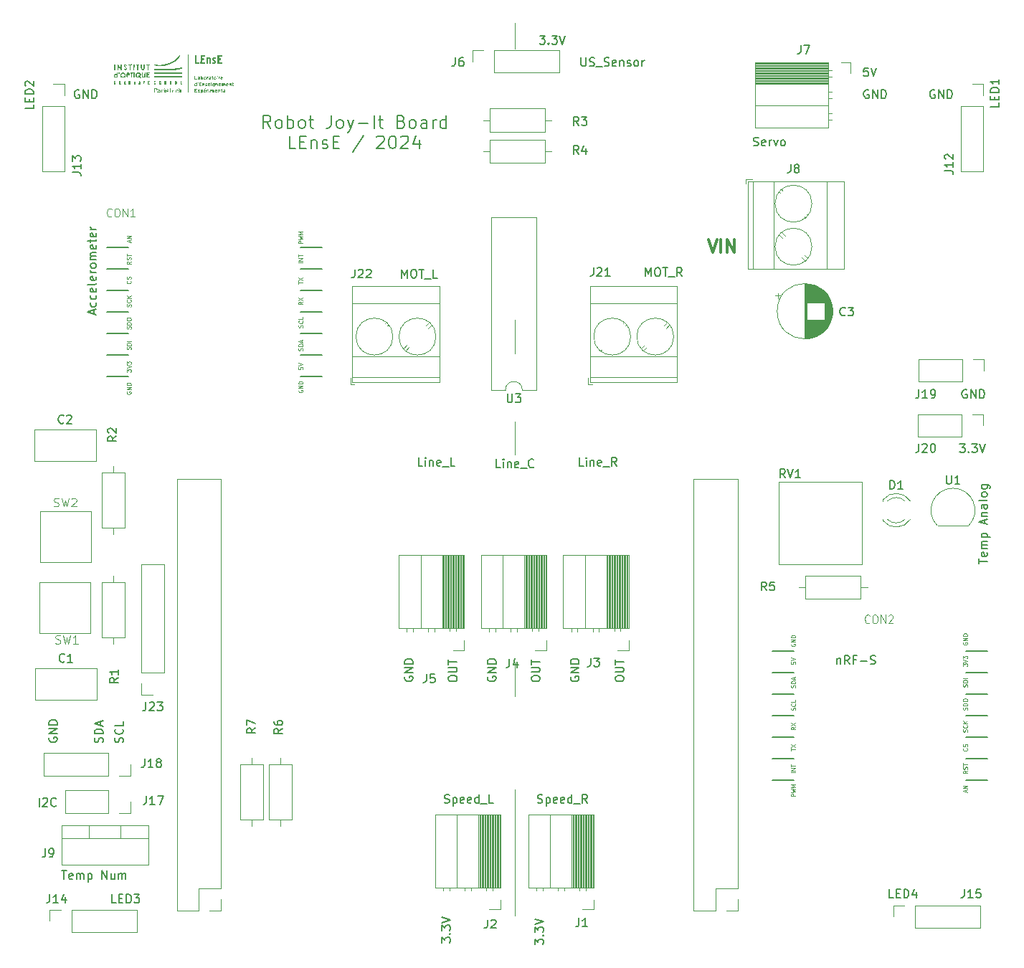
<source format=gbr>
%TF.GenerationSoftware,KiCad,Pcbnew,8.0.0*%
%TF.CreationDate,2024-05-27T21:39:47+02:00*%
%TF.ProjectId,Motor_Board_L476RG,4d6f746f-725f-4426-9f61-72645f4c3437,rev?*%
%TF.SameCoordinates,Original*%
%TF.FileFunction,Legend,Top*%
%TF.FilePolarity,Positive*%
%FSLAX46Y46*%
G04 Gerber Fmt 4.6, Leading zero omitted, Abs format (unit mm)*
G04 Created by KiCad (PCBNEW 8.0.0) date 2024-05-27 21:39:47*
%MOMM*%
%LPD*%
G01*
G04 APERTURE LIST*
%ADD10C,0.050000*%
%ADD11C,0.150000*%
%ADD12C,0.300000*%
%ADD13C,0.200000*%
%ADD14C,0.100000*%
%ADD15C,0.120000*%
%ADD16C,0.127000*%
%ADD17C,0.000000*%
G04 APERTURE END LIST*
D10*
X183500000Y-78962500D02*
X183500000Y-75037500D01*
X183500000Y-90962500D02*
X183500000Y-87037500D01*
X183500000Y-119425000D02*
X183500000Y-115500000D01*
X183475000Y-145350000D02*
X183475000Y-130500000D01*
X183500000Y-43000000D02*
X183500000Y-40000000D01*
D11*
X132060588Y-47917438D02*
X131965350Y-47869819D01*
X131965350Y-47869819D02*
X131822493Y-47869819D01*
X131822493Y-47869819D02*
X131679636Y-47917438D01*
X131679636Y-47917438D02*
X131584398Y-48012676D01*
X131584398Y-48012676D02*
X131536779Y-48107914D01*
X131536779Y-48107914D02*
X131489160Y-48298390D01*
X131489160Y-48298390D02*
X131489160Y-48441247D01*
X131489160Y-48441247D02*
X131536779Y-48631723D01*
X131536779Y-48631723D02*
X131584398Y-48726961D01*
X131584398Y-48726961D02*
X131679636Y-48822200D01*
X131679636Y-48822200D02*
X131822493Y-48869819D01*
X131822493Y-48869819D02*
X131917731Y-48869819D01*
X131917731Y-48869819D02*
X132060588Y-48822200D01*
X132060588Y-48822200D02*
X132108207Y-48774580D01*
X132108207Y-48774580D02*
X132108207Y-48441247D01*
X132108207Y-48441247D02*
X131917731Y-48441247D01*
X132536779Y-48869819D02*
X132536779Y-47869819D01*
X132536779Y-47869819D02*
X133108207Y-48869819D01*
X133108207Y-48869819D02*
X133108207Y-47869819D01*
X133584398Y-48869819D02*
X133584398Y-47869819D01*
X133584398Y-47869819D02*
X133822493Y-47869819D01*
X133822493Y-47869819D02*
X133965350Y-47917438D01*
X133965350Y-47917438D02*
X134060588Y-48012676D01*
X134060588Y-48012676D02*
X134108207Y-48107914D01*
X134108207Y-48107914D02*
X134155826Y-48298390D01*
X134155826Y-48298390D02*
X134155826Y-48441247D01*
X134155826Y-48441247D02*
X134108207Y-48631723D01*
X134108207Y-48631723D02*
X134060588Y-48726961D01*
X134060588Y-48726961D02*
X133965350Y-48822200D01*
X133965350Y-48822200D02*
X133822493Y-48869819D01*
X133822493Y-48869819D02*
X133584398Y-48869819D01*
X175669819Y-117472744D02*
X175669819Y-117282268D01*
X175669819Y-117282268D02*
X175717438Y-117187030D01*
X175717438Y-117187030D02*
X175812676Y-117091792D01*
X175812676Y-117091792D02*
X176003152Y-117044173D01*
X176003152Y-117044173D02*
X176336485Y-117044173D01*
X176336485Y-117044173D02*
X176526961Y-117091792D01*
X176526961Y-117091792D02*
X176622200Y-117187030D01*
X176622200Y-117187030D02*
X176669819Y-117282268D01*
X176669819Y-117282268D02*
X176669819Y-117472744D01*
X176669819Y-117472744D02*
X176622200Y-117567982D01*
X176622200Y-117567982D02*
X176526961Y-117663220D01*
X176526961Y-117663220D02*
X176336485Y-117710839D01*
X176336485Y-117710839D02*
X176003152Y-117710839D01*
X176003152Y-117710839D02*
X175812676Y-117663220D01*
X175812676Y-117663220D02*
X175717438Y-117567982D01*
X175717438Y-117567982D02*
X175669819Y-117472744D01*
X175669819Y-116615601D02*
X176479342Y-116615601D01*
X176479342Y-116615601D02*
X176574580Y-116567982D01*
X176574580Y-116567982D02*
X176622200Y-116520363D01*
X176622200Y-116520363D02*
X176669819Y-116425125D01*
X176669819Y-116425125D02*
X176669819Y-116234649D01*
X176669819Y-116234649D02*
X176622200Y-116139411D01*
X176622200Y-116139411D02*
X176574580Y-116091792D01*
X176574580Y-116091792D02*
X176479342Y-116044173D01*
X176479342Y-116044173D02*
X175669819Y-116044173D01*
X175669819Y-115710839D02*
X175669819Y-115139411D01*
X176669819Y-115425125D02*
X175669819Y-115425125D01*
X137222200Y-124910839D02*
X137269819Y-124767982D01*
X137269819Y-124767982D02*
X137269819Y-124529887D01*
X137269819Y-124529887D02*
X137222200Y-124434649D01*
X137222200Y-124434649D02*
X137174580Y-124387030D01*
X137174580Y-124387030D02*
X137079342Y-124339411D01*
X137079342Y-124339411D02*
X136984104Y-124339411D01*
X136984104Y-124339411D02*
X136888866Y-124387030D01*
X136888866Y-124387030D02*
X136841247Y-124434649D01*
X136841247Y-124434649D02*
X136793628Y-124529887D01*
X136793628Y-124529887D02*
X136746009Y-124720363D01*
X136746009Y-124720363D02*
X136698390Y-124815601D01*
X136698390Y-124815601D02*
X136650771Y-124863220D01*
X136650771Y-124863220D02*
X136555533Y-124910839D01*
X136555533Y-124910839D02*
X136460295Y-124910839D01*
X136460295Y-124910839D02*
X136365057Y-124863220D01*
X136365057Y-124863220D02*
X136317438Y-124815601D01*
X136317438Y-124815601D02*
X136269819Y-124720363D01*
X136269819Y-124720363D02*
X136269819Y-124482268D01*
X136269819Y-124482268D02*
X136317438Y-124339411D01*
X137174580Y-123339411D02*
X137222200Y-123387030D01*
X137222200Y-123387030D02*
X137269819Y-123529887D01*
X137269819Y-123529887D02*
X137269819Y-123625125D01*
X137269819Y-123625125D02*
X137222200Y-123767982D01*
X137222200Y-123767982D02*
X137126961Y-123863220D01*
X137126961Y-123863220D02*
X137031723Y-123910839D01*
X137031723Y-123910839D02*
X136841247Y-123958458D01*
X136841247Y-123958458D02*
X136698390Y-123958458D01*
X136698390Y-123958458D02*
X136507914Y-123910839D01*
X136507914Y-123910839D02*
X136412676Y-123863220D01*
X136412676Y-123863220D02*
X136317438Y-123767982D01*
X136317438Y-123767982D02*
X136269819Y-123625125D01*
X136269819Y-123625125D02*
X136269819Y-123529887D01*
X136269819Y-123529887D02*
X136317438Y-123387030D01*
X136317438Y-123387030D02*
X136365057Y-123339411D01*
X137269819Y-122434649D02*
X137269819Y-122910839D01*
X137269819Y-122910839D02*
X136269819Y-122910839D01*
X128517438Y-124339411D02*
X128469819Y-124434649D01*
X128469819Y-124434649D02*
X128469819Y-124577506D01*
X128469819Y-124577506D02*
X128517438Y-124720363D01*
X128517438Y-124720363D02*
X128612676Y-124815601D01*
X128612676Y-124815601D02*
X128707914Y-124863220D01*
X128707914Y-124863220D02*
X128898390Y-124910839D01*
X128898390Y-124910839D02*
X129041247Y-124910839D01*
X129041247Y-124910839D02*
X129231723Y-124863220D01*
X129231723Y-124863220D02*
X129326961Y-124815601D01*
X129326961Y-124815601D02*
X129422200Y-124720363D01*
X129422200Y-124720363D02*
X129469819Y-124577506D01*
X129469819Y-124577506D02*
X129469819Y-124482268D01*
X129469819Y-124482268D02*
X129422200Y-124339411D01*
X129422200Y-124339411D02*
X129374580Y-124291792D01*
X129374580Y-124291792D02*
X129041247Y-124291792D01*
X129041247Y-124291792D02*
X129041247Y-124482268D01*
X129469819Y-123863220D02*
X128469819Y-123863220D01*
X128469819Y-123863220D02*
X129469819Y-123291792D01*
X129469819Y-123291792D02*
X128469819Y-123291792D01*
X129469819Y-122815601D02*
X128469819Y-122815601D01*
X128469819Y-122815601D02*
X128469819Y-122577506D01*
X128469819Y-122577506D02*
X128517438Y-122434649D01*
X128517438Y-122434649D02*
X128612676Y-122339411D01*
X128612676Y-122339411D02*
X128707914Y-122291792D01*
X128707914Y-122291792D02*
X128898390Y-122244173D01*
X128898390Y-122244173D02*
X129041247Y-122244173D01*
X129041247Y-122244173D02*
X129231723Y-122291792D01*
X129231723Y-122291792D02*
X129326961Y-122339411D01*
X129326961Y-122339411D02*
X129422200Y-122434649D01*
X129422200Y-122434649D02*
X129469819Y-122577506D01*
X129469819Y-122577506D02*
X129469819Y-122815601D01*
X126669819Y-49587030D02*
X126669819Y-50063220D01*
X126669819Y-50063220D02*
X125669819Y-50063220D01*
X126146009Y-49253696D02*
X126146009Y-48920363D01*
X126669819Y-48777506D02*
X126669819Y-49253696D01*
X126669819Y-49253696D02*
X125669819Y-49253696D01*
X125669819Y-49253696D02*
X125669819Y-48777506D01*
X126669819Y-48348934D02*
X125669819Y-48348934D01*
X125669819Y-48348934D02*
X125669819Y-48110839D01*
X125669819Y-48110839D02*
X125717438Y-47967982D01*
X125717438Y-47967982D02*
X125812676Y-47872744D01*
X125812676Y-47872744D02*
X125907914Y-47825125D01*
X125907914Y-47825125D02*
X126098390Y-47777506D01*
X126098390Y-47777506D02*
X126241247Y-47777506D01*
X126241247Y-47777506D02*
X126431723Y-47825125D01*
X126431723Y-47825125D02*
X126526961Y-47872744D01*
X126526961Y-47872744D02*
X126622200Y-47967982D01*
X126622200Y-47967982D02*
X126669819Y-48110839D01*
X126669819Y-48110839D02*
X126669819Y-48348934D01*
X125765057Y-47396553D02*
X125717438Y-47348934D01*
X125717438Y-47348934D02*
X125669819Y-47253696D01*
X125669819Y-47253696D02*
X125669819Y-47015601D01*
X125669819Y-47015601D02*
X125717438Y-46920363D01*
X125717438Y-46920363D02*
X125765057Y-46872744D01*
X125765057Y-46872744D02*
X125860295Y-46825125D01*
X125860295Y-46825125D02*
X125955533Y-46825125D01*
X125955533Y-46825125D02*
X126098390Y-46872744D01*
X126098390Y-46872744D02*
X126669819Y-47444172D01*
X126669819Y-47444172D02*
X126669819Y-46825125D01*
X191336779Y-44069819D02*
X191336779Y-44879342D01*
X191336779Y-44879342D02*
X191384398Y-44974580D01*
X191384398Y-44974580D02*
X191432017Y-45022200D01*
X191432017Y-45022200D02*
X191527255Y-45069819D01*
X191527255Y-45069819D02*
X191717731Y-45069819D01*
X191717731Y-45069819D02*
X191812969Y-45022200D01*
X191812969Y-45022200D02*
X191860588Y-44974580D01*
X191860588Y-44974580D02*
X191908207Y-44879342D01*
X191908207Y-44879342D02*
X191908207Y-44069819D01*
X192336779Y-45022200D02*
X192479636Y-45069819D01*
X192479636Y-45069819D02*
X192717731Y-45069819D01*
X192717731Y-45069819D02*
X192812969Y-45022200D01*
X192812969Y-45022200D02*
X192860588Y-44974580D01*
X192860588Y-44974580D02*
X192908207Y-44879342D01*
X192908207Y-44879342D02*
X192908207Y-44784104D01*
X192908207Y-44784104D02*
X192860588Y-44688866D01*
X192860588Y-44688866D02*
X192812969Y-44641247D01*
X192812969Y-44641247D02*
X192717731Y-44593628D01*
X192717731Y-44593628D02*
X192527255Y-44546009D01*
X192527255Y-44546009D02*
X192432017Y-44498390D01*
X192432017Y-44498390D02*
X192384398Y-44450771D01*
X192384398Y-44450771D02*
X192336779Y-44355533D01*
X192336779Y-44355533D02*
X192336779Y-44260295D01*
X192336779Y-44260295D02*
X192384398Y-44165057D01*
X192384398Y-44165057D02*
X192432017Y-44117438D01*
X192432017Y-44117438D02*
X192527255Y-44069819D01*
X192527255Y-44069819D02*
X192765350Y-44069819D01*
X192765350Y-44069819D02*
X192908207Y-44117438D01*
X193098684Y-45165057D02*
X193860588Y-45165057D01*
X194051065Y-45022200D02*
X194193922Y-45069819D01*
X194193922Y-45069819D02*
X194432017Y-45069819D01*
X194432017Y-45069819D02*
X194527255Y-45022200D01*
X194527255Y-45022200D02*
X194574874Y-44974580D01*
X194574874Y-44974580D02*
X194622493Y-44879342D01*
X194622493Y-44879342D02*
X194622493Y-44784104D01*
X194622493Y-44784104D02*
X194574874Y-44688866D01*
X194574874Y-44688866D02*
X194527255Y-44641247D01*
X194527255Y-44641247D02*
X194432017Y-44593628D01*
X194432017Y-44593628D02*
X194241541Y-44546009D01*
X194241541Y-44546009D02*
X194146303Y-44498390D01*
X194146303Y-44498390D02*
X194098684Y-44450771D01*
X194098684Y-44450771D02*
X194051065Y-44355533D01*
X194051065Y-44355533D02*
X194051065Y-44260295D01*
X194051065Y-44260295D02*
X194098684Y-44165057D01*
X194098684Y-44165057D02*
X194146303Y-44117438D01*
X194146303Y-44117438D02*
X194241541Y-44069819D01*
X194241541Y-44069819D02*
X194479636Y-44069819D01*
X194479636Y-44069819D02*
X194622493Y-44117438D01*
X195432017Y-45022200D02*
X195336779Y-45069819D01*
X195336779Y-45069819D02*
X195146303Y-45069819D01*
X195146303Y-45069819D02*
X195051065Y-45022200D01*
X195051065Y-45022200D02*
X195003446Y-44926961D01*
X195003446Y-44926961D02*
X195003446Y-44546009D01*
X195003446Y-44546009D02*
X195051065Y-44450771D01*
X195051065Y-44450771D02*
X195146303Y-44403152D01*
X195146303Y-44403152D02*
X195336779Y-44403152D01*
X195336779Y-44403152D02*
X195432017Y-44450771D01*
X195432017Y-44450771D02*
X195479636Y-44546009D01*
X195479636Y-44546009D02*
X195479636Y-44641247D01*
X195479636Y-44641247D02*
X195003446Y-44736485D01*
X195908208Y-44403152D02*
X195908208Y-45069819D01*
X195908208Y-44498390D02*
X195955827Y-44450771D01*
X195955827Y-44450771D02*
X196051065Y-44403152D01*
X196051065Y-44403152D02*
X196193922Y-44403152D01*
X196193922Y-44403152D02*
X196289160Y-44450771D01*
X196289160Y-44450771D02*
X196336779Y-44546009D01*
X196336779Y-44546009D02*
X196336779Y-45069819D01*
X196765351Y-45022200D02*
X196860589Y-45069819D01*
X196860589Y-45069819D02*
X197051065Y-45069819D01*
X197051065Y-45069819D02*
X197146303Y-45022200D01*
X197146303Y-45022200D02*
X197193922Y-44926961D01*
X197193922Y-44926961D02*
X197193922Y-44879342D01*
X197193922Y-44879342D02*
X197146303Y-44784104D01*
X197146303Y-44784104D02*
X197051065Y-44736485D01*
X197051065Y-44736485D02*
X196908208Y-44736485D01*
X196908208Y-44736485D02*
X196812970Y-44688866D01*
X196812970Y-44688866D02*
X196765351Y-44593628D01*
X196765351Y-44593628D02*
X196765351Y-44546009D01*
X196765351Y-44546009D02*
X196812970Y-44450771D01*
X196812970Y-44450771D02*
X196908208Y-44403152D01*
X196908208Y-44403152D02*
X197051065Y-44403152D01*
X197051065Y-44403152D02*
X197146303Y-44450771D01*
X197765351Y-45069819D02*
X197670113Y-45022200D01*
X197670113Y-45022200D02*
X197622494Y-44974580D01*
X197622494Y-44974580D02*
X197574875Y-44879342D01*
X197574875Y-44879342D02*
X197574875Y-44593628D01*
X197574875Y-44593628D02*
X197622494Y-44498390D01*
X197622494Y-44498390D02*
X197670113Y-44450771D01*
X197670113Y-44450771D02*
X197765351Y-44403152D01*
X197765351Y-44403152D02*
X197908208Y-44403152D01*
X197908208Y-44403152D02*
X198003446Y-44450771D01*
X198003446Y-44450771D02*
X198051065Y-44498390D01*
X198051065Y-44498390D02*
X198098684Y-44593628D01*
X198098684Y-44593628D02*
X198098684Y-44879342D01*
X198098684Y-44879342D02*
X198051065Y-44974580D01*
X198051065Y-44974580D02*
X198003446Y-45022200D01*
X198003446Y-45022200D02*
X197908208Y-45069819D01*
X197908208Y-45069819D02*
X197765351Y-45069819D01*
X198527256Y-45069819D02*
X198527256Y-44403152D01*
X198527256Y-44593628D02*
X198574875Y-44498390D01*
X198574875Y-44498390D02*
X198622494Y-44450771D01*
X198622494Y-44450771D02*
X198717732Y-44403152D01*
X198717732Y-44403152D02*
X198812970Y-44403152D01*
D12*
X206340225Y-65550828D02*
X206840225Y-67050828D01*
X206840225Y-67050828D02*
X207340225Y-65550828D01*
X207840224Y-67050828D02*
X207840224Y-65550828D01*
X208554510Y-67050828D02*
X208554510Y-65550828D01*
X208554510Y-65550828D02*
X209411653Y-67050828D01*
X209411653Y-67050828D02*
X209411653Y-65550828D01*
D11*
X190117438Y-117139411D02*
X190069819Y-117234649D01*
X190069819Y-117234649D02*
X190069819Y-117377506D01*
X190069819Y-117377506D02*
X190117438Y-117520363D01*
X190117438Y-117520363D02*
X190212676Y-117615601D01*
X190212676Y-117615601D02*
X190307914Y-117663220D01*
X190307914Y-117663220D02*
X190498390Y-117710839D01*
X190498390Y-117710839D02*
X190641247Y-117710839D01*
X190641247Y-117710839D02*
X190831723Y-117663220D01*
X190831723Y-117663220D02*
X190926961Y-117615601D01*
X190926961Y-117615601D02*
X191022200Y-117520363D01*
X191022200Y-117520363D02*
X191069819Y-117377506D01*
X191069819Y-117377506D02*
X191069819Y-117282268D01*
X191069819Y-117282268D02*
X191022200Y-117139411D01*
X191022200Y-117139411D02*
X190974580Y-117091792D01*
X190974580Y-117091792D02*
X190641247Y-117091792D01*
X190641247Y-117091792D02*
X190641247Y-117282268D01*
X191069819Y-116663220D02*
X190069819Y-116663220D01*
X190069819Y-116663220D02*
X191069819Y-116091792D01*
X191069819Y-116091792D02*
X190069819Y-116091792D01*
X191069819Y-115615601D02*
X190069819Y-115615601D01*
X190069819Y-115615601D02*
X190069819Y-115377506D01*
X190069819Y-115377506D02*
X190117438Y-115234649D01*
X190117438Y-115234649D02*
X190212676Y-115139411D01*
X190212676Y-115139411D02*
X190307914Y-115091792D01*
X190307914Y-115091792D02*
X190498390Y-115044173D01*
X190498390Y-115044173D02*
X190641247Y-115044173D01*
X190641247Y-115044173D02*
X190831723Y-115091792D01*
X190831723Y-115091792D02*
X190926961Y-115139411D01*
X190926961Y-115139411D02*
X191022200Y-115234649D01*
X191022200Y-115234649D02*
X191069819Y-115377506D01*
X191069819Y-115377506D02*
X191069819Y-115615601D01*
X236041541Y-89669819D02*
X236660588Y-89669819D01*
X236660588Y-89669819D02*
X236327255Y-90050771D01*
X236327255Y-90050771D02*
X236470112Y-90050771D01*
X236470112Y-90050771D02*
X236565350Y-90098390D01*
X236565350Y-90098390D02*
X236612969Y-90146009D01*
X236612969Y-90146009D02*
X236660588Y-90241247D01*
X236660588Y-90241247D02*
X236660588Y-90479342D01*
X236660588Y-90479342D02*
X236612969Y-90574580D01*
X236612969Y-90574580D02*
X236565350Y-90622200D01*
X236565350Y-90622200D02*
X236470112Y-90669819D01*
X236470112Y-90669819D02*
X236184398Y-90669819D01*
X236184398Y-90669819D02*
X236089160Y-90622200D01*
X236089160Y-90622200D02*
X236041541Y-90574580D01*
X237089160Y-90574580D02*
X237136779Y-90622200D01*
X237136779Y-90622200D02*
X237089160Y-90669819D01*
X237089160Y-90669819D02*
X237041541Y-90622200D01*
X237041541Y-90622200D02*
X237089160Y-90574580D01*
X237089160Y-90574580D02*
X237089160Y-90669819D01*
X237470112Y-89669819D02*
X238089159Y-89669819D01*
X238089159Y-89669819D02*
X237755826Y-90050771D01*
X237755826Y-90050771D02*
X237898683Y-90050771D01*
X237898683Y-90050771D02*
X237993921Y-90098390D01*
X237993921Y-90098390D02*
X238041540Y-90146009D01*
X238041540Y-90146009D02*
X238089159Y-90241247D01*
X238089159Y-90241247D02*
X238089159Y-90479342D01*
X238089159Y-90479342D02*
X238041540Y-90574580D01*
X238041540Y-90574580D02*
X237993921Y-90622200D01*
X237993921Y-90622200D02*
X237898683Y-90669819D01*
X237898683Y-90669819D02*
X237612969Y-90669819D01*
X237612969Y-90669819D02*
X237517731Y-90622200D01*
X237517731Y-90622200D02*
X237470112Y-90574580D01*
X238374874Y-89669819D02*
X238708207Y-90669819D01*
X238708207Y-90669819D02*
X239041540Y-89669819D01*
X225212969Y-45269819D02*
X224736779Y-45269819D01*
X224736779Y-45269819D02*
X224689160Y-45746009D01*
X224689160Y-45746009D02*
X224736779Y-45698390D01*
X224736779Y-45698390D02*
X224832017Y-45650771D01*
X224832017Y-45650771D02*
X225070112Y-45650771D01*
X225070112Y-45650771D02*
X225165350Y-45698390D01*
X225165350Y-45698390D02*
X225212969Y-45746009D01*
X225212969Y-45746009D02*
X225260588Y-45841247D01*
X225260588Y-45841247D02*
X225260588Y-46079342D01*
X225260588Y-46079342D02*
X225212969Y-46174580D01*
X225212969Y-46174580D02*
X225165350Y-46222200D01*
X225165350Y-46222200D02*
X225070112Y-46269819D01*
X225070112Y-46269819D02*
X224832017Y-46269819D01*
X224832017Y-46269819D02*
X224736779Y-46222200D01*
X224736779Y-46222200D02*
X224689160Y-46174580D01*
X225546303Y-45269819D02*
X225879636Y-46269819D01*
X225879636Y-46269819D02*
X226212969Y-45269819D01*
X228212969Y-143269819D02*
X227736779Y-143269819D01*
X227736779Y-143269819D02*
X227736779Y-142269819D01*
X228546303Y-142746009D02*
X228879636Y-142746009D01*
X229022493Y-143269819D02*
X228546303Y-143269819D01*
X228546303Y-143269819D02*
X228546303Y-142269819D01*
X228546303Y-142269819D02*
X229022493Y-142269819D01*
X229451065Y-143269819D02*
X229451065Y-142269819D01*
X229451065Y-142269819D02*
X229689160Y-142269819D01*
X229689160Y-142269819D02*
X229832017Y-142317438D01*
X229832017Y-142317438D02*
X229927255Y-142412676D01*
X229927255Y-142412676D02*
X229974874Y-142507914D01*
X229974874Y-142507914D02*
X230022493Y-142698390D01*
X230022493Y-142698390D02*
X230022493Y-142841247D01*
X230022493Y-142841247D02*
X229974874Y-143031723D01*
X229974874Y-143031723D02*
X229927255Y-143126961D01*
X229927255Y-143126961D02*
X229832017Y-143222200D01*
X229832017Y-143222200D02*
X229689160Y-143269819D01*
X229689160Y-143269819D02*
X229451065Y-143269819D01*
X230879636Y-142603152D02*
X230879636Y-143269819D01*
X230641541Y-142222200D02*
X230403446Y-142936485D01*
X230403446Y-142936485D02*
X231022493Y-142936485D01*
X186189160Y-132022200D02*
X186332017Y-132069819D01*
X186332017Y-132069819D02*
X186570112Y-132069819D01*
X186570112Y-132069819D02*
X186665350Y-132022200D01*
X186665350Y-132022200D02*
X186712969Y-131974580D01*
X186712969Y-131974580D02*
X186760588Y-131879342D01*
X186760588Y-131879342D02*
X186760588Y-131784104D01*
X186760588Y-131784104D02*
X186712969Y-131688866D01*
X186712969Y-131688866D02*
X186665350Y-131641247D01*
X186665350Y-131641247D02*
X186570112Y-131593628D01*
X186570112Y-131593628D02*
X186379636Y-131546009D01*
X186379636Y-131546009D02*
X186284398Y-131498390D01*
X186284398Y-131498390D02*
X186236779Y-131450771D01*
X186236779Y-131450771D02*
X186189160Y-131355533D01*
X186189160Y-131355533D02*
X186189160Y-131260295D01*
X186189160Y-131260295D02*
X186236779Y-131165057D01*
X186236779Y-131165057D02*
X186284398Y-131117438D01*
X186284398Y-131117438D02*
X186379636Y-131069819D01*
X186379636Y-131069819D02*
X186617731Y-131069819D01*
X186617731Y-131069819D02*
X186760588Y-131117438D01*
X187189160Y-131403152D02*
X187189160Y-132403152D01*
X187189160Y-131450771D02*
X187284398Y-131403152D01*
X187284398Y-131403152D02*
X187474874Y-131403152D01*
X187474874Y-131403152D02*
X187570112Y-131450771D01*
X187570112Y-131450771D02*
X187617731Y-131498390D01*
X187617731Y-131498390D02*
X187665350Y-131593628D01*
X187665350Y-131593628D02*
X187665350Y-131879342D01*
X187665350Y-131879342D02*
X187617731Y-131974580D01*
X187617731Y-131974580D02*
X187570112Y-132022200D01*
X187570112Y-132022200D02*
X187474874Y-132069819D01*
X187474874Y-132069819D02*
X187284398Y-132069819D01*
X187284398Y-132069819D02*
X187189160Y-132022200D01*
X188474874Y-132022200D02*
X188379636Y-132069819D01*
X188379636Y-132069819D02*
X188189160Y-132069819D01*
X188189160Y-132069819D02*
X188093922Y-132022200D01*
X188093922Y-132022200D02*
X188046303Y-131926961D01*
X188046303Y-131926961D02*
X188046303Y-131546009D01*
X188046303Y-131546009D02*
X188093922Y-131450771D01*
X188093922Y-131450771D02*
X188189160Y-131403152D01*
X188189160Y-131403152D02*
X188379636Y-131403152D01*
X188379636Y-131403152D02*
X188474874Y-131450771D01*
X188474874Y-131450771D02*
X188522493Y-131546009D01*
X188522493Y-131546009D02*
X188522493Y-131641247D01*
X188522493Y-131641247D02*
X188046303Y-131736485D01*
X189332017Y-132022200D02*
X189236779Y-132069819D01*
X189236779Y-132069819D02*
X189046303Y-132069819D01*
X189046303Y-132069819D02*
X188951065Y-132022200D01*
X188951065Y-132022200D02*
X188903446Y-131926961D01*
X188903446Y-131926961D02*
X188903446Y-131546009D01*
X188903446Y-131546009D02*
X188951065Y-131450771D01*
X188951065Y-131450771D02*
X189046303Y-131403152D01*
X189046303Y-131403152D02*
X189236779Y-131403152D01*
X189236779Y-131403152D02*
X189332017Y-131450771D01*
X189332017Y-131450771D02*
X189379636Y-131546009D01*
X189379636Y-131546009D02*
X189379636Y-131641247D01*
X189379636Y-131641247D02*
X188903446Y-131736485D01*
X190236779Y-132069819D02*
X190236779Y-131069819D01*
X190236779Y-132022200D02*
X190141541Y-132069819D01*
X190141541Y-132069819D02*
X189951065Y-132069819D01*
X189951065Y-132069819D02*
X189855827Y-132022200D01*
X189855827Y-132022200D02*
X189808208Y-131974580D01*
X189808208Y-131974580D02*
X189760589Y-131879342D01*
X189760589Y-131879342D02*
X189760589Y-131593628D01*
X189760589Y-131593628D02*
X189808208Y-131498390D01*
X189808208Y-131498390D02*
X189855827Y-131450771D01*
X189855827Y-131450771D02*
X189951065Y-131403152D01*
X189951065Y-131403152D02*
X190141541Y-131403152D01*
X190141541Y-131403152D02*
X190236779Y-131450771D01*
X190474875Y-132165057D02*
X191236779Y-132165057D01*
X192046303Y-132069819D02*
X191712970Y-131593628D01*
X191474875Y-132069819D02*
X191474875Y-131069819D01*
X191474875Y-131069819D02*
X191855827Y-131069819D01*
X191855827Y-131069819D02*
X191951065Y-131117438D01*
X191951065Y-131117438D02*
X191998684Y-131165057D01*
X191998684Y-131165057D02*
X192046303Y-131260295D01*
X192046303Y-131260295D02*
X192046303Y-131403152D01*
X192046303Y-131403152D02*
X191998684Y-131498390D01*
X191998684Y-131498390D02*
X191951065Y-131546009D01*
X191951065Y-131546009D02*
X191855827Y-131593628D01*
X191855827Y-131593628D02*
X191474875Y-131593628D01*
X240669819Y-49387030D02*
X240669819Y-49863220D01*
X240669819Y-49863220D02*
X239669819Y-49863220D01*
X240146009Y-49053696D02*
X240146009Y-48720363D01*
X240669819Y-48577506D02*
X240669819Y-49053696D01*
X240669819Y-49053696D02*
X239669819Y-49053696D01*
X239669819Y-49053696D02*
X239669819Y-48577506D01*
X240669819Y-48148934D02*
X239669819Y-48148934D01*
X239669819Y-48148934D02*
X239669819Y-47910839D01*
X239669819Y-47910839D02*
X239717438Y-47767982D01*
X239717438Y-47767982D02*
X239812676Y-47672744D01*
X239812676Y-47672744D02*
X239907914Y-47625125D01*
X239907914Y-47625125D02*
X240098390Y-47577506D01*
X240098390Y-47577506D02*
X240241247Y-47577506D01*
X240241247Y-47577506D02*
X240431723Y-47625125D01*
X240431723Y-47625125D02*
X240526961Y-47672744D01*
X240526961Y-47672744D02*
X240622200Y-47767982D01*
X240622200Y-47767982D02*
X240669819Y-47910839D01*
X240669819Y-47910839D02*
X240669819Y-48148934D01*
X240669819Y-46625125D02*
X240669819Y-47196553D01*
X240669819Y-46910839D02*
X239669819Y-46910839D01*
X239669819Y-46910839D02*
X239812676Y-47006077D01*
X239812676Y-47006077D02*
X239907914Y-47101315D01*
X239907914Y-47101315D02*
X239955533Y-47196553D01*
X133784104Y-74310839D02*
X133784104Y-73834649D01*
X134069819Y-74406077D02*
X133069819Y-74072744D01*
X133069819Y-74072744D02*
X134069819Y-73739411D01*
X134022200Y-72977506D02*
X134069819Y-73072744D01*
X134069819Y-73072744D02*
X134069819Y-73263220D01*
X134069819Y-73263220D02*
X134022200Y-73358458D01*
X134022200Y-73358458D02*
X133974580Y-73406077D01*
X133974580Y-73406077D02*
X133879342Y-73453696D01*
X133879342Y-73453696D02*
X133593628Y-73453696D01*
X133593628Y-73453696D02*
X133498390Y-73406077D01*
X133498390Y-73406077D02*
X133450771Y-73358458D01*
X133450771Y-73358458D02*
X133403152Y-73263220D01*
X133403152Y-73263220D02*
X133403152Y-73072744D01*
X133403152Y-73072744D02*
X133450771Y-72977506D01*
X134022200Y-72120363D02*
X134069819Y-72215601D01*
X134069819Y-72215601D02*
X134069819Y-72406077D01*
X134069819Y-72406077D02*
X134022200Y-72501315D01*
X134022200Y-72501315D02*
X133974580Y-72548934D01*
X133974580Y-72548934D02*
X133879342Y-72596553D01*
X133879342Y-72596553D02*
X133593628Y-72596553D01*
X133593628Y-72596553D02*
X133498390Y-72548934D01*
X133498390Y-72548934D02*
X133450771Y-72501315D01*
X133450771Y-72501315D02*
X133403152Y-72406077D01*
X133403152Y-72406077D02*
X133403152Y-72215601D01*
X133403152Y-72215601D02*
X133450771Y-72120363D01*
X134022200Y-71310839D02*
X134069819Y-71406077D01*
X134069819Y-71406077D02*
X134069819Y-71596553D01*
X134069819Y-71596553D02*
X134022200Y-71691791D01*
X134022200Y-71691791D02*
X133926961Y-71739410D01*
X133926961Y-71739410D02*
X133546009Y-71739410D01*
X133546009Y-71739410D02*
X133450771Y-71691791D01*
X133450771Y-71691791D02*
X133403152Y-71596553D01*
X133403152Y-71596553D02*
X133403152Y-71406077D01*
X133403152Y-71406077D02*
X133450771Y-71310839D01*
X133450771Y-71310839D02*
X133546009Y-71263220D01*
X133546009Y-71263220D02*
X133641247Y-71263220D01*
X133641247Y-71263220D02*
X133736485Y-71739410D01*
X134069819Y-70691791D02*
X134022200Y-70787029D01*
X134022200Y-70787029D02*
X133926961Y-70834648D01*
X133926961Y-70834648D02*
X133069819Y-70834648D01*
X134022200Y-69929886D02*
X134069819Y-70025124D01*
X134069819Y-70025124D02*
X134069819Y-70215600D01*
X134069819Y-70215600D02*
X134022200Y-70310838D01*
X134022200Y-70310838D02*
X133926961Y-70358457D01*
X133926961Y-70358457D02*
X133546009Y-70358457D01*
X133546009Y-70358457D02*
X133450771Y-70310838D01*
X133450771Y-70310838D02*
X133403152Y-70215600D01*
X133403152Y-70215600D02*
X133403152Y-70025124D01*
X133403152Y-70025124D02*
X133450771Y-69929886D01*
X133450771Y-69929886D02*
X133546009Y-69882267D01*
X133546009Y-69882267D02*
X133641247Y-69882267D01*
X133641247Y-69882267D02*
X133736485Y-70358457D01*
X134069819Y-69453695D02*
X133403152Y-69453695D01*
X133593628Y-69453695D02*
X133498390Y-69406076D01*
X133498390Y-69406076D02*
X133450771Y-69358457D01*
X133450771Y-69358457D02*
X133403152Y-69263219D01*
X133403152Y-69263219D02*
X133403152Y-69167981D01*
X134069819Y-68691790D02*
X134022200Y-68787028D01*
X134022200Y-68787028D02*
X133974580Y-68834647D01*
X133974580Y-68834647D02*
X133879342Y-68882266D01*
X133879342Y-68882266D02*
X133593628Y-68882266D01*
X133593628Y-68882266D02*
X133498390Y-68834647D01*
X133498390Y-68834647D02*
X133450771Y-68787028D01*
X133450771Y-68787028D02*
X133403152Y-68691790D01*
X133403152Y-68691790D02*
X133403152Y-68548933D01*
X133403152Y-68548933D02*
X133450771Y-68453695D01*
X133450771Y-68453695D02*
X133498390Y-68406076D01*
X133498390Y-68406076D02*
X133593628Y-68358457D01*
X133593628Y-68358457D02*
X133879342Y-68358457D01*
X133879342Y-68358457D02*
X133974580Y-68406076D01*
X133974580Y-68406076D02*
X134022200Y-68453695D01*
X134022200Y-68453695D02*
X134069819Y-68548933D01*
X134069819Y-68548933D02*
X134069819Y-68691790D01*
X134069819Y-67929885D02*
X133403152Y-67929885D01*
X133498390Y-67929885D02*
X133450771Y-67882266D01*
X133450771Y-67882266D02*
X133403152Y-67787028D01*
X133403152Y-67787028D02*
X133403152Y-67644171D01*
X133403152Y-67644171D02*
X133450771Y-67548933D01*
X133450771Y-67548933D02*
X133546009Y-67501314D01*
X133546009Y-67501314D02*
X134069819Y-67501314D01*
X133546009Y-67501314D02*
X133450771Y-67453695D01*
X133450771Y-67453695D02*
X133403152Y-67358457D01*
X133403152Y-67358457D02*
X133403152Y-67215600D01*
X133403152Y-67215600D02*
X133450771Y-67120361D01*
X133450771Y-67120361D02*
X133546009Y-67072742D01*
X133546009Y-67072742D02*
X134069819Y-67072742D01*
X134022200Y-66215600D02*
X134069819Y-66310838D01*
X134069819Y-66310838D02*
X134069819Y-66501314D01*
X134069819Y-66501314D02*
X134022200Y-66596552D01*
X134022200Y-66596552D02*
X133926961Y-66644171D01*
X133926961Y-66644171D02*
X133546009Y-66644171D01*
X133546009Y-66644171D02*
X133450771Y-66596552D01*
X133450771Y-66596552D02*
X133403152Y-66501314D01*
X133403152Y-66501314D02*
X133403152Y-66310838D01*
X133403152Y-66310838D02*
X133450771Y-66215600D01*
X133450771Y-66215600D02*
X133546009Y-66167981D01*
X133546009Y-66167981D02*
X133641247Y-66167981D01*
X133641247Y-66167981D02*
X133736485Y-66644171D01*
X133403152Y-65882266D02*
X133403152Y-65501314D01*
X133069819Y-65739409D02*
X133926961Y-65739409D01*
X133926961Y-65739409D02*
X134022200Y-65691790D01*
X134022200Y-65691790D02*
X134069819Y-65596552D01*
X134069819Y-65596552D02*
X134069819Y-65501314D01*
X134022200Y-64787028D02*
X134069819Y-64882266D01*
X134069819Y-64882266D02*
X134069819Y-65072742D01*
X134069819Y-65072742D02*
X134022200Y-65167980D01*
X134022200Y-65167980D02*
X133926961Y-65215599D01*
X133926961Y-65215599D02*
X133546009Y-65215599D01*
X133546009Y-65215599D02*
X133450771Y-65167980D01*
X133450771Y-65167980D02*
X133403152Y-65072742D01*
X133403152Y-65072742D02*
X133403152Y-64882266D01*
X133403152Y-64882266D02*
X133450771Y-64787028D01*
X133450771Y-64787028D02*
X133546009Y-64739409D01*
X133546009Y-64739409D02*
X133641247Y-64739409D01*
X133641247Y-64739409D02*
X133736485Y-65215599D01*
X134069819Y-64310837D02*
X133403152Y-64310837D01*
X133593628Y-64310837D02*
X133498390Y-64263218D01*
X133498390Y-64263218D02*
X133450771Y-64215599D01*
X133450771Y-64215599D02*
X133403152Y-64120361D01*
X133403152Y-64120361D02*
X133403152Y-64025123D01*
X175189160Y-132022200D02*
X175332017Y-132069819D01*
X175332017Y-132069819D02*
X175570112Y-132069819D01*
X175570112Y-132069819D02*
X175665350Y-132022200D01*
X175665350Y-132022200D02*
X175712969Y-131974580D01*
X175712969Y-131974580D02*
X175760588Y-131879342D01*
X175760588Y-131879342D02*
X175760588Y-131784104D01*
X175760588Y-131784104D02*
X175712969Y-131688866D01*
X175712969Y-131688866D02*
X175665350Y-131641247D01*
X175665350Y-131641247D02*
X175570112Y-131593628D01*
X175570112Y-131593628D02*
X175379636Y-131546009D01*
X175379636Y-131546009D02*
X175284398Y-131498390D01*
X175284398Y-131498390D02*
X175236779Y-131450771D01*
X175236779Y-131450771D02*
X175189160Y-131355533D01*
X175189160Y-131355533D02*
X175189160Y-131260295D01*
X175189160Y-131260295D02*
X175236779Y-131165057D01*
X175236779Y-131165057D02*
X175284398Y-131117438D01*
X175284398Y-131117438D02*
X175379636Y-131069819D01*
X175379636Y-131069819D02*
X175617731Y-131069819D01*
X175617731Y-131069819D02*
X175760588Y-131117438D01*
X176189160Y-131403152D02*
X176189160Y-132403152D01*
X176189160Y-131450771D02*
X176284398Y-131403152D01*
X176284398Y-131403152D02*
X176474874Y-131403152D01*
X176474874Y-131403152D02*
X176570112Y-131450771D01*
X176570112Y-131450771D02*
X176617731Y-131498390D01*
X176617731Y-131498390D02*
X176665350Y-131593628D01*
X176665350Y-131593628D02*
X176665350Y-131879342D01*
X176665350Y-131879342D02*
X176617731Y-131974580D01*
X176617731Y-131974580D02*
X176570112Y-132022200D01*
X176570112Y-132022200D02*
X176474874Y-132069819D01*
X176474874Y-132069819D02*
X176284398Y-132069819D01*
X176284398Y-132069819D02*
X176189160Y-132022200D01*
X177474874Y-132022200D02*
X177379636Y-132069819D01*
X177379636Y-132069819D02*
X177189160Y-132069819D01*
X177189160Y-132069819D02*
X177093922Y-132022200D01*
X177093922Y-132022200D02*
X177046303Y-131926961D01*
X177046303Y-131926961D02*
X177046303Y-131546009D01*
X177046303Y-131546009D02*
X177093922Y-131450771D01*
X177093922Y-131450771D02*
X177189160Y-131403152D01*
X177189160Y-131403152D02*
X177379636Y-131403152D01*
X177379636Y-131403152D02*
X177474874Y-131450771D01*
X177474874Y-131450771D02*
X177522493Y-131546009D01*
X177522493Y-131546009D02*
X177522493Y-131641247D01*
X177522493Y-131641247D02*
X177046303Y-131736485D01*
X178332017Y-132022200D02*
X178236779Y-132069819D01*
X178236779Y-132069819D02*
X178046303Y-132069819D01*
X178046303Y-132069819D02*
X177951065Y-132022200D01*
X177951065Y-132022200D02*
X177903446Y-131926961D01*
X177903446Y-131926961D02*
X177903446Y-131546009D01*
X177903446Y-131546009D02*
X177951065Y-131450771D01*
X177951065Y-131450771D02*
X178046303Y-131403152D01*
X178046303Y-131403152D02*
X178236779Y-131403152D01*
X178236779Y-131403152D02*
X178332017Y-131450771D01*
X178332017Y-131450771D02*
X178379636Y-131546009D01*
X178379636Y-131546009D02*
X178379636Y-131641247D01*
X178379636Y-131641247D02*
X177903446Y-131736485D01*
X179236779Y-132069819D02*
X179236779Y-131069819D01*
X179236779Y-132022200D02*
X179141541Y-132069819D01*
X179141541Y-132069819D02*
X178951065Y-132069819D01*
X178951065Y-132069819D02*
X178855827Y-132022200D01*
X178855827Y-132022200D02*
X178808208Y-131974580D01*
X178808208Y-131974580D02*
X178760589Y-131879342D01*
X178760589Y-131879342D02*
X178760589Y-131593628D01*
X178760589Y-131593628D02*
X178808208Y-131498390D01*
X178808208Y-131498390D02*
X178855827Y-131450771D01*
X178855827Y-131450771D02*
X178951065Y-131403152D01*
X178951065Y-131403152D02*
X179141541Y-131403152D01*
X179141541Y-131403152D02*
X179236779Y-131450771D01*
X179474875Y-132165057D02*
X180236779Y-132165057D01*
X180951065Y-132069819D02*
X180474875Y-132069819D01*
X180474875Y-132069819D02*
X180474875Y-131069819D01*
X174869819Y-148558458D02*
X174869819Y-147939411D01*
X174869819Y-147939411D02*
X175250771Y-148272744D01*
X175250771Y-148272744D02*
X175250771Y-148129887D01*
X175250771Y-148129887D02*
X175298390Y-148034649D01*
X175298390Y-148034649D02*
X175346009Y-147987030D01*
X175346009Y-147987030D02*
X175441247Y-147939411D01*
X175441247Y-147939411D02*
X175679342Y-147939411D01*
X175679342Y-147939411D02*
X175774580Y-147987030D01*
X175774580Y-147987030D02*
X175822200Y-148034649D01*
X175822200Y-148034649D02*
X175869819Y-148129887D01*
X175869819Y-148129887D02*
X175869819Y-148415601D01*
X175869819Y-148415601D02*
X175822200Y-148510839D01*
X175822200Y-148510839D02*
X175774580Y-148558458D01*
X175774580Y-147510839D02*
X175822200Y-147463220D01*
X175822200Y-147463220D02*
X175869819Y-147510839D01*
X175869819Y-147510839D02*
X175822200Y-147558458D01*
X175822200Y-147558458D02*
X175774580Y-147510839D01*
X175774580Y-147510839D02*
X175869819Y-147510839D01*
X174869819Y-147129887D02*
X174869819Y-146510840D01*
X174869819Y-146510840D02*
X175250771Y-146844173D01*
X175250771Y-146844173D02*
X175250771Y-146701316D01*
X175250771Y-146701316D02*
X175298390Y-146606078D01*
X175298390Y-146606078D02*
X175346009Y-146558459D01*
X175346009Y-146558459D02*
X175441247Y-146510840D01*
X175441247Y-146510840D02*
X175679342Y-146510840D01*
X175679342Y-146510840D02*
X175774580Y-146558459D01*
X175774580Y-146558459D02*
X175822200Y-146606078D01*
X175822200Y-146606078D02*
X175869819Y-146701316D01*
X175869819Y-146701316D02*
X175869819Y-146987030D01*
X175869819Y-146987030D02*
X175822200Y-147082268D01*
X175822200Y-147082268D02*
X175774580Y-147129887D01*
X174869819Y-146225125D02*
X175869819Y-145891792D01*
X175869819Y-145891792D02*
X174869819Y-145558459D01*
X170517438Y-117139411D02*
X170469819Y-117234649D01*
X170469819Y-117234649D02*
X170469819Y-117377506D01*
X170469819Y-117377506D02*
X170517438Y-117520363D01*
X170517438Y-117520363D02*
X170612676Y-117615601D01*
X170612676Y-117615601D02*
X170707914Y-117663220D01*
X170707914Y-117663220D02*
X170898390Y-117710839D01*
X170898390Y-117710839D02*
X171041247Y-117710839D01*
X171041247Y-117710839D02*
X171231723Y-117663220D01*
X171231723Y-117663220D02*
X171326961Y-117615601D01*
X171326961Y-117615601D02*
X171422200Y-117520363D01*
X171422200Y-117520363D02*
X171469819Y-117377506D01*
X171469819Y-117377506D02*
X171469819Y-117282268D01*
X171469819Y-117282268D02*
X171422200Y-117139411D01*
X171422200Y-117139411D02*
X171374580Y-117091792D01*
X171374580Y-117091792D02*
X171041247Y-117091792D01*
X171041247Y-117091792D02*
X171041247Y-117282268D01*
X171469819Y-116663220D02*
X170469819Y-116663220D01*
X170469819Y-116663220D02*
X171469819Y-116091792D01*
X171469819Y-116091792D02*
X170469819Y-116091792D01*
X171469819Y-115615601D02*
X170469819Y-115615601D01*
X170469819Y-115615601D02*
X170469819Y-115377506D01*
X170469819Y-115377506D02*
X170517438Y-115234649D01*
X170517438Y-115234649D02*
X170612676Y-115139411D01*
X170612676Y-115139411D02*
X170707914Y-115091792D01*
X170707914Y-115091792D02*
X170898390Y-115044173D01*
X170898390Y-115044173D02*
X171041247Y-115044173D01*
X171041247Y-115044173D02*
X171231723Y-115091792D01*
X171231723Y-115091792D02*
X171326961Y-115139411D01*
X171326961Y-115139411D02*
X171422200Y-115234649D01*
X171422200Y-115234649D02*
X171469819Y-115377506D01*
X171469819Y-115377506D02*
X171469819Y-115615601D01*
X127336779Y-132469819D02*
X127336779Y-131469819D01*
X127765350Y-131565057D02*
X127812969Y-131517438D01*
X127812969Y-131517438D02*
X127908207Y-131469819D01*
X127908207Y-131469819D02*
X128146302Y-131469819D01*
X128146302Y-131469819D02*
X128241540Y-131517438D01*
X128241540Y-131517438D02*
X128289159Y-131565057D01*
X128289159Y-131565057D02*
X128336778Y-131660295D01*
X128336778Y-131660295D02*
X128336778Y-131755533D01*
X128336778Y-131755533D02*
X128289159Y-131898390D01*
X128289159Y-131898390D02*
X127717731Y-132469819D01*
X127717731Y-132469819D02*
X128336778Y-132469819D01*
X129336778Y-132374580D02*
X129289159Y-132422200D01*
X129289159Y-132422200D02*
X129146302Y-132469819D01*
X129146302Y-132469819D02*
X129051064Y-132469819D01*
X129051064Y-132469819D02*
X128908207Y-132422200D01*
X128908207Y-132422200D02*
X128812969Y-132326961D01*
X128812969Y-132326961D02*
X128765350Y-132231723D01*
X128765350Y-132231723D02*
X128717731Y-132041247D01*
X128717731Y-132041247D02*
X128717731Y-131898390D01*
X128717731Y-131898390D02*
X128765350Y-131707914D01*
X128765350Y-131707914D02*
X128812969Y-131612676D01*
X128812969Y-131612676D02*
X128908207Y-131517438D01*
X128908207Y-131517438D02*
X129051064Y-131469819D01*
X129051064Y-131469819D02*
X129146302Y-131469819D01*
X129146302Y-131469819D02*
X129289159Y-131517438D01*
X129289159Y-131517438D02*
X129336778Y-131565057D01*
X191612969Y-92269819D02*
X191136779Y-92269819D01*
X191136779Y-92269819D02*
X191136779Y-91269819D01*
X191946303Y-92269819D02*
X191946303Y-91603152D01*
X191946303Y-91269819D02*
X191898684Y-91317438D01*
X191898684Y-91317438D02*
X191946303Y-91365057D01*
X191946303Y-91365057D02*
X191993922Y-91317438D01*
X191993922Y-91317438D02*
X191946303Y-91269819D01*
X191946303Y-91269819D02*
X191946303Y-91365057D01*
X192422493Y-91603152D02*
X192422493Y-92269819D01*
X192422493Y-91698390D02*
X192470112Y-91650771D01*
X192470112Y-91650771D02*
X192565350Y-91603152D01*
X192565350Y-91603152D02*
X192708207Y-91603152D01*
X192708207Y-91603152D02*
X192803445Y-91650771D01*
X192803445Y-91650771D02*
X192851064Y-91746009D01*
X192851064Y-91746009D02*
X192851064Y-92269819D01*
X193708207Y-92222200D02*
X193612969Y-92269819D01*
X193612969Y-92269819D02*
X193422493Y-92269819D01*
X193422493Y-92269819D02*
X193327255Y-92222200D01*
X193327255Y-92222200D02*
X193279636Y-92126961D01*
X193279636Y-92126961D02*
X193279636Y-91746009D01*
X193279636Y-91746009D02*
X193327255Y-91650771D01*
X193327255Y-91650771D02*
X193422493Y-91603152D01*
X193422493Y-91603152D02*
X193612969Y-91603152D01*
X193612969Y-91603152D02*
X193708207Y-91650771D01*
X193708207Y-91650771D02*
X193755826Y-91746009D01*
X193755826Y-91746009D02*
X193755826Y-91841247D01*
X193755826Y-91841247D02*
X193279636Y-91936485D01*
X193946303Y-92365057D02*
X194708207Y-92365057D01*
X195517731Y-92269819D02*
X195184398Y-91793628D01*
X194946303Y-92269819D02*
X194946303Y-91269819D01*
X194946303Y-91269819D02*
X195327255Y-91269819D01*
X195327255Y-91269819D02*
X195422493Y-91317438D01*
X195422493Y-91317438D02*
X195470112Y-91365057D01*
X195470112Y-91365057D02*
X195517731Y-91460295D01*
X195517731Y-91460295D02*
X195517731Y-91603152D01*
X195517731Y-91603152D02*
X195470112Y-91698390D01*
X195470112Y-91698390D02*
X195422493Y-91746009D01*
X195422493Y-91746009D02*
X195327255Y-91793628D01*
X195327255Y-91793628D02*
X194946303Y-91793628D01*
X180317438Y-117139411D02*
X180269819Y-117234649D01*
X180269819Y-117234649D02*
X180269819Y-117377506D01*
X180269819Y-117377506D02*
X180317438Y-117520363D01*
X180317438Y-117520363D02*
X180412676Y-117615601D01*
X180412676Y-117615601D02*
X180507914Y-117663220D01*
X180507914Y-117663220D02*
X180698390Y-117710839D01*
X180698390Y-117710839D02*
X180841247Y-117710839D01*
X180841247Y-117710839D02*
X181031723Y-117663220D01*
X181031723Y-117663220D02*
X181126961Y-117615601D01*
X181126961Y-117615601D02*
X181222200Y-117520363D01*
X181222200Y-117520363D02*
X181269819Y-117377506D01*
X181269819Y-117377506D02*
X181269819Y-117282268D01*
X181269819Y-117282268D02*
X181222200Y-117139411D01*
X181222200Y-117139411D02*
X181174580Y-117091792D01*
X181174580Y-117091792D02*
X180841247Y-117091792D01*
X180841247Y-117091792D02*
X180841247Y-117282268D01*
X181269819Y-116663220D02*
X180269819Y-116663220D01*
X180269819Y-116663220D02*
X181269819Y-116091792D01*
X181269819Y-116091792D02*
X180269819Y-116091792D01*
X181269819Y-115615601D02*
X180269819Y-115615601D01*
X180269819Y-115615601D02*
X180269819Y-115377506D01*
X180269819Y-115377506D02*
X180317438Y-115234649D01*
X180317438Y-115234649D02*
X180412676Y-115139411D01*
X180412676Y-115139411D02*
X180507914Y-115091792D01*
X180507914Y-115091792D02*
X180698390Y-115044173D01*
X180698390Y-115044173D02*
X180841247Y-115044173D01*
X180841247Y-115044173D02*
X181031723Y-115091792D01*
X181031723Y-115091792D02*
X181126961Y-115139411D01*
X181126961Y-115139411D02*
X181222200Y-115234649D01*
X181222200Y-115234649D02*
X181269819Y-115377506D01*
X181269819Y-115377506D02*
X181269819Y-115615601D01*
X129993922Y-140069819D02*
X130565350Y-140069819D01*
X130279636Y-141069819D02*
X130279636Y-140069819D01*
X131279636Y-141022200D02*
X131184398Y-141069819D01*
X131184398Y-141069819D02*
X130993922Y-141069819D01*
X130993922Y-141069819D02*
X130898684Y-141022200D01*
X130898684Y-141022200D02*
X130851065Y-140926961D01*
X130851065Y-140926961D02*
X130851065Y-140546009D01*
X130851065Y-140546009D02*
X130898684Y-140450771D01*
X130898684Y-140450771D02*
X130993922Y-140403152D01*
X130993922Y-140403152D02*
X131184398Y-140403152D01*
X131184398Y-140403152D02*
X131279636Y-140450771D01*
X131279636Y-140450771D02*
X131327255Y-140546009D01*
X131327255Y-140546009D02*
X131327255Y-140641247D01*
X131327255Y-140641247D02*
X130851065Y-140736485D01*
X131755827Y-141069819D02*
X131755827Y-140403152D01*
X131755827Y-140498390D02*
X131803446Y-140450771D01*
X131803446Y-140450771D02*
X131898684Y-140403152D01*
X131898684Y-140403152D02*
X132041541Y-140403152D01*
X132041541Y-140403152D02*
X132136779Y-140450771D01*
X132136779Y-140450771D02*
X132184398Y-140546009D01*
X132184398Y-140546009D02*
X132184398Y-141069819D01*
X132184398Y-140546009D02*
X132232017Y-140450771D01*
X132232017Y-140450771D02*
X132327255Y-140403152D01*
X132327255Y-140403152D02*
X132470112Y-140403152D01*
X132470112Y-140403152D02*
X132565351Y-140450771D01*
X132565351Y-140450771D02*
X132612970Y-140546009D01*
X132612970Y-140546009D02*
X132612970Y-141069819D01*
X133089160Y-140403152D02*
X133089160Y-141403152D01*
X133089160Y-140450771D02*
X133184398Y-140403152D01*
X133184398Y-140403152D02*
X133374874Y-140403152D01*
X133374874Y-140403152D02*
X133470112Y-140450771D01*
X133470112Y-140450771D02*
X133517731Y-140498390D01*
X133517731Y-140498390D02*
X133565350Y-140593628D01*
X133565350Y-140593628D02*
X133565350Y-140879342D01*
X133565350Y-140879342D02*
X133517731Y-140974580D01*
X133517731Y-140974580D02*
X133470112Y-141022200D01*
X133470112Y-141022200D02*
X133374874Y-141069819D01*
X133374874Y-141069819D02*
X133184398Y-141069819D01*
X133184398Y-141069819D02*
X133089160Y-141022200D01*
X134755827Y-141069819D02*
X134755827Y-140069819D01*
X134755827Y-140069819D02*
X135327255Y-141069819D01*
X135327255Y-141069819D02*
X135327255Y-140069819D01*
X136232017Y-140403152D02*
X136232017Y-141069819D01*
X135803446Y-140403152D02*
X135803446Y-140926961D01*
X135803446Y-140926961D02*
X135851065Y-141022200D01*
X135851065Y-141022200D02*
X135946303Y-141069819D01*
X135946303Y-141069819D02*
X136089160Y-141069819D01*
X136089160Y-141069819D02*
X136184398Y-141022200D01*
X136184398Y-141022200D02*
X136232017Y-140974580D01*
X136708208Y-141069819D02*
X136708208Y-140403152D01*
X136708208Y-140498390D02*
X136755827Y-140450771D01*
X136755827Y-140450771D02*
X136851065Y-140403152D01*
X136851065Y-140403152D02*
X136993922Y-140403152D01*
X136993922Y-140403152D02*
X137089160Y-140450771D01*
X137089160Y-140450771D02*
X137136779Y-140546009D01*
X137136779Y-140546009D02*
X137136779Y-141069819D01*
X137136779Y-140546009D02*
X137184398Y-140450771D01*
X137184398Y-140450771D02*
X137279636Y-140403152D01*
X137279636Y-140403152D02*
X137422493Y-140403152D01*
X137422493Y-140403152D02*
X137517732Y-140450771D01*
X137517732Y-140450771D02*
X137565351Y-140546009D01*
X137565351Y-140546009D02*
X137565351Y-141069819D01*
X134822200Y-124910839D02*
X134869819Y-124767982D01*
X134869819Y-124767982D02*
X134869819Y-124529887D01*
X134869819Y-124529887D02*
X134822200Y-124434649D01*
X134822200Y-124434649D02*
X134774580Y-124387030D01*
X134774580Y-124387030D02*
X134679342Y-124339411D01*
X134679342Y-124339411D02*
X134584104Y-124339411D01*
X134584104Y-124339411D02*
X134488866Y-124387030D01*
X134488866Y-124387030D02*
X134441247Y-124434649D01*
X134441247Y-124434649D02*
X134393628Y-124529887D01*
X134393628Y-124529887D02*
X134346009Y-124720363D01*
X134346009Y-124720363D02*
X134298390Y-124815601D01*
X134298390Y-124815601D02*
X134250771Y-124863220D01*
X134250771Y-124863220D02*
X134155533Y-124910839D01*
X134155533Y-124910839D02*
X134060295Y-124910839D01*
X134060295Y-124910839D02*
X133965057Y-124863220D01*
X133965057Y-124863220D02*
X133917438Y-124815601D01*
X133917438Y-124815601D02*
X133869819Y-124720363D01*
X133869819Y-124720363D02*
X133869819Y-124482268D01*
X133869819Y-124482268D02*
X133917438Y-124339411D01*
X134869819Y-123910839D02*
X133869819Y-123910839D01*
X133869819Y-123910839D02*
X133869819Y-123672744D01*
X133869819Y-123672744D02*
X133917438Y-123529887D01*
X133917438Y-123529887D02*
X134012676Y-123434649D01*
X134012676Y-123434649D02*
X134107914Y-123387030D01*
X134107914Y-123387030D02*
X134298390Y-123339411D01*
X134298390Y-123339411D02*
X134441247Y-123339411D01*
X134441247Y-123339411D02*
X134631723Y-123387030D01*
X134631723Y-123387030D02*
X134726961Y-123434649D01*
X134726961Y-123434649D02*
X134822200Y-123529887D01*
X134822200Y-123529887D02*
X134869819Y-123672744D01*
X134869819Y-123672744D02*
X134869819Y-123910839D01*
X134584104Y-122958458D02*
X134584104Y-122482268D01*
X134869819Y-123053696D02*
X133869819Y-122720363D01*
X133869819Y-122720363D02*
X134869819Y-122387030D01*
X170136779Y-70069819D02*
X170136779Y-69069819D01*
X170136779Y-69069819D02*
X170470112Y-69784104D01*
X170470112Y-69784104D02*
X170803445Y-69069819D01*
X170803445Y-69069819D02*
X170803445Y-70069819D01*
X171470112Y-69069819D02*
X171660588Y-69069819D01*
X171660588Y-69069819D02*
X171755826Y-69117438D01*
X171755826Y-69117438D02*
X171851064Y-69212676D01*
X171851064Y-69212676D02*
X171898683Y-69403152D01*
X171898683Y-69403152D02*
X171898683Y-69736485D01*
X171898683Y-69736485D02*
X171851064Y-69926961D01*
X171851064Y-69926961D02*
X171755826Y-70022200D01*
X171755826Y-70022200D02*
X171660588Y-70069819D01*
X171660588Y-70069819D02*
X171470112Y-70069819D01*
X171470112Y-70069819D02*
X171374874Y-70022200D01*
X171374874Y-70022200D02*
X171279636Y-69926961D01*
X171279636Y-69926961D02*
X171232017Y-69736485D01*
X171232017Y-69736485D02*
X171232017Y-69403152D01*
X171232017Y-69403152D02*
X171279636Y-69212676D01*
X171279636Y-69212676D02*
X171374874Y-69117438D01*
X171374874Y-69117438D02*
X171470112Y-69069819D01*
X172184398Y-69069819D02*
X172755826Y-69069819D01*
X172470112Y-70069819D02*
X172470112Y-69069819D01*
X172851065Y-70165057D02*
X173612969Y-70165057D01*
X174327255Y-70069819D02*
X173851065Y-70069819D01*
X173851065Y-70069819D02*
X173851065Y-69069819D01*
X181812969Y-92469819D02*
X181336779Y-92469819D01*
X181336779Y-92469819D02*
X181336779Y-91469819D01*
X182146303Y-92469819D02*
X182146303Y-91803152D01*
X182146303Y-91469819D02*
X182098684Y-91517438D01*
X182098684Y-91517438D02*
X182146303Y-91565057D01*
X182146303Y-91565057D02*
X182193922Y-91517438D01*
X182193922Y-91517438D02*
X182146303Y-91469819D01*
X182146303Y-91469819D02*
X182146303Y-91565057D01*
X182622493Y-91803152D02*
X182622493Y-92469819D01*
X182622493Y-91898390D02*
X182670112Y-91850771D01*
X182670112Y-91850771D02*
X182765350Y-91803152D01*
X182765350Y-91803152D02*
X182908207Y-91803152D01*
X182908207Y-91803152D02*
X183003445Y-91850771D01*
X183003445Y-91850771D02*
X183051064Y-91946009D01*
X183051064Y-91946009D02*
X183051064Y-92469819D01*
X183908207Y-92422200D02*
X183812969Y-92469819D01*
X183812969Y-92469819D02*
X183622493Y-92469819D01*
X183622493Y-92469819D02*
X183527255Y-92422200D01*
X183527255Y-92422200D02*
X183479636Y-92326961D01*
X183479636Y-92326961D02*
X183479636Y-91946009D01*
X183479636Y-91946009D02*
X183527255Y-91850771D01*
X183527255Y-91850771D02*
X183622493Y-91803152D01*
X183622493Y-91803152D02*
X183812969Y-91803152D01*
X183812969Y-91803152D02*
X183908207Y-91850771D01*
X183908207Y-91850771D02*
X183955826Y-91946009D01*
X183955826Y-91946009D02*
X183955826Y-92041247D01*
X183955826Y-92041247D02*
X183479636Y-92136485D01*
X184146303Y-92565057D02*
X184908207Y-92565057D01*
X185717731Y-92374580D02*
X185670112Y-92422200D01*
X185670112Y-92422200D02*
X185527255Y-92469819D01*
X185527255Y-92469819D02*
X185432017Y-92469819D01*
X185432017Y-92469819D02*
X185289160Y-92422200D01*
X185289160Y-92422200D02*
X185193922Y-92326961D01*
X185193922Y-92326961D02*
X185146303Y-92231723D01*
X185146303Y-92231723D02*
X185098684Y-92041247D01*
X185098684Y-92041247D02*
X185098684Y-91898390D01*
X185098684Y-91898390D02*
X185146303Y-91707914D01*
X185146303Y-91707914D02*
X185193922Y-91612676D01*
X185193922Y-91612676D02*
X185289160Y-91517438D01*
X185289160Y-91517438D02*
X185432017Y-91469819D01*
X185432017Y-91469819D02*
X185527255Y-91469819D01*
X185527255Y-91469819D02*
X185670112Y-91517438D01*
X185670112Y-91517438D02*
X185717731Y-91565057D01*
X221536779Y-115003152D02*
X221536779Y-115669819D01*
X221536779Y-115098390D02*
X221584398Y-115050771D01*
X221584398Y-115050771D02*
X221679636Y-115003152D01*
X221679636Y-115003152D02*
X221822493Y-115003152D01*
X221822493Y-115003152D02*
X221917731Y-115050771D01*
X221917731Y-115050771D02*
X221965350Y-115146009D01*
X221965350Y-115146009D02*
X221965350Y-115669819D01*
X223012969Y-115669819D02*
X222679636Y-115193628D01*
X222441541Y-115669819D02*
X222441541Y-114669819D01*
X222441541Y-114669819D02*
X222822493Y-114669819D01*
X222822493Y-114669819D02*
X222917731Y-114717438D01*
X222917731Y-114717438D02*
X222965350Y-114765057D01*
X222965350Y-114765057D02*
X223012969Y-114860295D01*
X223012969Y-114860295D02*
X223012969Y-115003152D01*
X223012969Y-115003152D02*
X222965350Y-115098390D01*
X222965350Y-115098390D02*
X222917731Y-115146009D01*
X222917731Y-115146009D02*
X222822493Y-115193628D01*
X222822493Y-115193628D02*
X222441541Y-115193628D01*
X223774874Y-115146009D02*
X223441541Y-115146009D01*
X223441541Y-115669819D02*
X223441541Y-114669819D01*
X223441541Y-114669819D02*
X223917731Y-114669819D01*
X224298684Y-115288866D02*
X225060589Y-115288866D01*
X225489160Y-115622200D02*
X225632017Y-115669819D01*
X225632017Y-115669819D02*
X225870112Y-115669819D01*
X225870112Y-115669819D02*
X225965350Y-115622200D01*
X225965350Y-115622200D02*
X226012969Y-115574580D01*
X226012969Y-115574580D02*
X226060588Y-115479342D01*
X226060588Y-115479342D02*
X226060588Y-115384104D01*
X226060588Y-115384104D02*
X226012969Y-115288866D01*
X226012969Y-115288866D02*
X225965350Y-115241247D01*
X225965350Y-115241247D02*
X225870112Y-115193628D01*
X225870112Y-115193628D02*
X225679636Y-115146009D01*
X225679636Y-115146009D02*
X225584398Y-115098390D01*
X225584398Y-115098390D02*
X225536779Y-115050771D01*
X225536779Y-115050771D02*
X225489160Y-114955533D01*
X225489160Y-114955533D02*
X225489160Y-114860295D01*
X225489160Y-114860295D02*
X225536779Y-114765057D01*
X225536779Y-114765057D02*
X225584398Y-114717438D01*
X225584398Y-114717438D02*
X225679636Y-114669819D01*
X225679636Y-114669819D02*
X225917731Y-114669819D01*
X225917731Y-114669819D02*
X226060588Y-114717438D01*
X236860588Y-83317438D02*
X236765350Y-83269819D01*
X236765350Y-83269819D02*
X236622493Y-83269819D01*
X236622493Y-83269819D02*
X236479636Y-83317438D01*
X236479636Y-83317438D02*
X236384398Y-83412676D01*
X236384398Y-83412676D02*
X236336779Y-83507914D01*
X236336779Y-83507914D02*
X236289160Y-83698390D01*
X236289160Y-83698390D02*
X236289160Y-83841247D01*
X236289160Y-83841247D02*
X236336779Y-84031723D01*
X236336779Y-84031723D02*
X236384398Y-84126961D01*
X236384398Y-84126961D02*
X236479636Y-84222200D01*
X236479636Y-84222200D02*
X236622493Y-84269819D01*
X236622493Y-84269819D02*
X236717731Y-84269819D01*
X236717731Y-84269819D02*
X236860588Y-84222200D01*
X236860588Y-84222200D02*
X236908207Y-84174580D01*
X236908207Y-84174580D02*
X236908207Y-83841247D01*
X236908207Y-83841247D02*
X236717731Y-83841247D01*
X237336779Y-84269819D02*
X237336779Y-83269819D01*
X237336779Y-83269819D02*
X237908207Y-84269819D01*
X237908207Y-84269819D02*
X237908207Y-83269819D01*
X238384398Y-84269819D02*
X238384398Y-83269819D01*
X238384398Y-83269819D02*
X238622493Y-83269819D01*
X238622493Y-83269819D02*
X238765350Y-83317438D01*
X238765350Y-83317438D02*
X238860588Y-83412676D01*
X238860588Y-83412676D02*
X238908207Y-83507914D01*
X238908207Y-83507914D02*
X238955826Y-83698390D01*
X238955826Y-83698390D02*
X238955826Y-83841247D01*
X238955826Y-83841247D02*
X238908207Y-84031723D01*
X238908207Y-84031723D02*
X238860588Y-84126961D01*
X238860588Y-84126961D02*
X238765350Y-84222200D01*
X238765350Y-84222200D02*
X238622493Y-84269819D01*
X238622493Y-84269819D02*
X238384398Y-84269819D01*
X211689160Y-54422200D02*
X211832017Y-54469819D01*
X211832017Y-54469819D02*
X212070112Y-54469819D01*
X212070112Y-54469819D02*
X212165350Y-54422200D01*
X212165350Y-54422200D02*
X212212969Y-54374580D01*
X212212969Y-54374580D02*
X212260588Y-54279342D01*
X212260588Y-54279342D02*
X212260588Y-54184104D01*
X212260588Y-54184104D02*
X212212969Y-54088866D01*
X212212969Y-54088866D02*
X212165350Y-54041247D01*
X212165350Y-54041247D02*
X212070112Y-53993628D01*
X212070112Y-53993628D02*
X211879636Y-53946009D01*
X211879636Y-53946009D02*
X211784398Y-53898390D01*
X211784398Y-53898390D02*
X211736779Y-53850771D01*
X211736779Y-53850771D02*
X211689160Y-53755533D01*
X211689160Y-53755533D02*
X211689160Y-53660295D01*
X211689160Y-53660295D02*
X211736779Y-53565057D01*
X211736779Y-53565057D02*
X211784398Y-53517438D01*
X211784398Y-53517438D02*
X211879636Y-53469819D01*
X211879636Y-53469819D02*
X212117731Y-53469819D01*
X212117731Y-53469819D02*
X212260588Y-53517438D01*
X213070112Y-54422200D02*
X212974874Y-54469819D01*
X212974874Y-54469819D02*
X212784398Y-54469819D01*
X212784398Y-54469819D02*
X212689160Y-54422200D01*
X212689160Y-54422200D02*
X212641541Y-54326961D01*
X212641541Y-54326961D02*
X212641541Y-53946009D01*
X212641541Y-53946009D02*
X212689160Y-53850771D01*
X212689160Y-53850771D02*
X212784398Y-53803152D01*
X212784398Y-53803152D02*
X212974874Y-53803152D01*
X212974874Y-53803152D02*
X213070112Y-53850771D01*
X213070112Y-53850771D02*
X213117731Y-53946009D01*
X213117731Y-53946009D02*
X213117731Y-54041247D01*
X213117731Y-54041247D02*
X212641541Y-54136485D01*
X213546303Y-54469819D02*
X213546303Y-53803152D01*
X213546303Y-53993628D02*
X213593922Y-53898390D01*
X213593922Y-53898390D02*
X213641541Y-53850771D01*
X213641541Y-53850771D02*
X213736779Y-53803152D01*
X213736779Y-53803152D02*
X213832017Y-53803152D01*
X214070113Y-53803152D02*
X214308208Y-54469819D01*
X214308208Y-54469819D02*
X214546303Y-53803152D01*
X215070113Y-54469819D02*
X214974875Y-54422200D01*
X214974875Y-54422200D02*
X214927256Y-54374580D01*
X214927256Y-54374580D02*
X214879637Y-54279342D01*
X214879637Y-54279342D02*
X214879637Y-53993628D01*
X214879637Y-53993628D02*
X214927256Y-53898390D01*
X214927256Y-53898390D02*
X214974875Y-53850771D01*
X214974875Y-53850771D02*
X215070113Y-53803152D01*
X215070113Y-53803152D02*
X215212970Y-53803152D01*
X215212970Y-53803152D02*
X215308208Y-53850771D01*
X215308208Y-53850771D02*
X215355827Y-53898390D01*
X215355827Y-53898390D02*
X215403446Y-53993628D01*
X215403446Y-53993628D02*
X215403446Y-54279342D01*
X215403446Y-54279342D02*
X215355827Y-54374580D01*
X215355827Y-54374580D02*
X215308208Y-54422200D01*
X215308208Y-54422200D02*
X215212970Y-54469819D01*
X215212970Y-54469819D02*
X215070113Y-54469819D01*
X195369819Y-117472744D02*
X195369819Y-117282268D01*
X195369819Y-117282268D02*
X195417438Y-117187030D01*
X195417438Y-117187030D02*
X195512676Y-117091792D01*
X195512676Y-117091792D02*
X195703152Y-117044173D01*
X195703152Y-117044173D02*
X196036485Y-117044173D01*
X196036485Y-117044173D02*
X196226961Y-117091792D01*
X196226961Y-117091792D02*
X196322200Y-117187030D01*
X196322200Y-117187030D02*
X196369819Y-117282268D01*
X196369819Y-117282268D02*
X196369819Y-117472744D01*
X196369819Y-117472744D02*
X196322200Y-117567982D01*
X196322200Y-117567982D02*
X196226961Y-117663220D01*
X196226961Y-117663220D02*
X196036485Y-117710839D01*
X196036485Y-117710839D02*
X195703152Y-117710839D01*
X195703152Y-117710839D02*
X195512676Y-117663220D01*
X195512676Y-117663220D02*
X195417438Y-117567982D01*
X195417438Y-117567982D02*
X195369819Y-117472744D01*
X195369819Y-116615601D02*
X196179342Y-116615601D01*
X196179342Y-116615601D02*
X196274580Y-116567982D01*
X196274580Y-116567982D02*
X196322200Y-116520363D01*
X196322200Y-116520363D02*
X196369819Y-116425125D01*
X196369819Y-116425125D02*
X196369819Y-116234649D01*
X196369819Y-116234649D02*
X196322200Y-116139411D01*
X196322200Y-116139411D02*
X196274580Y-116091792D01*
X196274580Y-116091792D02*
X196179342Y-116044173D01*
X196179342Y-116044173D02*
X195369819Y-116044173D01*
X195369819Y-115710839D02*
X195369819Y-115139411D01*
X196369819Y-115425125D02*
X195369819Y-115425125D01*
X233060588Y-47917438D02*
X232965350Y-47869819D01*
X232965350Y-47869819D02*
X232822493Y-47869819D01*
X232822493Y-47869819D02*
X232679636Y-47917438D01*
X232679636Y-47917438D02*
X232584398Y-48012676D01*
X232584398Y-48012676D02*
X232536779Y-48107914D01*
X232536779Y-48107914D02*
X232489160Y-48298390D01*
X232489160Y-48298390D02*
X232489160Y-48441247D01*
X232489160Y-48441247D02*
X232536779Y-48631723D01*
X232536779Y-48631723D02*
X232584398Y-48726961D01*
X232584398Y-48726961D02*
X232679636Y-48822200D01*
X232679636Y-48822200D02*
X232822493Y-48869819D01*
X232822493Y-48869819D02*
X232917731Y-48869819D01*
X232917731Y-48869819D02*
X233060588Y-48822200D01*
X233060588Y-48822200D02*
X233108207Y-48774580D01*
X233108207Y-48774580D02*
X233108207Y-48441247D01*
X233108207Y-48441247D02*
X232917731Y-48441247D01*
X233536779Y-48869819D02*
X233536779Y-47869819D01*
X233536779Y-47869819D02*
X234108207Y-48869819D01*
X234108207Y-48869819D02*
X234108207Y-47869819D01*
X234584398Y-48869819D02*
X234584398Y-47869819D01*
X234584398Y-47869819D02*
X234822493Y-47869819D01*
X234822493Y-47869819D02*
X234965350Y-47917438D01*
X234965350Y-47917438D02*
X235060588Y-48012676D01*
X235060588Y-48012676D02*
X235108207Y-48107914D01*
X235108207Y-48107914D02*
X235155826Y-48298390D01*
X235155826Y-48298390D02*
X235155826Y-48441247D01*
X235155826Y-48441247D02*
X235108207Y-48631723D01*
X235108207Y-48631723D02*
X235060588Y-48726961D01*
X235060588Y-48726961D02*
X234965350Y-48822200D01*
X234965350Y-48822200D02*
X234822493Y-48869819D01*
X234822493Y-48869819D02*
X234584398Y-48869819D01*
X186441541Y-41469819D02*
X187060588Y-41469819D01*
X187060588Y-41469819D02*
X186727255Y-41850771D01*
X186727255Y-41850771D02*
X186870112Y-41850771D01*
X186870112Y-41850771D02*
X186965350Y-41898390D01*
X186965350Y-41898390D02*
X187012969Y-41946009D01*
X187012969Y-41946009D02*
X187060588Y-42041247D01*
X187060588Y-42041247D02*
X187060588Y-42279342D01*
X187060588Y-42279342D02*
X187012969Y-42374580D01*
X187012969Y-42374580D02*
X186965350Y-42422200D01*
X186965350Y-42422200D02*
X186870112Y-42469819D01*
X186870112Y-42469819D02*
X186584398Y-42469819D01*
X186584398Y-42469819D02*
X186489160Y-42422200D01*
X186489160Y-42422200D02*
X186441541Y-42374580D01*
X187489160Y-42374580D02*
X187536779Y-42422200D01*
X187536779Y-42422200D02*
X187489160Y-42469819D01*
X187489160Y-42469819D02*
X187441541Y-42422200D01*
X187441541Y-42422200D02*
X187489160Y-42374580D01*
X187489160Y-42374580D02*
X187489160Y-42469819D01*
X187870112Y-41469819D02*
X188489159Y-41469819D01*
X188489159Y-41469819D02*
X188155826Y-41850771D01*
X188155826Y-41850771D02*
X188298683Y-41850771D01*
X188298683Y-41850771D02*
X188393921Y-41898390D01*
X188393921Y-41898390D02*
X188441540Y-41946009D01*
X188441540Y-41946009D02*
X188489159Y-42041247D01*
X188489159Y-42041247D02*
X188489159Y-42279342D01*
X188489159Y-42279342D02*
X188441540Y-42374580D01*
X188441540Y-42374580D02*
X188393921Y-42422200D01*
X188393921Y-42422200D02*
X188298683Y-42469819D01*
X188298683Y-42469819D02*
X188012969Y-42469819D01*
X188012969Y-42469819D02*
X187917731Y-42422200D01*
X187917731Y-42422200D02*
X187870112Y-42374580D01*
X188774874Y-41469819D02*
X189108207Y-42469819D01*
X189108207Y-42469819D02*
X189441540Y-41469819D01*
X225260588Y-47917438D02*
X225165350Y-47869819D01*
X225165350Y-47869819D02*
X225022493Y-47869819D01*
X225022493Y-47869819D02*
X224879636Y-47917438D01*
X224879636Y-47917438D02*
X224784398Y-48012676D01*
X224784398Y-48012676D02*
X224736779Y-48107914D01*
X224736779Y-48107914D02*
X224689160Y-48298390D01*
X224689160Y-48298390D02*
X224689160Y-48441247D01*
X224689160Y-48441247D02*
X224736779Y-48631723D01*
X224736779Y-48631723D02*
X224784398Y-48726961D01*
X224784398Y-48726961D02*
X224879636Y-48822200D01*
X224879636Y-48822200D02*
X225022493Y-48869819D01*
X225022493Y-48869819D02*
X225117731Y-48869819D01*
X225117731Y-48869819D02*
X225260588Y-48822200D01*
X225260588Y-48822200D02*
X225308207Y-48774580D01*
X225308207Y-48774580D02*
X225308207Y-48441247D01*
X225308207Y-48441247D02*
X225117731Y-48441247D01*
X225736779Y-48869819D02*
X225736779Y-47869819D01*
X225736779Y-47869819D02*
X226308207Y-48869819D01*
X226308207Y-48869819D02*
X226308207Y-47869819D01*
X226784398Y-48869819D02*
X226784398Y-47869819D01*
X226784398Y-47869819D02*
X227022493Y-47869819D01*
X227022493Y-47869819D02*
X227165350Y-47917438D01*
X227165350Y-47917438D02*
X227260588Y-48012676D01*
X227260588Y-48012676D02*
X227308207Y-48107914D01*
X227308207Y-48107914D02*
X227355826Y-48298390D01*
X227355826Y-48298390D02*
X227355826Y-48441247D01*
X227355826Y-48441247D02*
X227308207Y-48631723D01*
X227308207Y-48631723D02*
X227260588Y-48726961D01*
X227260588Y-48726961D02*
X227165350Y-48822200D01*
X227165350Y-48822200D02*
X227022493Y-48869819D01*
X227022493Y-48869819D02*
X226784398Y-48869819D01*
X238269819Y-103806077D02*
X238269819Y-103234649D01*
X239269819Y-103520363D02*
X238269819Y-103520363D01*
X239222200Y-102520363D02*
X239269819Y-102615601D01*
X239269819Y-102615601D02*
X239269819Y-102806077D01*
X239269819Y-102806077D02*
X239222200Y-102901315D01*
X239222200Y-102901315D02*
X239126961Y-102948934D01*
X239126961Y-102948934D02*
X238746009Y-102948934D01*
X238746009Y-102948934D02*
X238650771Y-102901315D01*
X238650771Y-102901315D02*
X238603152Y-102806077D01*
X238603152Y-102806077D02*
X238603152Y-102615601D01*
X238603152Y-102615601D02*
X238650771Y-102520363D01*
X238650771Y-102520363D02*
X238746009Y-102472744D01*
X238746009Y-102472744D02*
X238841247Y-102472744D01*
X238841247Y-102472744D02*
X238936485Y-102948934D01*
X239269819Y-102044172D02*
X238603152Y-102044172D01*
X238698390Y-102044172D02*
X238650771Y-101996553D01*
X238650771Y-101996553D02*
X238603152Y-101901315D01*
X238603152Y-101901315D02*
X238603152Y-101758458D01*
X238603152Y-101758458D02*
X238650771Y-101663220D01*
X238650771Y-101663220D02*
X238746009Y-101615601D01*
X238746009Y-101615601D02*
X239269819Y-101615601D01*
X238746009Y-101615601D02*
X238650771Y-101567982D01*
X238650771Y-101567982D02*
X238603152Y-101472744D01*
X238603152Y-101472744D02*
X238603152Y-101329887D01*
X238603152Y-101329887D02*
X238650771Y-101234648D01*
X238650771Y-101234648D02*
X238746009Y-101187029D01*
X238746009Y-101187029D02*
X239269819Y-101187029D01*
X238603152Y-100710839D02*
X239603152Y-100710839D01*
X238650771Y-100710839D02*
X238603152Y-100615601D01*
X238603152Y-100615601D02*
X238603152Y-100425125D01*
X238603152Y-100425125D02*
X238650771Y-100329887D01*
X238650771Y-100329887D02*
X238698390Y-100282268D01*
X238698390Y-100282268D02*
X238793628Y-100234649D01*
X238793628Y-100234649D02*
X239079342Y-100234649D01*
X239079342Y-100234649D02*
X239174580Y-100282268D01*
X239174580Y-100282268D02*
X239222200Y-100329887D01*
X239222200Y-100329887D02*
X239269819Y-100425125D01*
X239269819Y-100425125D02*
X239269819Y-100615601D01*
X239269819Y-100615601D02*
X239222200Y-100710839D01*
X238984104Y-99091791D02*
X238984104Y-98615601D01*
X239269819Y-99187029D02*
X238269819Y-98853696D01*
X238269819Y-98853696D02*
X239269819Y-98520363D01*
X238603152Y-98187029D02*
X239269819Y-98187029D01*
X238698390Y-98187029D02*
X238650771Y-98139410D01*
X238650771Y-98139410D02*
X238603152Y-98044172D01*
X238603152Y-98044172D02*
X238603152Y-97901315D01*
X238603152Y-97901315D02*
X238650771Y-97806077D01*
X238650771Y-97806077D02*
X238746009Y-97758458D01*
X238746009Y-97758458D02*
X239269819Y-97758458D01*
X239269819Y-96853696D02*
X238746009Y-96853696D01*
X238746009Y-96853696D02*
X238650771Y-96901315D01*
X238650771Y-96901315D02*
X238603152Y-96996553D01*
X238603152Y-96996553D02*
X238603152Y-97187029D01*
X238603152Y-97187029D02*
X238650771Y-97282267D01*
X239222200Y-96853696D02*
X239269819Y-96948934D01*
X239269819Y-96948934D02*
X239269819Y-97187029D01*
X239269819Y-97187029D02*
X239222200Y-97282267D01*
X239222200Y-97282267D02*
X239126961Y-97329886D01*
X239126961Y-97329886D02*
X239031723Y-97329886D01*
X239031723Y-97329886D02*
X238936485Y-97282267D01*
X238936485Y-97282267D02*
X238888866Y-97187029D01*
X238888866Y-97187029D02*
X238888866Y-96948934D01*
X238888866Y-96948934D02*
X238841247Y-96853696D01*
X239269819Y-96234648D02*
X239222200Y-96329886D01*
X239222200Y-96329886D02*
X239126961Y-96377505D01*
X239126961Y-96377505D02*
X238269819Y-96377505D01*
X239269819Y-95710838D02*
X239222200Y-95806076D01*
X239222200Y-95806076D02*
X239174580Y-95853695D01*
X239174580Y-95853695D02*
X239079342Y-95901314D01*
X239079342Y-95901314D02*
X238793628Y-95901314D01*
X238793628Y-95901314D02*
X238698390Y-95853695D01*
X238698390Y-95853695D02*
X238650771Y-95806076D01*
X238650771Y-95806076D02*
X238603152Y-95710838D01*
X238603152Y-95710838D02*
X238603152Y-95567981D01*
X238603152Y-95567981D02*
X238650771Y-95472743D01*
X238650771Y-95472743D02*
X238698390Y-95425124D01*
X238698390Y-95425124D02*
X238793628Y-95377505D01*
X238793628Y-95377505D02*
X239079342Y-95377505D01*
X239079342Y-95377505D02*
X239174580Y-95425124D01*
X239174580Y-95425124D02*
X239222200Y-95472743D01*
X239222200Y-95472743D02*
X239269819Y-95567981D01*
X239269819Y-95567981D02*
X239269819Y-95710838D01*
X238603152Y-94520362D02*
X239412676Y-94520362D01*
X239412676Y-94520362D02*
X239507914Y-94567981D01*
X239507914Y-94567981D02*
X239555533Y-94615600D01*
X239555533Y-94615600D02*
X239603152Y-94710838D01*
X239603152Y-94710838D02*
X239603152Y-94853695D01*
X239603152Y-94853695D02*
X239555533Y-94948933D01*
X239222200Y-94520362D02*
X239269819Y-94615600D01*
X239269819Y-94615600D02*
X239269819Y-94806076D01*
X239269819Y-94806076D02*
X239222200Y-94901314D01*
X239222200Y-94901314D02*
X239174580Y-94948933D01*
X239174580Y-94948933D02*
X239079342Y-94996552D01*
X239079342Y-94996552D02*
X238793628Y-94996552D01*
X238793628Y-94996552D02*
X238698390Y-94948933D01*
X238698390Y-94948933D02*
X238650771Y-94901314D01*
X238650771Y-94901314D02*
X238603152Y-94806076D01*
X238603152Y-94806076D02*
X238603152Y-94615600D01*
X238603152Y-94615600D02*
X238650771Y-94520362D01*
X172612969Y-92269819D02*
X172136779Y-92269819D01*
X172136779Y-92269819D02*
X172136779Y-91269819D01*
X172946303Y-92269819D02*
X172946303Y-91603152D01*
X172946303Y-91269819D02*
X172898684Y-91317438D01*
X172898684Y-91317438D02*
X172946303Y-91365057D01*
X172946303Y-91365057D02*
X172993922Y-91317438D01*
X172993922Y-91317438D02*
X172946303Y-91269819D01*
X172946303Y-91269819D02*
X172946303Y-91365057D01*
X173422493Y-91603152D02*
X173422493Y-92269819D01*
X173422493Y-91698390D02*
X173470112Y-91650771D01*
X173470112Y-91650771D02*
X173565350Y-91603152D01*
X173565350Y-91603152D02*
X173708207Y-91603152D01*
X173708207Y-91603152D02*
X173803445Y-91650771D01*
X173803445Y-91650771D02*
X173851064Y-91746009D01*
X173851064Y-91746009D02*
X173851064Y-92269819D01*
X174708207Y-92222200D02*
X174612969Y-92269819D01*
X174612969Y-92269819D02*
X174422493Y-92269819D01*
X174422493Y-92269819D02*
X174327255Y-92222200D01*
X174327255Y-92222200D02*
X174279636Y-92126961D01*
X174279636Y-92126961D02*
X174279636Y-91746009D01*
X174279636Y-91746009D02*
X174327255Y-91650771D01*
X174327255Y-91650771D02*
X174422493Y-91603152D01*
X174422493Y-91603152D02*
X174612969Y-91603152D01*
X174612969Y-91603152D02*
X174708207Y-91650771D01*
X174708207Y-91650771D02*
X174755826Y-91746009D01*
X174755826Y-91746009D02*
X174755826Y-91841247D01*
X174755826Y-91841247D02*
X174279636Y-91936485D01*
X174946303Y-92365057D02*
X175708207Y-92365057D01*
X176422493Y-92269819D02*
X175946303Y-92269819D01*
X175946303Y-92269819D02*
X175946303Y-91269819D01*
X185869819Y-148758458D02*
X185869819Y-148139411D01*
X185869819Y-148139411D02*
X186250771Y-148472744D01*
X186250771Y-148472744D02*
X186250771Y-148329887D01*
X186250771Y-148329887D02*
X186298390Y-148234649D01*
X186298390Y-148234649D02*
X186346009Y-148187030D01*
X186346009Y-148187030D02*
X186441247Y-148139411D01*
X186441247Y-148139411D02*
X186679342Y-148139411D01*
X186679342Y-148139411D02*
X186774580Y-148187030D01*
X186774580Y-148187030D02*
X186822200Y-148234649D01*
X186822200Y-148234649D02*
X186869819Y-148329887D01*
X186869819Y-148329887D02*
X186869819Y-148615601D01*
X186869819Y-148615601D02*
X186822200Y-148710839D01*
X186822200Y-148710839D02*
X186774580Y-148758458D01*
X186774580Y-147710839D02*
X186822200Y-147663220D01*
X186822200Y-147663220D02*
X186869819Y-147710839D01*
X186869819Y-147710839D02*
X186822200Y-147758458D01*
X186822200Y-147758458D02*
X186774580Y-147710839D01*
X186774580Y-147710839D02*
X186869819Y-147710839D01*
X185869819Y-147329887D02*
X185869819Y-146710840D01*
X185869819Y-146710840D02*
X186250771Y-147044173D01*
X186250771Y-147044173D02*
X186250771Y-146901316D01*
X186250771Y-146901316D02*
X186298390Y-146806078D01*
X186298390Y-146806078D02*
X186346009Y-146758459D01*
X186346009Y-146758459D02*
X186441247Y-146710840D01*
X186441247Y-146710840D02*
X186679342Y-146710840D01*
X186679342Y-146710840D02*
X186774580Y-146758459D01*
X186774580Y-146758459D02*
X186822200Y-146806078D01*
X186822200Y-146806078D02*
X186869819Y-146901316D01*
X186869819Y-146901316D02*
X186869819Y-147187030D01*
X186869819Y-147187030D02*
X186822200Y-147282268D01*
X186822200Y-147282268D02*
X186774580Y-147329887D01*
X185869819Y-146425125D02*
X186869819Y-146091792D01*
X186869819Y-146091792D02*
X185869819Y-145758459D01*
X198936779Y-69869819D02*
X198936779Y-68869819D01*
X198936779Y-68869819D02*
X199270112Y-69584104D01*
X199270112Y-69584104D02*
X199603445Y-68869819D01*
X199603445Y-68869819D02*
X199603445Y-69869819D01*
X200270112Y-68869819D02*
X200460588Y-68869819D01*
X200460588Y-68869819D02*
X200555826Y-68917438D01*
X200555826Y-68917438D02*
X200651064Y-69012676D01*
X200651064Y-69012676D02*
X200698683Y-69203152D01*
X200698683Y-69203152D02*
X200698683Y-69536485D01*
X200698683Y-69536485D02*
X200651064Y-69726961D01*
X200651064Y-69726961D02*
X200555826Y-69822200D01*
X200555826Y-69822200D02*
X200460588Y-69869819D01*
X200460588Y-69869819D02*
X200270112Y-69869819D01*
X200270112Y-69869819D02*
X200174874Y-69822200D01*
X200174874Y-69822200D02*
X200079636Y-69726961D01*
X200079636Y-69726961D02*
X200032017Y-69536485D01*
X200032017Y-69536485D02*
X200032017Y-69203152D01*
X200032017Y-69203152D02*
X200079636Y-69012676D01*
X200079636Y-69012676D02*
X200174874Y-68917438D01*
X200174874Y-68917438D02*
X200270112Y-68869819D01*
X200984398Y-68869819D02*
X201555826Y-68869819D01*
X201270112Y-69869819D02*
X201270112Y-68869819D01*
X201651065Y-69965057D02*
X202412969Y-69965057D01*
X203222493Y-69869819D02*
X202889160Y-69393628D01*
X202651065Y-69869819D02*
X202651065Y-68869819D01*
X202651065Y-68869819D02*
X203032017Y-68869819D01*
X203032017Y-68869819D02*
X203127255Y-68917438D01*
X203127255Y-68917438D02*
X203174874Y-68965057D01*
X203174874Y-68965057D02*
X203222493Y-69060295D01*
X203222493Y-69060295D02*
X203222493Y-69203152D01*
X203222493Y-69203152D02*
X203174874Y-69298390D01*
X203174874Y-69298390D02*
X203127255Y-69346009D01*
X203127255Y-69346009D02*
X203032017Y-69393628D01*
X203032017Y-69393628D02*
X202651065Y-69393628D01*
X136412969Y-143869819D02*
X135936779Y-143869819D01*
X135936779Y-143869819D02*
X135936779Y-142869819D01*
X136746303Y-143346009D02*
X137079636Y-143346009D01*
X137222493Y-143869819D02*
X136746303Y-143869819D01*
X136746303Y-143869819D02*
X136746303Y-142869819D01*
X136746303Y-142869819D02*
X137222493Y-142869819D01*
X137651065Y-143869819D02*
X137651065Y-142869819D01*
X137651065Y-142869819D02*
X137889160Y-142869819D01*
X137889160Y-142869819D02*
X138032017Y-142917438D01*
X138032017Y-142917438D02*
X138127255Y-143012676D01*
X138127255Y-143012676D02*
X138174874Y-143107914D01*
X138174874Y-143107914D02*
X138222493Y-143298390D01*
X138222493Y-143298390D02*
X138222493Y-143441247D01*
X138222493Y-143441247D02*
X138174874Y-143631723D01*
X138174874Y-143631723D02*
X138127255Y-143726961D01*
X138127255Y-143726961D02*
X138032017Y-143822200D01*
X138032017Y-143822200D02*
X137889160Y-143869819D01*
X137889160Y-143869819D02*
X137651065Y-143869819D01*
X138555827Y-142869819D02*
X139174874Y-142869819D01*
X139174874Y-142869819D02*
X138841541Y-143250771D01*
X138841541Y-143250771D02*
X138984398Y-143250771D01*
X138984398Y-143250771D02*
X139079636Y-143298390D01*
X139079636Y-143298390D02*
X139127255Y-143346009D01*
X139127255Y-143346009D02*
X139174874Y-143441247D01*
X139174874Y-143441247D02*
X139174874Y-143679342D01*
X139174874Y-143679342D02*
X139127255Y-143774580D01*
X139127255Y-143774580D02*
X139079636Y-143822200D01*
X139079636Y-143822200D02*
X138984398Y-143869819D01*
X138984398Y-143869819D02*
X138698684Y-143869819D01*
X138698684Y-143869819D02*
X138603446Y-143822200D01*
X138603446Y-143822200D02*
X138555827Y-143774580D01*
X185469819Y-117472744D02*
X185469819Y-117282268D01*
X185469819Y-117282268D02*
X185517438Y-117187030D01*
X185517438Y-117187030D02*
X185612676Y-117091792D01*
X185612676Y-117091792D02*
X185803152Y-117044173D01*
X185803152Y-117044173D02*
X186136485Y-117044173D01*
X186136485Y-117044173D02*
X186326961Y-117091792D01*
X186326961Y-117091792D02*
X186422200Y-117187030D01*
X186422200Y-117187030D02*
X186469819Y-117282268D01*
X186469819Y-117282268D02*
X186469819Y-117472744D01*
X186469819Y-117472744D02*
X186422200Y-117567982D01*
X186422200Y-117567982D02*
X186326961Y-117663220D01*
X186326961Y-117663220D02*
X186136485Y-117710839D01*
X186136485Y-117710839D02*
X185803152Y-117710839D01*
X185803152Y-117710839D02*
X185612676Y-117663220D01*
X185612676Y-117663220D02*
X185517438Y-117567982D01*
X185517438Y-117567982D02*
X185469819Y-117472744D01*
X185469819Y-116615601D02*
X186279342Y-116615601D01*
X186279342Y-116615601D02*
X186374580Y-116567982D01*
X186374580Y-116567982D02*
X186422200Y-116520363D01*
X186422200Y-116520363D02*
X186469819Y-116425125D01*
X186469819Y-116425125D02*
X186469819Y-116234649D01*
X186469819Y-116234649D02*
X186422200Y-116139411D01*
X186422200Y-116139411D02*
X186374580Y-116091792D01*
X186374580Y-116091792D02*
X186279342Y-116044173D01*
X186279342Y-116044173D02*
X185469819Y-116044173D01*
X185469819Y-115710839D02*
X185469819Y-115139411D01*
X186469819Y-115425125D02*
X185469819Y-115425125D01*
D13*
X154671428Y-52391112D02*
X154171428Y-51676826D01*
X153814285Y-52391112D02*
X153814285Y-50891112D01*
X153814285Y-50891112D02*
X154385714Y-50891112D01*
X154385714Y-50891112D02*
X154528571Y-50962541D01*
X154528571Y-50962541D02*
X154600000Y-51033969D01*
X154600000Y-51033969D02*
X154671428Y-51176826D01*
X154671428Y-51176826D02*
X154671428Y-51391112D01*
X154671428Y-51391112D02*
X154600000Y-51533969D01*
X154600000Y-51533969D02*
X154528571Y-51605398D01*
X154528571Y-51605398D02*
X154385714Y-51676826D01*
X154385714Y-51676826D02*
X153814285Y-51676826D01*
X155528571Y-52391112D02*
X155385714Y-52319684D01*
X155385714Y-52319684D02*
X155314285Y-52248255D01*
X155314285Y-52248255D02*
X155242857Y-52105398D01*
X155242857Y-52105398D02*
X155242857Y-51676826D01*
X155242857Y-51676826D02*
X155314285Y-51533969D01*
X155314285Y-51533969D02*
X155385714Y-51462541D01*
X155385714Y-51462541D02*
X155528571Y-51391112D01*
X155528571Y-51391112D02*
X155742857Y-51391112D01*
X155742857Y-51391112D02*
X155885714Y-51462541D01*
X155885714Y-51462541D02*
X155957143Y-51533969D01*
X155957143Y-51533969D02*
X156028571Y-51676826D01*
X156028571Y-51676826D02*
X156028571Y-52105398D01*
X156028571Y-52105398D02*
X155957143Y-52248255D01*
X155957143Y-52248255D02*
X155885714Y-52319684D01*
X155885714Y-52319684D02*
X155742857Y-52391112D01*
X155742857Y-52391112D02*
X155528571Y-52391112D01*
X156671428Y-52391112D02*
X156671428Y-50891112D01*
X156671428Y-51462541D02*
X156814286Y-51391112D01*
X156814286Y-51391112D02*
X157100000Y-51391112D01*
X157100000Y-51391112D02*
X157242857Y-51462541D01*
X157242857Y-51462541D02*
X157314286Y-51533969D01*
X157314286Y-51533969D02*
X157385714Y-51676826D01*
X157385714Y-51676826D02*
X157385714Y-52105398D01*
X157385714Y-52105398D02*
X157314286Y-52248255D01*
X157314286Y-52248255D02*
X157242857Y-52319684D01*
X157242857Y-52319684D02*
X157100000Y-52391112D01*
X157100000Y-52391112D02*
X156814286Y-52391112D01*
X156814286Y-52391112D02*
X156671428Y-52319684D01*
X158242857Y-52391112D02*
X158100000Y-52319684D01*
X158100000Y-52319684D02*
X158028571Y-52248255D01*
X158028571Y-52248255D02*
X157957143Y-52105398D01*
X157957143Y-52105398D02*
X157957143Y-51676826D01*
X157957143Y-51676826D02*
X158028571Y-51533969D01*
X158028571Y-51533969D02*
X158100000Y-51462541D01*
X158100000Y-51462541D02*
X158242857Y-51391112D01*
X158242857Y-51391112D02*
X158457143Y-51391112D01*
X158457143Y-51391112D02*
X158600000Y-51462541D01*
X158600000Y-51462541D02*
X158671429Y-51533969D01*
X158671429Y-51533969D02*
X158742857Y-51676826D01*
X158742857Y-51676826D02*
X158742857Y-52105398D01*
X158742857Y-52105398D02*
X158671429Y-52248255D01*
X158671429Y-52248255D02*
X158600000Y-52319684D01*
X158600000Y-52319684D02*
X158457143Y-52391112D01*
X158457143Y-52391112D02*
X158242857Y-52391112D01*
X159171429Y-51391112D02*
X159742857Y-51391112D01*
X159385714Y-50891112D02*
X159385714Y-52176826D01*
X159385714Y-52176826D02*
X159457143Y-52319684D01*
X159457143Y-52319684D02*
X159600000Y-52391112D01*
X159600000Y-52391112D02*
X159742857Y-52391112D01*
X161814286Y-50891112D02*
X161814286Y-51962541D01*
X161814286Y-51962541D02*
X161742857Y-52176826D01*
X161742857Y-52176826D02*
X161600000Y-52319684D01*
X161600000Y-52319684D02*
X161385714Y-52391112D01*
X161385714Y-52391112D02*
X161242857Y-52391112D01*
X162742857Y-52391112D02*
X162600000Y-52319684D01*
X162600000Y-52319684D02*
X162528571Y-52248255D01*
X162528571Y-52248255D02*
X162457143Y-52105398D01*
X162457143Y-52105398D02*
X162457143Y-51676826D01*
X162457143Y-51676826D02*
X162528571Y-51533969D01*
X162528571Y-51533969D02*
X162600000Y-51462541D01*
X162600000Y-51462541D02*
X162742857Y-51391112D01*
X162742857Y-51391112D02*
X162957143Y-51391112D01*
X162957143Y-51391112D02*
X163100000Y-51462541D01*
X163100000Y-51462541D02*
X163171429Y-51533969D01*
X163171429Y-51533969D02*
X163242857Y-51676826D01*
X163242857Y-51676826D02*
X163242857Y-52105398D01*
X163242857Y-52105398D02*
X163171429Y-52248255D01*
X163171429Y-52248255D02*
X163100000Y-52319684D01*
X163100000Y-52319684D02*
X162957143Y-52391112D01*
X162957143Y-52391112D02*
X162742857Y-52391112D01*
X163742857Y-51391112D02*
X164100000Y-52391112D01*
X164457143Y-51391112D02*
X164100000Y-52391112D01*
X164100000Y-52391112D02*
X163957143Y-52748255D01*
X163957143Y-52748255D02*
X163885714Y-52819684D01*
X163885714Y-52819684D02*
X163742857Y-52891112D01*
X165028571Y-51819684D02*
X166171429Y-51819684D01*
X166885714Y-52391112D02*
X166885714Y-50891112D01*
X167385715Y-51391112D02*
X167957143Y-51391112D01*
X167600000Y-50891112D02*
X167600000Y-52176826D01*
X167600000Y-52176826D02*
X167671429Y-52319684D01*
X167671429Y-52319684D02*
X167814286Y-52391112D01*
X167814286Y-52391112D02*
X167957143Y-52391112D01*
X170100000Y-51605398D02*
X170314286Y-51676826D01*
X170314286Y-51676826D02*
X170385715Y-51748255D01*
X170385715Y-51748255D02*
X170457143Y-51891112D01*
X170457143Y-51891112D02*
X170457143Y-52105398D01*
X170457143Y-52105398D02*
X170385715Y-52248255D01*
X170385715Y-52248255D02*
X170314286Y-52319684D01*
X170314286Y-52319684D02*
X170171429Y-52391112D01*
X170171429Y-52391112D02*
X169600000Y-52391112D01*
X169600000Y-52391112D02*
X169600000Y-50891112D01*
X169600000Y-50891112D02*
X170100000Y-50891112D01*
X170100000Y-50891112D02*
X170242858Y-50962541D01*
X170242858Y-50962541D02*
X170314286Y-51033969D01*
X170314286Y-51033969D02*
X170385715Y-51176826D01*
X170385715Y-51176826D02*
X170385715Y-51319684D01*
X170385715Y-51319684D02*
X170314286Y-51462541D01*
X170314286Y-51462541D02*
X170242858Y-51533969D01*
X170242858Y-51533969D02*
X170100000Y-51605398D01*
X170100000Y-51605398D02*
X169600000Y-51605398D01*
X171314286Y-52391112D02*
X171171429Y-52319684D01*
X171171429Y-52319684D02*
X171100000Y-52248255D01*
X171100000Y-52248255D02*
X171028572Y-52105398D01*
X171028572Y-52105398D02*
X171028572Y-51676826D01*
X171028572Y-51676826D02*
X171100000Y-51533969D01*
X171100000Y-51533969D02*
X171171429Y-51462541D01*
X171171429Y-51462541D02*
X171314286Y-51391112D01*
X171314286Y-51391112D02*
X171528572Y-51391112D01*
X171528572Y-51391112D02*
X171671429Y-51462541D01*
X171671429Y-51462541D02*
X171742858Y-51533969D01*
X171742858Y-51533969D02*
X171814286Y-51676826D01*
X171814286Y-51676826D02*
X171814286Y-52105398D01*
X171814286Y-52105398D02*
X171742858Y-52248255D01*
X171742858Y-52248255D02*
X171671429Y-52319684D01*
X171671429Y-52319684D02*
X171528572Y-52391112D01*
X171528572Y-52391112D02*
X171314286Y-52391112D01*
X173100001Y-52391112D02*
X173100001Y-51605398D01*
X173100001Y-51605398D02*
X173028572Y-51462541D01*
X173028572Y-51462541D02*
X172885715Y-51391112D01*
X172885715Y-51391112D02*
X172600001Y-51391112D01*
X172600001Y-51391112D02*
X172457143Y-51462541D01*
X173100001Y-52319684D02*
X172957143Y-52391112D01*
X172957143Y-52391112D02*
X172600001Y-52391112D01*
X172600001Y-52391112D02*
X172457143Y-52319684D01*
X172457143Y-52319684D02*
X172385715Y-52176826D01*
X172385715Y-52176826D02*
X172385715Y-52033969D01*
X172385715Y-52033969D02*
X172457143Y-51891112D01*
X172457143Y-51891112D02*
X172600001Y-51819684D01*
X172600001Y-51819684D02*
X172957143Y-51819684D01*
X172957143Y-51819684D02*
X173100001Y-51748255D01*
X173814286Y-52391112D02*
X173814286Y-51391112D01*
X173814286Y-51676826D02*
X173885715Y-51533969D01*
X173885715Y-51533969D02*
X173957144Y-51462541D01*
X173957144Y-51462541D02*
X174100001Y-51391112D01*
X174100001Y-51391112D02*
X174242858Y-51391112D01*
X175385715Y-52391112D02*
X175385715Y-50891112D01*
X175385715Y-52319684D02*
X175242857Y-52391112D01*
X175242857Y-52391112D02*
X174957143Y-52391112D01*
X174957143Y-52391112D02*
X174814286Y-52319684D01*
X174814286Y-52319684D02*
X174742857Y-52248255D01*
X174742857Y-52248255D02*
X174671429Y-52105398D01*
X174671429Y-52105398D02*
X174671429Y-51676826D01*
X174671429Y-51676826D02*
X174742857Y-51533969D01*
X174742857Y-51533969D02*
X174814286Y-51462541D01*
X174814286Y-51462541D02*
X174957143Y-51391112D01*
X174957143Y-51391112D02*
X175242857Y-51391112D01*
X175242857Y-51391112D02*
X175385715Y-51462541D01*
X157635714Y-54806028D02*
X156921428Y-54806028D01*
X156921428Y-54806028D02*
X156921428Y-53306028D01*
X158135714Y-54020314D02*
X158635714Y-54020314D01*
X158850000Y-54806028D02*
X158135714Y-54806028D01*
X158135714Y-54806028D02*
X158135714Y-53306028D01*
X158135714Y-53306028D02*
X158850000Y-53306028D01*
X159492857Y-53806028D02*
X159492857Y-54806028D01*
X159492857Y-53948885D02*
X159564286Y-53877457D01*
X159564286Y-53877457D02*
X159707143Y-53806028D01*
X159707143Y-53806028D02*
X159921429Y-53806028D01*
X159921429Y-53806028D02*
X160064286Y-53877457D01*
X160064286Y-53877457D02*
X160135715Y-54020314D01*
X160135715Y-54020314D02*
X160135715Y-54806028D01*
X160778572Y-54734600D02*
X160921429Y-54806028D01*
X160921429Y-54806028D02*
X161207143Y-54806028D01*
X161207143Y-54806028D02*
X161350000Y-54734600D01*
X161350000Y-54734600D02*
X161421429Y-54591742D01*
X161421429Y-54591742D02*
X161421429Y-54520314D01*
X161421429Y-54520314D02*
X161350000Y-54377457D01*
X161350000Y-54377457D02*
X161207143Y-54306028D01*
X161207143Y-54306028D02*
X160992858Y-54306028D01*
X160992858Y-54306028D02*
X160850000Y-54234600D01*
X160850000Y-54234600D02*
X160778572Y-54091742D01*
X160778572Y-54091742D02*
X160778572Y-54020314D01*
X160778572Y-54020314D02*
X160850000Y-53877457D01*
X160850000Y-53877457D02*
X160992858Y-53806028D01*
X160992858Y-53806028D02*
X161207143Y-53806028D01*
X161207143Y-53806028D02*
X161350000Y-53877457D01*
X162064286Y-54020314D02*
X162564286Y-54020314D01*
X162778572Y-54806028D02*
X162064286Y-54806028D01*
X162064286Y-54806028D02*
X162064286Y-53306028D01*
X162064286Y-53306028D02*
X162778572Y-53306028D01*
X165635715Y-53234600D02*
X164350001Y-55163171D01*
X167207144Y-53448885D02*
X167278572Y-53377457D01*
X167278572Y-53377457D02*
X167421430Y-53306028D01*
X167421430Y-53306028D02*
X167778572Y-53306028D01*
X167778572Y-53306028D02*
X167921430Y-53377457D01*
X167921430Y-53377457D02*
X167992858Y-53448885D01*
X167992858Y-53448885D02*
X168064287Y-53591742D01*
X168064287Y-53591742D02*
X168064287Y-53734600D01*
X168064287Y-53734600D02*
X167992858Y-53948885D01*
X167992858Y-53948885D02*
X167135715Y-54806028D01*
X167135715Y-54806028D02*
X168064287Y-54806028D01*
X168992858Y-53306028D02*
X169135715Y-53306028D01*
X169135715Y-53306028D02*
X169278572Y-53377457D01*
X169278572Y-53377457D02*
X169350001Y-53448885D01*
X169350001Y-53448885D02*
X169421429Y-53591742D01*
X169421429Y-53591742D02*
X169492858Y-53877457D01*
X169492858Y-53877457D02*
X169492858Y-54234600D01*
X169492858Y-54234600D02*
X169421429Y-54520314D01*
X169421429Y-54520314D02*
X169350001Y-54663171D01*
X169350001Y-54663171D02*
X169278572Y-54734600D01*
X169278572Y-54734600D02*
X169135715Y-54806028D01*
X169135715Y-54806028D02*
X168992858Y-54806028D01*
X168992858Y-54806028D02*
X168850001Y-54734600D01*
X168850001Y-54734600D02*
X168778572Y-54663171D01*
X168778572Y-54663171D02*
X168707143Y-54520314D01*
X168707143Y-54520314D02*
X168635715Y-54234600D01*
X168635715Y-54234600D02*
X168635715Y-53877457D01*
X168635715Y-53877457D02*
X168707143Y-53591742D01*
X168707143Y-53591742D02*
X168778572Y-53448885D01*
X168778572Y-53448885D02*
X168850001Y-53377457D01*
X168850001Y-53377457D02*
X168992858Y-53306028D01*
X170064286Y-53448885D02*
X170135714Y-53377457D01*
X170135714Y-53377457D02*
X170278572Y-53306028D01*
X170278572Y-53306028D02*
X170635714Y-53306028D01*
X170635714Y-53306028D02*
X170778572Y-53377457D01*
X170778572Y-53377457D02*
X170850000Y-53448885D01*
X170850000Y-53448885D02*
X170921429Y-53591742D01*
X170921429Y-53591742D02*
X170921429Y-53734600D01*
X170921429Y-53734600D02*
X170850000Y-53948885D01*
X170850000Y-53948885D02*
X169992857Y-54806028D01*
X169992857Y-54806028D02*
X170921429Y-54806028D01*
X172207143Y-53806028D02*
X172207143Y-54806028D01*
X171850000Y-53234600D02*
X171492857Y-54306028D01*
X171492857Y-54306028D02*
X172421428Y-54306028D01*
D11*
X192466666Y-114954819D02*
X192466666Y-115669104D01*
X192466666Y-115669104D02*
X192419047Y-115811961D01*
X192419047Y-115811961D02*
X192323809Y-115907200D01*
X192323809Y-115907200D02*
X192180952Y-115954819D01*
X192180952Y-115954819D02*
X192085714Y-115954819D01*
X192847619Y-114954819D02*
X193466666Y-114954819D01*
X193466666Y-114954819D02*
X193133333Y-115335771D01*
X193133333Y-115335771D02*
X193276190Y-115335771D01*
X193276190Y-115335771D02*
X193371428Y-115383390D01*
X193371428Y-115383390D02*
X193419047Y-115431009D01*
X193419047Y-115431009D02*
X193466666Y-115526247D01*
X193466666Y-115526247D02*
X193466666Y-115764342D01*
X193466666Y-115764342D02*
X193419047Y-115859580D01*
X193419047Y-115859580D02*
X193371428Y-115907200D01*
X193371428Y-115907200D02*
X193276190Y-115954819D01*
X193276190Y-115954819D02*
X192990476Y-115954819D01*
X192990476Y-115954819D02*
X192895238Y-115907200D01*
X192895238Y-115907200D02*
X192847619Y-115859580D01*
X191033333Y-52054819D02*
X190700000Y-51578628D01*
X190461905Y-52054819D02*
X190461905Y-51054819D01*
X190461905Y-51054819D02*
X190842857Y-51054819D01*
X190842857Y-51054819D02*
X190938095Y-51102438D01*
X190938095Y-51102438D02*
X190985714Y-51150057D01*
X190985714Y-51150057D02*
X191033333Y-51245295D01*
X191033333Y-51245295D02*
X191033333Y-51388152D01*
X191033333Y-51388152D02*
X190985714Y-51483390D01*
X190985714Y-51483390D02*
X190938095Y-51531009D01*
X190938095Y-51531009D02*
X190842857Y-51578628D01*
X190842857Y-51578628D02*
X190461905Y-51578628D01*
X191366667Y-51054819D02*
X191985714Y-51054819D01*
X191985714Y-51054819D02*
X191652381Y-51435771D01*
X191652381Y-51435771D02*
X191795238Y-51435771D01*
X191795238Y-51435771D02*
X191890476Y-51483390D01*
X191890476Y-51483390D02*
X191938095Y-51531009D01*
X191938095Y-51531009D02*
X191985714Y-51626247D01*
X191985714Y-51626247D02*
X191985714Y-51864342D01*
X191985714Y-51864342D02*
X191938095Y-51959580D01*
X191938095Y-51959580D02*
X191890476Y-52007200D01*
X191890476Y-52007200D02*
X191795238Y-52054819D01*
X191795238Y-52054819D02*
X191509524Y-52054819D01*
X191509524Y-52054819D02*
X191414286Y-52007200D01*
X191414286Y-52007200D02*
X191366667Y-51959580D01*
X136454819Y-88766666D02*
X135978628Y-89099999D01*
X136454819Y-89338094D02*
X135454819Y-89338094D01*
X135454819Y-89338094D02*
X135454819Y-88957142D01*
X135454819Y-88957142D02*
X135502438Y-88861904D01*
X135502438Y-88861904D02*
X135550057Y-88814285D01*
X135550057Y-88814285D02*
X135645295Y-88766666D01*
X135645295Y-88766666D02*
X135788152Y-88766666D01*
X135788152Y-88766666D02*
X135883390Y-88814285D01*
X135883390Y-88814285D02*
X135931009Y-88861904D01*
X135931009Y-88861904D02*
X135978628Y-88957142D01*
X135978628Y-88957142D02*
X135978628Y-89338094D01*
X135550057Y-88385713D02*
X135502438Y-88338094D01*
X135502438Y-88338094D02*
X135454819Y-88242856D01*
X135454819Y-88242856D02*
X135454819Y-88004761D01*
X135454819Y-88004761D02*
X135502438Y-87909523D01*
X135502438Y-87909523D02*
X135550057Y-87861904D01*
X135550057Y-87861904D02*
X135645295Y-87814285D01*
X135645295Y-87814285D02*
X135740533Y-87814285D01*
X135740533Y-87814285D02*
X135883390Y-87861904D01*
X135883390Y-87861904D02*
X136454819Y-88433332D01*
X136454819Y-88433332D02*
X136454819Y-87814285D01*
X236590476Y-142254819D02*
X236590476Y-142969104D01*
X236590476Y-142969104D02*
X236542857Y-143111961D01*
X236542857Y-143111961D02*
X236447619Y-143207200D01*
X236447619Y-143207200D02*
X236304762Y-143254819D01*
X236304762Y-143254819D02*
X236209524Y-143254819D01*
X237590476Y-143254819D02*
X237019048Y-143254819D01*
X237304762Y-143254819D02*
X237304762Y-142254819D01*
X237304762Y-142254819D02*
X237209524Y-142397676D01*
X237209524Y-142397676D02*
X237114286Y-142492914D01*
X237114286Y-142492914D02*
X237019048Y-142540533D01*
X238495238Y-142254819D02*
X238019048Y-142254819D01*
X238019048Y-142254819D02*
X237971429Y-142731009D01*
X237971429Y-142731009D02*
X238019048Y-142683390D01*
X238019048Y-142683390D02*
X238114286Y-142635771D01*
X238114286Y-142635771D02*
X238352381Y-142635771D01*
X238352381Y-142635771D02*
X238447619Y-142683390D01*
X238447619Y-142683390D02*
X238495238Y-142731009D01*
X238495238Y-142731009D02*
X238542857Y-142826247D01*
X238542857Y-142826247D02*
X238542857Y-143064342D01*
X238542857Y-143064342D02*
X238495238Y-143159580D01*
X238495238Y-143159580D02*
X238447619Y-143207200D01*
X238447619Y-143207200D02*
X238352381Y-143254819D01*
X238352381Y-143254819D02*
X238114286Y-143254819D01*
X238114286Y-143254819D02*
X238019048Y-143207200D01*
X238019048Y-143207200D02*
X237971429Y-143159580D01*
X191033333Y-55454819D02*
X190700000Y-54978628D01*
X190461905Y-55454819D02*
X190461905Y-54454819D01*
X190461905Y-54454819D02*
X190842857Y-54454819D01*
X190842857Y-54454819D02*
X190938095Y-54502438D01*
X190938095Y-54502438D02*
X190985714Y-54550057D01*
X190985714Y-54550057D02*
X191033333Y-54645295D01*
X191033333Y-54645295D02*
X191033333Y-54788152D01*
X191033333Y-54788152D02*
X190985714Y-54883390D01*
X190985714Y-54883390D02*
X190938095Y-54931009D01*
X190938095Y-54931009D02*
X190842857Y-54978628D01*
X190842857Y-54978628D02*
X190461905Y-54978628D01*
X191890476Y-54788152D02*
X191890476Y-55454819D01*
X191652381Y-54407200D02*
X191414286Y-55121485D01*
X191414286Y-55121485D02*
X192033333Y-55121485D01*
X180266666Y-145854819D02*
X180266666Y-146569104D01*
X180266666Y-146569104D02*
X180219047Y-146711961D01*
X180219047Y-146711961D02*
X180123809Y-146807200D01*
X180123809Y-146807200D02*
X179980952Y-146854819D01*
X179980952Y-146854819D02*
X179885714Y-146854819D01*
X180695238Y-145950057D02*
X180742857Y-145902438D01*
X180742857Y-145902438D02*
X180838095Y-145854819D01*
X180838095Y-145854819D02*
X181076190Y-145854819D01*
X181076190Y-145854819D02*
X181171428Y-145902438D01*
X181171428Y-145902438D02*
X181219047Y-145950057D01*
X181219047Y-145950057D02*
X181266666Y-146045295D01*
X181266666Y-146045295D02*
X181266666Y-146140533D01*
X181266666Y-146140533D02*
X181219047Y-146283390D01*
X181219047Y-146283390D02*
X180647619Y-146854819D01*
X180647619Y-146854819D02*
X181266666Y-146854819D01*
X234254819Y-57409523D02*
X234969104Y-57409523D01*
X234969104Y-57409523D02*
X235111961Y-57457142D01*
X235111961Y-57457142D02*
X235207200Y-57552380D01*
X235207200Y-57552380D02*
X235254819Y-57695237D01*
X235254819Y-57695237D02*
X235254819Y-57790475D01*
X235254819Y-56409523D02*
X235254819Y-56980951D01*
X235254819Y-56695237D02*
X234254819Y-56695237D01*
X234254819Y-56695237D02*
X234397676Y-56790475D01*
X234397676Y-56790475D02*
X234492914Y-56885713D01*
X234492914Y-56885713D02*
X234540533Y-56980951D01*
X234350057Y-56028570D02*
X234302438Y-55980951D01*
X234302438Y-55980951D02*
X234254819Y-55885713D01*
X234254819Y-55885713D02*
X234254819Y-55647618D01*
X234254819Y-55647618D02*
X234302438Y-55552380D01*
X234302438Y-55552380D02*
X234350057Y-55504761D01*
X234350057Y-55504761D02*
X234445295Y-55457142D01*
X234445295Y-55457142D02*
X234540533Y-55457142D01*
X234540533Y-55457142D02*
X234683390Y-55504761D01*
X234683390Y-55504761D02*
X235254819Y-56076189D01*
X235254819Y-56076189D02*
X235254819Y-55457142D01*
X227791905Y-94994819D02*
X227791905Y-93994819D01*
X227791905Y-93994819D02*
X228030000Y-93994819D01*
X228030000Y-93994819D02*
X228172857Y-94042438D01*
X228172857Y-94042438D02*
X228268095Y-94137676D01*
X228268095Y-94137676D02*
X228315714Y-94232914D01*
X228315714Y-94232914D02*
X228363333Y-94423390D01*
X228363333Y-94423390D02*
X228363333Y-94566247D01*
X228363333Y-94566247D02*
X228315714Y-94756723D01*
X228315714Y-94756723D02*
X228268095Y-94851961D01*
X228268095Y-94851961D02*
X228172857Y-94947200D01*
X228172857Y-94947200D02*
X228030000Y-94994819D01*
X228030000Y-94994819D02*
X227791905Y-94994819D01*
X229315714Y-94994819D02*
X228744286Y-94994819D01*
X229030000Y-94994819D02*
X229030000Y-93994819D01*
X229030000Y-93994819D02*
X228934762Y-94137676D01*
X228934762Y-94137676D02*
X228839524Y-94232914D01*
X228839524Y-94232914D02*
X228744286Y-94280533D01*
X215404761Y-93654819D02*
X215071428Y-93178628D01*
X214833333Y-93654819D02*
X214833333Y-92654819D01*
X214833333Y-92654819D02*
X215214285Y-92654819D01*
X215214285Y-92654819D02*
X215309523Y-92702438D01*
X215309523Y-92702438D02*
X215357142Y-92750057D01*
X215357142Y-92750057D02*
X215404761Y-92845295D01*
X215404761Y-92845295D02*
X215404761Y-92988152D01*
X215404761Y-92988152D02*
X215357142Y-93083390D01*
X215357142Y-93083390D02*
X215309523Y-93131009D01*
X215309523Y-93131009D02*
X215214285Y-93178628D01*
X215214285Y-93178628D02*
X214833333Y-93178628D01*
X215690476Y-92654819D02*
X216023809Y-93654819D01*
X216023809Y-93654819D02*
X216357142Y-92654819D01*
X217214285Y-93654819D02*
X216642857Y-93654819D01*
X216928571Y-93654819D02*
X216928571Y-92654819D01*
X216928571Y-92654819D02*
X216833333Y-92797676D01*
X216833333Y-92797676D02*
X216738095Y-92892914D01*
X216738095Y-92892914D02*
X216642857Y-92940533D01*
D14*
X129266667Y-113209800D02*
X129409524Y-113257419D01*
X129409524Y-113257419D02*
X129647619Y-113257419D01*
X129647619Y-113257419D02*
X129742857Y-113209800D01*
X129742857Y-113209800D02*
X129790476Y-113162180D01*
X129790476Y-113162180D02*
X129838095Y-113066942D01*
X129838095Y-113066942D02*
X129838095Y-112971704D01*
X129838095Y-112971704D02*
X129790476Y-112876466D01*
X129790476Y-112876466D02*
X129742857Y-112828847D01*
X129742857Y-112828847D02*
X129647619Y-112781228D01*
X129647619Y-112781228D02*
X129457143Y-112733609D01*
X129457143Y-112733609D02*
X129361905Y-112685990D01*
X129361905Y-112685990D02*
X129314286Y-112638371D01*
X129314286Y-112638371D02*
X129266667Y-112543133D01*
X129266667Y-112543133D02*
X129266667Y-112447895D01*
X129266667Y-112447895D02*
X129314286Y-112352657D01*
X129314286Y-112352657D02*
X129361905Y-112305038D01*
X129361905Y-112305038D02*
X129457143Y-112257419D01*
X129457143Y-112257419D02*
X129695238Y-112257419D01*
X129695238Y-112257419D02*
X129838095Y-112305038D01*
X130171429Y-112257419D02*
X130409524Y-113257419D01*
X130409524Y-113257419D02*
X130600000Y-112543133D01*
X130600000Y-112543133D02*
X130790476Y-113257419D01*
X130790476Y-113257419D02*
X131028572Y-112257419D01*
X131933333Y-113257419D02*
X131361905Y-113257419D01*
X131647619Y-113257419D02*
X131647619Y-112257419D01*
X131647619Y-112257419D02*
X131552381Y-112400276D01*
X131552381Y-112400276D02*
X131457143Y-112495514D01*
X131457143Y-112495514D02*
X131361905Y-112543133D01*
D11*
X234468095Y-93394819D02*
X234468095Y-94204342D01*
X234468095Y-94204342D02*
X234515714Y-94299580D01*
X234515714Y-94299580D02*
X234563333Y-94347200D01*
X234563333Y-94347200D02*
X234658571Y-94394819D01*
X234658571Y-94394819D02*
X234849047Y-94394819D01*
X234849047Y-94394819D02*
X234944285Y-94347200D01*
X234944285Y-94347200D02*
X234991904Y-94299580D01*
X234991904Y-94299580D02*
X235039523Y-94204342D01*
X235039523Y-94204342D02*
X235039523Y-93394819D01*
X236039523Y-94394819D02*
X235468095Y-94394819D01*
X235753809Y-94394819D02*
X235753809Y-93394819D01*
X235753809Y-93394819D02*
X235658571Y-93537676D01*
X235658571Y-93537676D02*
X235563333Y-93632914D01*
X235563333Y-93632914D02*
X235468095Y-93680533D01*
X152874820Y-123226666D02*
X152398629Y-123559999D01*
X152874820Y-123798094D02*
X151874820Y-123798094D01*
X151874820Y-123798094D02*
X151874820Y-123417142D01*
X151874820Y-123417142D02*
X151922439Y-123321904D01*
X151922439Y-123321904D02*
X151970058Y-123274285D01*
X151970058Y-123274285D02*
X152065296Y-123226666D01*
X152065296Y-123226666D02*
X152208153Y-123226666D01*
X152208153Y-123226666D02*
X152303391Y-123274285D01*
X152303391Y-123274285D02*
X152351010Y-123321904D01*
X152351010Y-123321904D02*
X152398629Y-123417142D01*
X152398629Y-123417142D02*
X152398629Y-123798094D01*
X151874820Y-122893332D02*
X151874820Y-122226666D01*
X151874820Y-122226666D02*
X152874820Y-122655237D01*
X222515713Y-74441958D02*
X222468094Y-74489578D01*
X222468094Y-74489578D02*
X222325237Y-74537197D01*
X222325237Y-74537197D02*
X222229999Y-74537197D01*
X222229999Y-74537197D02*
X222087142Y-74489578D01*
X222087142Y-74489578D02*
X221991904Y-74394339D01*
X221991904Y-74394339D02*
X221944285Y-74299101D01*
X221944285Y-74299101D02*
X221896666Y-74108625D01*
X221896666Y-74108625D02*
X221896666Y-73965768D01*
X221896666Y-73965768D02*
X221944285Y-73775292D01*
X221944285Y-73775292D02*
X221991904Y-73680054D01*
X221991904Y-73680054D02*
X222087142Y-73584816D01*
X222087142Y-73584816D02*
X222229999Y-73537197D01*
X222229999Y-73537197D02*
X222325237Y-73537197D01*
X222325237Y-73537197D02*
X222468094Y-73584816D01*
X222468094Y-73584816D02*
X222515713Y-73632435D01*
X222849047Y-73537197D02*
X223468094Y-73537197D01*
X223468094Y-73537197D02*
X223134761Y-73918149D01*
X223134761Y-73918149D02*
X223277618Y-73918149D01*
X223277618Y-73918149D02*
X223372856Y-73965768D01*
X223372856Y-73965768D02*
X223420475Y-74013387D01*
X223420475Y-74013387D02*
X223468094Y-74108625D01*
X223468094Y-74108625D02*
X223468094Y-74346720D01*
X223468094Y-74346720D02*
X223420475Y-74441958D01*
X223420475Y-74441958D02*
X223372856Y-74489578D01*
X223372856Y-74489578D02*
X223277618Y-74537197D01*
X223277618Y-74537197D02*
X222991904Y-74537197D01*
X222991904Y-74537197D02*
X222896666Y-74489578D01*
X222896666Y-74489578D02*
X222849047Y-74441958D01*
X213213333Y-106969819D02*
X212880000Y-106493628D01*
X212641905Y-106969819D02*
X212641905Y-105969819D01*
X212641905Y-105969819D02*
X213022857Y-105969819D01*
X213022857Y-105969819D02*
X213118095Y-106017438D01*
X213118095Y-106017438D02*
X213165714Y-106065057D01*
X213165714Y-106065057D02*
X213213333Y-106160295D01*
X213213333Y-106160295D02*
X213213333Y-106303152D01*
X213213333Y-106303152D02*
X213165714Y-106398390D01*
X213165714Y-106398390D02*
X213118095Y-106446009D01*
X213118095Y-106446009D02*
X213022857Y-106493628D01*
X213022857Y-106493628D02*
X212641905Y-106493628D01*
X214118095Y-105969819D02*
X213641905Y-105969819D01*
X213641905Y-105969819D02*
X213594286Y-106446009D01*
X213594286Y-106446009D02*
X213641905Y-106398390D01*
X213641905Y-106398390D02*
X213737143Y-106350771D01*
X213737143Y-106350771D02*
X213975238Y-106350771D01*
X213975238Y-106350771D02*
X214070476Y-106398390D01*
X214070476Y-106398390D02*
X214118095Y-106446009D01*
X214118095Y-106446009D02*
X214165714Y-106541247D01*
X214165714Y-106541247D02*
X214165714Y-106779342D01*
X214165714Y-106779342D02*
X214118095Y-106874580D01*
X214118095Y-106874580D02*
X214070476Y-106922200D01*
X214070476Y-106922200D02*
X213975238Y-106969819D01*
X213975238Y-106969819D02*
X213737143Y-106969819D01*
X213737143Y-106969819D02*
X213641905Y-106922200D01*
X213641905Y-106922200D02*
X213594286Y-106874580D01*
X128066666Y-137454819D02*
X128066666Y-138169104D01*
X128066666Y-138169104D02*
X128019047Y-138311961D01*
X128019047Y-138311961D02*
X127923809Y-138407200D01*
X127923809Y-138407200D02*
X127780952Y-138454819D01*
X127780952Y-138454819D02*
X127685714Y-138454819D01*
X128590476Y-138454819D02*
X128780952Y-138454819D01*
X128780952Y-138454819D02*
X128876190Y-138407200D01*
X128876190Y-138407200D02*
X128923809Y-138359580D01*
X128923809Y-138359580D02*
X129019047Y-138216723D01*
X129019047Y-138216723D02*
X129066666Y-138026247D01*
X129066666Y-138026247D02*
X129066666Y-137645295D01*
X129066666Y-137645295D02*
X129019047Y-137550057D01*
X129019047Y-137550057D02*
X128971428Y-137502438D01*
X128971428Y-137502438D02*
X128876190Y-137454819D01*
X128876190Y-137454819D02*
X128685714Y-137454819D01*
X128685714Y-137454819D02*
X128590476Y-137502438D01*
X128590476Y-137502438D02*
X128542857Y-137550057D01*
X128542857Y-137550057D02*
X128495238Y-137645295D01*
X128495238Y-137645295D02*
X128495238Y-137883390D01*
X128495238Y-137883390D02*
X128542857Y-137978628D01*
X128542857Y-137978628D02*
X128590476Y-138026247D01*
X128590476Y-138026247D02*
X128685714Y-138073866D01*
X128685714Y-138073866D02*
X128876190Y-138073866D01*
X128876190Y-138073866D02*
X128971428Y-138026247D01*
X128971428Y-138026247D02*
X129019047Y-137978628D01*
X129019047Y-137978628D02*
X129066666Y-137883390D01*
X136654819Y-117266666D02*
X136178628Y-117599999D01*
X136654819Y-117838094D02*
X135654819Y-117838094D01*
X135654819Y-117838094D02*
X135654819Y-117457142D01*
X135654819Y-117457142D02*
X135702438Y-117361904D01*
X135702438Y-117361904D02*
X135750057Y-117314285D01*
X135750057Y-117314285D02*
X135845295Y-117266666D01*
X135845295Y-117266666D02*
X135988152Y-117266666D01*
X135988152Y-117266666D02*
X136083390Y-117314285D01*
X136083390Y-117314285D02*
X136131009Y-117361904D01*
X136131009Y-117361904D02*
X136178628Y-117457142D01*
X136178628Y-117457142D02*
X136178628Y-117838094D01*
X136654819Y-116314285D02*
X136654819Y-116885713D01*
X136654819Y-116599999D02*
X135654819Y-116599999D01*
X135654819Y-116599999D02*
X135797676Y-116695237D01*
X135797676Y-116695237D02*
X135892914Y-116790475D01*
X135892914Y-116790475D02*
X135940533Y-116885713D01*
X139790476Y-126854819D02*
X139790476Y-127569104D01*
X139790476Y-127569104D02*
X139742857Y-127711961D01*
X139742857Y-127711961D02*
X139647619Y-127807200D01*
X139647619Y-127807200D02*
X139504762Y-127854819D01*
X139504762Y-127854819D02*
X139409524Y-127854819D01*
X140790476Y-127854819D02*
X140219048Y-127854819D01*
X140504762Y-127854819D02*
X140504762Y-126854819D01*
X140504762Y-126854819D02*
X140409524Y-126997676D01*
X140409524Y-126997676D02*
X140314286Y-127092914D01*
X140314286Y-127092914D02*
X140219048Y-127140533D01*
X141361905Y-127283390D02*
X141266667Y-127235771D01*
X141266667Y-127235771D02*
X141219048Y-127188152D01*
X141219048Y-127188152D02*
X141171429Y-127092914D01*
X141171429Y-127092914D02*
X141171429Y-127045295D01*
X141171429Y-127045295D02*
X141219048Y-126950057D01*
X141219048Y-126950057D02*
X141266667Y-126902438D01*
X141266667Y-126902438D02*
X141361905Y-126854819D01*
X141361905Y-126854819D02*
X141552381Y-126854819D01*
X141552381Y-126854819D02*
X141647619Y-126902438D01*
X141647619Y-126902438D02*
X141695238Y-126950057D01*
X141695238Y-126950057D02*
X141742857Y-127045295D01*
X141742857Y-127045295D02*
X141742857Y-127092914D01*
X141742857Y-127092914D02*
X141695238Y-127188152D01*
X141695238Y-127188152D02*
X141647619Y-127235771D01*
X141647619Y-127235771D02*
X141552381Y-127283390D01*
X141552381Y-127283390D02*
X141361905Y-127283390D01*
X141361905Y-127283390D02*
X141266667Y-127331009D01*
X141266667Y-127331009D02*
X141219048Y-127378628D01*
X141219048Y-127378628D02*
X141171429Y-127473866D01*
X141171429Y-127473866D02*
X141171429Y-127664342D01*
X141171429Y-127664342D02*
X141219048Y-127759580D01*
X141219048Y-127759580D02*
X141266667Y-127807200D01*
X141266667Y-127807200D02*
X141361905Y-127854819D01*
X141361905Y-127854819D02*
X141552381Y-127854819D01*
X141552381Y-127854819D02*
X141647619Y-127807200D01*
X141647619Y-127807200D02*
X141695238Y-127759580D01*
X141695238Y-127759580D02*
X141742857Y-127664342D01*
X141742857Y-127664342D02*
X141742857Y-127473866D01*
X141742857Y-127473866D02*
X141695238Y-127378628D01*
X141695238Y-127378628D02*
X141647619Y-127331009D01*
X141647619Y-127331009D02*
X141552381Y-127283390D01*
X176466666Y-44054819D02*
X176466666Y-44769104D01*
X176466666Y-44769104D02*
X176419047Y-44911961D01*
X176419047Y-44911961D02*
X176323809Y-45007200D01*
X176323809Y-45007200D02*
X176180952Y-45054819D01*
X176180952Y-45054819D02*
X176085714Y-45054819D01*
X177371428Y-44054819D02*
X177180952Y-44054819D01*
X177180952Y-44054819D02*
X177085714Y-44102438D01*
X177085714Y-44102438D02*
X177038095Y-44150057D01*
X177038095Y-44150057D02*
X176942857Y-44292914D01*
X176942857Y-44292914D02*
X176895238Y-44483390D01*
X176895238Y-44483390D02*
X176895238Y-44864342D01*
X176895238Y-44864342D02*
X176942857Y-44959580D01*
X176942857Y-44959580D02*
X176990476Y-45007200D01*
X176990476Y-45007200D02*
X177085714Y-45054819D01*
X177085714Y-45054819D02*
X177276190Y-45054819D01*
X177276190Y-45054819D02*
X177371428Y-45007200D01*
X177371428Y-45007200D02*
X177419047Y-44959580D01*
X177419047Y-44959580D02*
X177466666Y-44864342D01*
X177466666Y-44864342D02*
X177466666Y-44626247D01*
X177466666Y-44626247D02*
X177419047Y-44531009D01*
X177419047Y-44531009D02*
X177371428Y-44483390D01*
X177371428Y-44483390D02*
X177276190Y-44435771D01*
X177276190Y-44435771D02*
X177085714Y-44435771D01*
X177085714Y-44435771D02*
X176990476Y-44483390D01*
X176990476Y-44483390D02*
X176942857Y-44531009D01*
X176942857Y-44531009D02*
X176895238Y-44626247D01*
X139990476Y-131254819D02*
X139990476Y-131969104D01*
X139990476Y-131969104D02*
X139942857Y-132111961D01*
X139942857Y-132111961D02*
X139847619Y-132207200D01*
X139847619Y-132207200D02*
X139704762Y-132254819D01*
X139704762Y-132254819D02*
X139609524Y-132254819D01*
X140990476Y-132254819D02*
X140419048Y-132254819D01*
X140704762Y-132254819D02*
X140704762Y-131254819D01*
X140704762Y-131254819D02*
X140609524Y-131397676D01*
X140609524Y-131397676D02*
X140514286Y-131492914D01*
X140514286Y-131492914D02*
X140419048Y-131540533D01*
X141323810Y-131254819D02*
X141990476Y-131254819D01*
X141990476Y-131254819D02*
X141561905Y-132254819D01*
X130333333Y-115359580D02*
X130285714Y-115407200D01*
X130285714Y-115407200D02*
X130142857Y-115454819D01*
X130142857Y-115454819D02*
X130047619Y-115454819D01*
X130047619Y-115454819D02*
X129904762Y-115407200D01*
X129904762Y-115407200D02*
X129809524Y-115311961D01*
X129809524Y-115311961D02*
X129761905Y-115216723D01*
X129761905Y-115216723D02*
X129714286Y-115026247D01*
X129714286Y-115026247D02*
X129714286Y-114883390D01*
X129714286Y-114883390D02*
X129761905Y-114692914D01*
X129761905Y-114692914D02*
X129809524Y-114597676D01*
X129809524Y-114597676D02*
X129904762Y-114502438D01*
X129904762Y-114502438D02*
X130047619Y-114454819D01*
X130047619Y-114454819D02*
X130142857Y-114454819D01*
X130142857Y-114454819D02*
X130285714Y-114502438D01*
X130285714Y-114502438D02*
X130333333Y-114550057D01*
X131285714Y-115454819D02*
X130714286Y-115454819D01*
X131000000Y-115454819D02*
X131000000Y-114454819D01*
X131000000Y-114454819D02*
X130904762Y-114597676D01*
X130904762Y-114597676D02*
X130809524Y-114692914D01*
X130809524Y-114692914D02*
X130714286Y-114740533D01*
D10*
X135907143Y-62764780D02*
X135864286Y-62812400D01*
X135864286Y-62812400D02*
X135735714Y-62860019D01*
X135735714Y-62860019D02*
X135650000Y-62860019D01*
X135650000Y-62860019D02*
X135521429Y-62812400D01*
X135521429Y-62812400D02*
X135435714Y-62717161D01*
X135435714Y-62717161D02*
X135392857Y-62621923D01*
X135392857Y-62621923D02*
X135350000Y-62431447D01*
X135350000Y-62431447D02*
X135350000Y-62288590D01*
X135350000Y-62288590D02*
X135392857Y-62098114D01*
X135392857Y-62098114D02*
X135435714Y-62002876D01*
X135435714Y-62002876D02*
X135521429Y-61907638D01*
X135521429Y-61907638D02*
X135650000Y-61860019D01*
X135650000Y-61860019D02*
X135735714Y-61860019D01*
X135735714Y-61860019D02*
X135864286Y-61907638D01*
X135864286Y-61907638D02*
X135907143Y-61955257D01*
X136464286Y-61860019D02*
X136635714Y-61860019D01*
X136635714Y-61860019D02*
X136721429Y-61907638D01*
X136721429Y-61907638D02*
X136807143Y-62002876D01*
X136807143Y-62002876D02*
X136850000Y-62193352D01*
X136850000Y-62193352D02*
X136850000Y-62526685D01*
X136850000Y-62526685D02*
X136807143Y-62717161D01*
X136807143Y-62717161D02*
X136721429Y-62812400D01*
X136721429Y-62812400D02*
X136635714Y-62860019D01*
X136635714Y-62860019D02*
X136464286Y-62860019D01*
X136464286Y-62860019D02*
X136378572Y-62812400D01*
X136378572Y-62812400D02*
X136292857Y-62717161D01*
X136292857Y-62717161D02*
X136250000Y-62526685D01*
X136250000Y-62526685D02*
X136250000Y-62193352D01*
X136250000Y-62193352D02*
X136292857Y-62002876D01*
X136292857Y-62002876D02*
X136378572Y-61907638D01*
X136378572Y-61907638D02*
X136464286Y-61860019D01*
X137235714Y-62860019D02*
X137235714Y-61860019D01*
X137235714Y-61860019D02*
X137750000Y-62860019D01*
X137750000Y-62860019D02*
X137750000Y-61860019D01*
X138650000Y-62860019D02*
X138135714Y-62860019D01*
X138392857Y-62860019D02*
X138392857Y-61860019D01*
X138392857Y-61860019D02*
X138307143Y-62002876D01*
X138307143Y-62002876D02*
X138221428Y-62098114D01*
X138221428Y-62098114D02*
X138135714Y-62145733D01*
X137692519Y-83500952D02*
X137668709Y-83548571D01*
X137668709Y-83548571D02*
X137668709Y-83620000D01*
X137668709Y-83620000D02*
X137692519Y-83691428D01*
X137692519Y-83691428D02*
X137740138Y-83739047D01*
X137740138Y-83739047D02*
X137787757Y-83762857D01*
X137787757Y-83762857D02*
X137882995Y-83786666D01*
X137882995Y-83786666D02*
X137954423Y-83786666D01*
X137954423Y-83786666D02*
X138049661Y-83762857D01*
X138049661Y-83762857D02*
X138097280Y-83739047D01*
X138097280Y-83739047D02*
X138144900Y-83691428D01*
X138144900Y-83691428D02*
X138168709Y-83620000D01*
X138168709Y-83620000D02*
X138168709Y-83572381D01*
X138168709Y-83572381D02*
X138144900Y-83500952D01*
X138144900Y-83500952D02*
X138121090Y-83477143D01*
X138121090Y-83477143D02*
X137954423Y-83477143D01*
X137954423Y-83477143D02*
X137954423Y-83572381D01*
X138168709Y-83262857D02*
X137668709Y-83262857D01*
X137668709Y-83262857D02*
X138168709Y-82977143D01*
X138168709Y-82977143D02*
X137668709Y-82977143D01*
X138168709Y-82739047D02*
X137668709Y-82739047D01*
X137668709Y-82739047D02*
X137668709Y-82619999D01*
X137668709Y-82619999D02*
X137692519Y-82548571D01*
X137692519Y-82548571D02*
X137740138Y-82500952D01*
X137740138Y-82500952D02*
X137787757Y-82477142D01*
X137787757Y-82477142D02*
X137882995Y-82453333D01*
X137882995Y-82453333D02*
X137954423Y-82453333D01*
X137954423Y-82453333D02*
X138049661Y-82477142D01*
X138049661Y-82477142D02*
X138097280Y-82500952D01*
X138097280Y-82500952D02*
X138144900Y-82548571D01*
X138144900Y-82548571D02*
X138168709Y-82619999D01*
X138168709Y-82619999D02*
X138168709Y-82739047D01*
X138144900Y-76080982D02*
X138168709Y-76009554D01*
X138168709Y-76009554D02*
X138168709Y-75890506D01*
X138168709Y-75890506D02*
X138144900Y-75842887D01*
X138144900Y-75842887D02*
X138121090Y-75819078D01*
X138121090Y-75819078D02*
X138073471Y-75795268D01*
X138073471Y-75795268D02*
X138025852Y-75795268D01*
X138025852Y-75795268D02*
X137978233Y-75819078D01*
X137978233Y-75819078D02*
X137954423Y-75842887D01*
X137954423Y-75842887D02*
X137930614Y-75890506D01*
X137930614Y-75890506D02*
X137906804Y-75985744D01*
X137906804Y-75985744D02*
X137882995Y-76033363D01*
X137882995Y-76033363D02*
X137859185Y-76057173D01*
X137859185Y-76057173D02*
X137811566Y-76080982D01*
X137811566Y-76080982D02*
X137763947Y-76080982D01*
X137763947Y-76080982D02*
X137716328Y-76057173D01*
X137716328Y-76057173D02*
X137692519Y-76033363D01*
X137692519Y-76033363D02*
X137668709Y-75985744D01*
X137668709Y-75985744D02*
X137668709Y-75866697D01*
X137668709Y-75866697D02*
X137692519Y-75795268D01*
X138168709Y-75580983D02*
X137668709Y-75580983D01*
X137668709Y-75580983D02*
X137668709Y-75461935D01*
X137668709Y-75461935D02*
X137692519Y-75390507D01*
X137692519Y-75390507D02*
X137740138Y-75342888D01*
X137740138Y-75342888D02*
X137787757Y-75319078D01*
X137787757Y-75319078D02*
X137882995Y-75295269D01*
X137882995Y-75295269D02*
X137954423Y-75295269D01*
X137954423Y-75295269D02*
X138049661Y-75319078D01*
X138049661Y-75319078D02*
X138097280Y-75342888D01*
X138097280Y-75342888D02*
X138144900Y-75390507D01*
X138144900Y-75390507D02*
X138168709Y-75461935D01*
X138168709Y-75461935D02*
X138168709Y-75580983D01*
X137668709Y-74985745D02*
X137668709Y-74890507D01*
X137668709Y-74890507D02*
X137692519Y-74842888D01*
X137692519Y-74842888D02*
X137740138Y-74795269D01*
X137740138Y-74795269D02*
X137835376Y-74771459D01*
X137835376Y-74771459D02*
X138002042Y-74771459D01*
X138002042Y-74771459D02*
X138097280Y-74795269D01*
X138097280Y-74795269D02*
X138144900Y-74842888D01*
X138144900Y-74842888D02*
X138168709Y-74890507D01*
X138168709Y-74890507D02*
X138168709Y-74985745D01*
X138168709Y-74985745D02*
X138144900Y-75033364D01*
X138144900Y-75033364D02*
X138097280Y-75080983D01*
X138097280Y-75080983D02*
X138002042Y-75104792D01*
X138002042Y-75104792D02*
X137835376Y-75104792D01*
X137835376Y-75104792D02*
X137740138Y-75080983D01*
X137740138Y-75080983D02*
X137692519Y-75033364D01*
X137692519Y-75033364D02*
X137668709Y-74985745D01*
X138144900Y-73462856D02*
X138168709Y-73391428D01*
X138168709Y-73391428D02*
X138168709Y-73272380D01*
X138168709Y-73272380D02*
X138144900Y-73224761D01*
X138144900Y-73224761D02*
X138121090Y-73200952D01*
X138121090Y-73200952D02*
X138073471Y-73177142D01*
X138073471Y-73177142D02*
X138025852Y-73177142D01*
X138025852Y-73177142D02*
X137978233Y-73200952D01*
X137978233Y-73200952D02*
X137954423Y-73224761D01*
X137954423Y-73224761D02*
X137930614Y-73272380D01*
X137930614Y-73272380D02*
X137906804Y-73367618D01*
X137906804Y-73367618D02*
X137882995Y-73415237D01*
X137882995Y-73415237D02*
X137859185Y-73439047D01*
X137859185Y-73439047D02*
X137811566Y-73462856D01*
X137811566Y-73462856D02*
X137763947Y-73462856D01*
X137763947Y-73462856D02*
X137716328Y-73439047D01*
X137716328Y-73439047D02*
X137692519Y-73415237D01*
X137692519Y-73415237D02*
X137668709Y-73367618D01*
X137668709Y-73367618D02*
X137668709Y-73248571D01*
X137668709Y-73248571D02*
X137692519Y-73177142D01*
X138121090Y-72677143D02*
X138144900Y-72700952D01*
X138144900Y-72700952D02*
X138168709Y-72772381D01*
X138168709Y-72772381D02*
X138168709Y-72820000D01*
X138168709Y-72820000D02*
X138144900Y-72891428D01*
X138144900Y-72891428D02*
X138097280Y-72939047D01*
X138097280Y-72939047D02*
X138049661Y-72962857D01*
X138049661Y-72962857D02*
X137954423Y-72986666D01*
X137954423Y-72986666D02*
X137882995Y-72986666D01*
X137882995Y-72986666D02*
X137787757Y-72962857D01*
X137787757Y-72962857D02*
X137740138Y-72939047D01*
X137740138Y-72939047D02*
X137692519Y-72891428D01*
X137692519Y-72891428D02*
X137668709Y-72820000D01*
X137668709Y-72820000D02*
X137668709Y-72772381D01*
X137668709Y-72772381D02*
X137692519Y-72700952D01*
X137692519Y-72700952D02*
X137716328Y-72677143D01*
X138168709Y-72462857D02*
X137668709Y-72462857D01*
X138168709Y-72177143D02*
X137882995Y-72391428D01*
X137668709Y-72177143D02*
X137954423Y-72462857D01*
X138144900Y-78529144D02*
X138168709Y-78457716D01*
X138168709Y-78457716D02*
X138168709Y-78338668D01*
X138168709Y-78338668D02*
X138144900Y-78291049D01*
X138144900Y-78291049D02*
X138121090Y-78267240D01*
X138121090Y-78267240D02*
X138073471Y-78243430D01*
X138073471Y-78243430D02*
X138025852Y-78243430D01*
X138025852Y-78243430D02*
X137978233Y-78267240D01*
X137978233Y-78267240D02*
X137954423Y-78291049D01*
X137954423Y-78291049D02*
X137930614Y-78338668D01*
X137930614Y-78338668D02*
X137906804Y-78433906D01*
X137906804Y-78433906D02*
X137882995Y-78481525D01*
X137882995Y-78481525D02*
X137859185Y-78505335D01*
X137859185Y-78505335D02*
X137811566Y-78529144D01*
X137811566Y-78529144D02*
X137763947Y-78529144D01*
X137763947Y-78529144D02*
X137716328Y-78505335D01*
X137716328Y-78505335D02*
X137692519Y-78481525D01*
X137692519Y-78481525D02*
X137668709Y-78433906D01*
X137668709Y-78433906D02*
X137668709Y-78314859D01*
X137668709Y-78314859D02*
X137692519Y-78243430D01*
X138168709Y-78029145D02*
X137668709Y-78029145D01*
X137668709Y-78029145D02*
X137668709Y-77910097D01*
X137668709Y-77910097D02*
X137692519Y-77838669D01*
X137692519Y-77838669D02*
X137740138Y-77791050D01*
X137740138Y-77791050D02*
X137787757Y-77767240D01*
X137787757Y-77767240D02*
X137882995Y-77743431D01*
X137882995Y-77743431D02*
X137954423Y-77743431D01*
X137954423Y-77743431D02*
X138049661Y-77767240D01*
X138049661Y-77767240D02*
X138097280Y-77791050D01*
X138097280Y-77791050D02*
X138144900Y-77838669D01*
X138144900Y-77838669D02*
X138168709Y-77910097D01*
X138168709Y-77910097D02*
X138168709Y-78029145D01*
X138168709Y-77529145D02*
X137668709Y-77529145D01*
X138025852Y-65835951D02*
X138025852Y-65597856D01*
X138168709Y-65883570D02*
X137668709Y-65716904D01*
X137668709Y-65716904D02*
X138168709Y-65550237D01*
X138168709Y-65383571D02*
X137668709Y-65383571D01*
X137668709Y-65383571D02*
X138168709Y-65097857D01*
X138168709Y-65097857D02*
X137668709Y-65097857D01*
X138168709Y-68117448D02*
X137930614Y-68284114D01*
X138168709Y-68403162D02*
X137668709Y-68403162D01*
X137668709Y-68403162D02*
X137668709Y-68212686D01*
X137668709Y-68212686D02*
X137692519Y-68165067D01*
X137692519Y-68165067D02*
X137716328Y-68141257D01*
X137716328Y-68141257D02*
X137763947Y-68117448D01*
X137763947Y-68117448D02*
X137835376Y-68117448D01*
X137835376Y-68117448D02*
X137882995Y-68141257D01*
X137882995Y-68141257D02*
X137906804Y-68165067D01*
X137906804Y-68165067D02*
X137930614Y-68212686D01*
X137930614Y-68212686D02*
X137930614Y-68403162D01*
X138144900Y-67926971D02*
X138168709Y-67855543D01*
X138168709Y-67855543D02*
X138168709Y-67736495D01*
X138168709Y-67736495D02*
X138144900Y-67688876D01*
X138144900Y-67688876D02*
X138121090Y-67665067D01*
X138121090Y-67665067D02*
X138073471Y-67641257D01*
X138073471Y-67641257D02*
X138025852Y-67641257D01*
X138025852Y-67641257D02*
X137978233Y-67665067D01*
X137978233Y-67665067D02*
X137954423Y-67688876D01*
X137954423Y-67688876D02*
X137930614Y-67736495D01*
X137930614Y-67736495D02*
X137906804Y-67831733D01*
X137906804Y-67831733D02*
X137882995Y-67879352D01*
X137882995Y-67879352D02*
X137859185Y-67903162D01*
X137859185Y-67903162D02*
X137811566Y-67926971D01*
X137811566Y-67926971D02*
X137763947Y-67926971D01*
X137763947Y-67926971D02*
X137716328Y-67903162D01*
X137716328Y-67903162D02*
X137692519Y-67879352D01*
X137692519Y-67879352D02*
X137668709Y-67831733D01*
X137668709Y-67831733D02*
X137668709Y-67712686D01*
X137668709Y-67712686D02*
X137692519Y-67641257D01*
X137668709Y-67498400D02*
X137668709Y-67212686D01*
X138168709Y-67355543D02*
X137668709Y-67355543D01*
X157966243Y-80615237D02*
X157966243Y-80853332D01*
X157966243Y-80853332D02*
X158204338Y-80877141D01*
X158204338Y-80877141D02*
X158180529Y-80853332D01*
X158180529Y-80853332D02*
X158156719Y-80805713D01*
X158156719Y-80805713D02*
X158156719Y-80686665D01*
X158156719Y-80686665D02*
X158180529Y-80639046D01*
X158180529Y-80639046D02*
X158204338Y-80615237D01*
X158204338Y-80615237D02*
X158251957Y-80591427D01*
X158251957Y-80591427D02*
X158371005Y-80591427D01*
X158371005Y-80591427D02*
X158418624Y-80615237D01*
X158418624Y-80615237D02*
X158442434Y-80639046D01*
X158442434Y-80639046D02*
X158466243Y-80686665D01*
X158466243Y-80686665D02*
X158466243Y-80805713D01*
X158466243Y-80805713D02*
X158442434Y-80853332D01*
X158442434Y-80853332D02*
X158418624Y-80877141D01*
X157966243Y-80448570D02*
X158466243Y-80281904D01*
X158466243Y-80281904D02*
X157966243Y-80115237D01*
X158442434Y-78627141D02*
X158466243Y-78555713D01*
X158466243Y-78555713D02*
X158466243Y-78436665D01*
X158466243Y-78436665D02*
X158442434Y-78389046D01*
X158442434Y-78389046D02*
X158418624Y-78365237D01*
X158418624Y-78365237D02*
X158371005Y-78341427D01*
X158371005Y-78341427D02*
X158323386Y-78341427D01*
X158323386Y-78341427D02*
X158275767Y-78365237D01*
X158275767Y-78365237D02*
X158251957Y-78389046D01*
X158251957Y-78389046D02*
X158228148Y-78436665D01*
X158228148Y-78436665D02*
X158204338Y-78531903D01*
X158204338Y-78531903D02*
X158180529Y-78579522D01*
X158180529Y-78579522D02*
X158156719Y-78603332D01*
X158156719Y-78603332D02*
X158109100Y-78627141D01*
X158109100Y-78627141D02*
X158061481Y-78627141D01*
X158061481Y-78627141D02*
X158013862Y-78603332D01*
X158013862Y-78603332D02*
X157990053Y-78579522D01*
X157990053Y-78579522D02*
X157966243Y-78531903D01*
X157966243Y-78531903D02*
X157966243Y-78412856D01*
X157966243Y-78412856D02*
X157990053Y-78341427D01*
X158466243Y-78127142D02*
X157966243Y-78127142D01*
X157966243Y-78127142D02*
X157966243Y-78008094D01*
X157966243Y-78008094D02*
X157990053Y-77936666D01*
X157990053Y-77936666D02*
X158037672Y-77889047D01*
X158037672Y-77889047D02*
X158085291Y-77865237D01*
X158085291Y-77865237D02*
X158180529Y-77841428D01*
X158180529Y-77841428D02*
X158251957Y-77841428D01*
X158251957Y-77841428D02*
X158347195Y-77865237D01*
X158347195Y-77865237D02*
X158394814Y-77889047D01*
X158394814Y-77889047D02*
X158442434Y-77936666D01*
X158442434Y-77936666D02*
X158466243Y-78008094D01*
X158466243Y-78008094D02*
X158466243Y-78127142D01*
X158323386Y-77650951D02*
X158323386Y-77412856D01*
X158466243Y-77698570D02*
X157966243Y-77531904D01*
X157966243Y-77531904D02*
X158466243Y-77365237D01*
X157990053Y-83315952D02*
X157966243Y-83363571D01*
X157966243Y-83363571D02*
X157966243Y-83435000D01*
X157966243Y-83435000D02*
X157990053Y-83506428D01*
X157990053Y-83506428D02*
X158037672Y-83554047D01*
X158037672Y-83554047D02*
X158085291Y-83577857D01*
X158085291Y-83577857D02*
X158180529Y-83601666D01*
X158180529Y-83601666D02*
X158251957Y-83601666D01*
X158251957Y-83601666D02*
X158347195Y-83577857D01*
X158347195Y-83577857D02*
X158394814Y-83554047D01*
X158394814Y-83554047D02*
X158442434Y-83506428D01*
X158442434Y-83506428D02*
X158466243Y-83435000D01*
X158466243Y-83435000D02*
X158466243Y-83387381D01*
X158466243Y-83387381D02*
X158442434Y-83315952D01*
X158442434Y-83315952D02*
X158418624Y-83292143D01*
X158418624Y-83292143D02*
X158251957Y-83292143D01*
X158251957Y-83292143D02*
X158251957Y-83387381D01*
X158466243Y-83077857D02*
X157966243Y-83077857D01*
X157966243Y-83077857D02*
X158466243Y-82792143D01*
X158466243Y-82792143D02*
X157966243Y-82792143D01*
X158466243Y-82554047D02*
X157966243Y-82554047D01*
X157966243Y-82554047D02*
X157966243Y-82434999D01*
X157966243Y-82434999D02*
X157990053Y-82363571D01*
X157990053Y-82363571D02*
X158037672Y-82315952D01*
X158037672Y-82315952D02*
X158085291Y-82292142D01*
X158085291Y-82292142D02*
X158180529Y-82268333D01*
X158180529Y-82268333D02*
X158251957Y-82268333D01*
X158251957Y-82268333D02*
X158347195Y-82292142D01*
X158347195Y-82292142D02*
X158394814Y-82315952D01*
X158394814Y-82315952D02*
X158442434Y-82363571D01*
X158442434Y-82363571D02*
X158466243Y-82434999D01*
X158466243Y-82434999D02*
X158466243Y-82554047D01*
X158466243Y-72903333D02*
X158228148Y-73069999D01*
X158466243Y-73189047D02*
X157966243Y-73189047D01*
X157966243Y-73189047D02*
X157966243Y-72998571D01*
X157966243Y-72998571D02*
X157990053Y-72950952D01*
X157990053Y-72950952D02*
X158013862Y-72927142D01*
X158013862Y-72927142D02*
X158061481Y-72903333D01*
X158061481Y-72903333D02*
X158132910Y-72903333D01*
X158132910Y-72903333D02*
X158180529Y-72927142D01*
X158180529Y-72927142D02*
X158204338Y-72950952D01*
X158204338Y-72950952D02*
X158228148Y-72998571D01*
X158228148Y-72998571D02*
X158228148Y-73189047D01*
X157966243Y-72736666D02*
X158466243Y-72403333D01*
X157966243Y-72403333D02*
X158466243Y-72736666D01*
X157966243Y-70742378D02*
X157966243Y-70456664D01*
X158466243Y-70599521D02*
X157966243Y-70599521D01*
X157966243Y-70337617D02*
X158466243Y-70004284D01*
X157966243Y-70004284D02*
X158466243Y-70337617D01*
X158466243Y-65984381D02*
X157966243Y-65984381D01*
X157966243Y-65984381D02*
X157966243Y-65793905D01*
X157966243Y-65793905D02*
X157990053Y-65746286D01*
X157990053Y-65746286D02*
X158013862Y-65722476D01*
X158013862Y-65722476D02*
X158061481Y-65698667D01*
X158061481Y-65698667D02*
X158132910Y-65698667D01*
X158132910Y-65698667D02*
X158180529Y-65722476D01*
X158180529Y-65722476D02*
X158204338Y-65746286D01*
X158204338Y-65746286D02*
X158228148Y-65793905D01*
X158228148Y-65793905D02*
X158228148Y-65984381D01*
X157966243Y-65532000D02*
X158466243Y-65412952D01*
X158466243Y-65412952D02*
X158109100Y-65317714D01*
X158109100Y-65317714D02*
X158466243Y-65222476D01*
X158466243Y-65222476D02*
X157966243Y-65103429D01*
X158466243Y-64912952D02*
X157966243Y-64912952D01*
X157966243Y-64912952D02*
X158323386Y-64746285D01*
X158323386Y-64746285D02*
X157966243Y-64579619D01*
X157966243Y-64579619D02*
X158466243Y-64579619D01*
X138121090Y-70403333D02*
X138144900Y-70427142D01*
X138144900Y-70427142D02*
X138168709Y-70498571D01*
X138168709Y-70498571D02*
X138168709Y-70546190D01*
X138168709Y-70546190D02*
X138144900Y-70617618D01*
X138144900Y-70617618D02*
X138097280Y-70665237D01*
X138097280Y-70665237D02*
X138049661Y-70689047D01*
X138049661Y-70689047D02*
X137954423Y-70712856D01*
X137954423Y-70712856D02*
X137882995Y-70712856D01*
X137882995Y-70712856D02*
X137787757Y-70689047D01*
X137787757Y-70689047D02*
X137740138Y-70665237D01*
X137740138Y-70665237D02*
X137692519Y-70617618D01*
X137692519Y-70617618D02*
X137668709Y-70546190D01*
X137668709Y-70546190D02*
X137668709Y-70498571D01*
X137668709Y-70498571D02*
X137692519Y-70427142D01*
X137692519Y-70427142D02*
X137716328Y-70403333D01*
X138144900Y-70212856D02*
X138168709Y-70141428D01*
X138168709Y-70141428D02*
X138168709Y-70022380D01*
X138168709Y-70022380D02*
X138144900Y-69974761D01*
X138144900Y-69974761D02*
X138121090Y-69950952D01*
X138121090Y-69950952D02*
X138073471Y-69927142D01*
X138073471Y-69927142D02*
X138025852Y-69927142D01*
X138025852Y-69927142D02*
X137978233Y-69950952D01*
X137978233Y-69950952D02*
X137954423Y-69974761D01*
X137954423Y-69974761D02*
X137930614Y-70022380D01*
X137930614Y-70022380D02*
X137906804Y-70117618D01*
X137906804Y-70117618D02*
X137882995Y-70165237D01*
X137882995Y-70165237D02*
X137859185Y-70189047D01*
X137859185Y-70189047D02*
X137811566Y-70212856D01*
X137811566Y-70212856D02*
X137763947Y-70212856D01*
X137763947Y-70212856D02*
X137716328Y-70189047D01*
X137716328Y-70189047D02*
X137692519Y-70165237D01*
X137692519Y-70165237D02*
X137668709Y-70117618D01*
X137668709Y-70117618D02*
X137668709Y-69998571D01*
X137668709Y-69998571D02*
X137692519Y-69927142D01*
X158466243Y-68272380D02*
X157966243Y-68272380D01*
X158466243Y-68034285D02*
X157966243Y-68034285D01*
X157966243Y-68034285D02*
X158466243Y-67748571D01*
X158466243Y-67748571D02*
X157966243Y-67748571D01*
X157966243Y-67581903D02*
X157966243Y-67296189D01*
X158466243Y-67439046D02*
X157966243Y-67439046D01*
X137668709Y-81167783D02*
X137668709Y-80858259D01*
X137668709Y-80858259D02*
X137859185Y-81024926D01*
X137859185Y-81024926D02*
X137859185Y-80953497D01*
X137859185Y-80953497D02*
X137882995Y-80905878D01*
X137882995Y-80905878D02*
X137906804Y-80882069D01*
X137906804Y-80882069D02*
X137954423Y-80858259D01*
X137954423Y-80858259D02*
X138073471Y-80858259D01*
X138073471Y-80858259D02*
X138121090Y-80882069D01*
X138121090Y-80882069D02*
X138144900Y-80905878D01*
X138144900Y-80905878D02*
X138168709Y-80953497D01*
X138168709Y-80953497D02*
X138168709Y-81096354D01*
X138168709Y-81096354D02*
X138144900Y-81143973D01*
X138144900Y-81143973D02*
X138121090Y-81167783D01*
X137668709Y-80715402D02*
X138168709Y-80548736D01*
X138168709Y-80548736D02*
X137668709Y-80382069D01*
X137668709Y-80263022D02*
X137668709Y-79953498D01*
X137668709Y-79953498D02*
X137859185Y-80120165D01*
X137859185Y-80120165D02*
X137859185Y-80048736D01*
X137859185Y-80048736D02*
X137882995Y-80001117D01*
X137882995Y-80001117D02*
X137906804Y-79977308D01*
X137906804Y-79977308D02*
X137954423Y-79953498D01*
X137954423Y-79953498D02*
X138073471Y-79953498D01*
X138073471Y-79953498D02*
X138121090Y-79977308D01*
X138121090Y-79977308D02*
X138144900Y-80001117D01*
X138144900Y-80001117D02*
X138168709Y-80048736D01*
X138168709Y-80048736D02*
X138168709Y-80191593D01*
X138168709Y-80191593D02*
X138144900Y-80239212D01*
X138144900Y-80239212D02*
X138121090Y-80263022D01*
X158442434Y-75915237D02*
X158466243Y-75843809D01*
X158466243Y-75843809D02*
X158466243Y-75724761D01*
X158466243Y-75724761D02*
X158442434Y-75677142D01*
X158442434Y-75677142D02*
X158418624Y-75653333D01*
X158418624Y-75653333D02*
X158371005Y-75629523D01*
X158371005Y-75629523D02*
X158323386Y-75629523D01*
X158323386Y-75629523D02*
X158275767Y-75653333D01*
X158275767Y-75653333D02*
X158251957Y-75677142D01*
X158251957Y-75677142D02*
X158228148Y-75724761D01*
X158228148Y-75724761D02*
X158204338Y-75819999D01*
X158204338Y-75819999D02*
X158180529Y-75867618D01*
X158180529Y-75867618D02*
X158156719Y-75891428D01*
X158156719Y-75891428D02*
X158109100Y-75915237D01*
X158109100Y-75915237D02*
X158061481Y-75915237D01*
X158061481Y-75915237D02*
X158013862Y-75891428D01*
X158013862Y-75891428D02*
X157990053Y-75867618D01*
X157990053Y-75867618D02*
X157966243Y-75819999D01*
X157966243Y-75819999D02*
X157966243Y-75700952D01*
X157966243Y-75700952D02*
X157990053Y-75629523D01*
X158418624Y-75129524D02*
X158442434Y-75153333D01*
X158442434Y-75153333D02*
X158466243Y-75224762D01*
X158466243Y-75224762D02*
X158466243Y-75272381D01*
X158466243Y-75272381D02*
X158442434Y-75343809D01*
X158442434Y-75343809D02*
X158394814Y-75391428D01*
X158394814Y-75391428D02*
X158347195Y-75415238D01*
X158347195Y-75415238D02*
X158251957Y-75439047D01*
X158251957Y-75439047D02*
X158180529Y-75439047D01*
X158180529Y-75439047D02*
X158085291Y-75415238D01*
X158085291Y-75415238D02*
X158037672Y-75391428D01*
X158037672Y-75391428D02*
X157990053Y-75343809D01*
X157990053Y-75343809D02*
X157966243Y-75272381D01*
X157966243Y-75272381D02*
X157966243Y-75224762D01*
X157966243Y-75224762D02*
X157990053Y-75153333D01*
X157990053Y-75153333D02*
X158013862Y-75129524D01*
X158466243Y-74677143D02*
X158466243Y-74915238D01*
X158466243Y-74915238D02*
X157966243Y-74915238D01*
D11*
X130233333Y-87159580D02*
X130185714Y-87207200D01*
X130185714Y-87207200D02*
X130042857Y-87254819D01*
X130042857Y-87254819D02*
X129947619Y-87254819D01*
X129947619Y-87254819D02*
X129804762Y-87207200D01*
X129804762Y-87207200D02*
X129709524Y-87111961D01*
X129709524Y-87111961D02*
X129661905Y-87016723D01*
X129661905Y-87016723D02*
X129614286Y-86826247D01*
X129614286Y-86826247D02*
X129614286Y-86683390D01*
X129614286Y-86683390D02*
X129661905Y-86492914D01*
X129661905Y-86492914D02*
X129709524Y-86397676D01*
X129709524Y-86397676D02*
X129804762Y-86302438D01*
X129804762Y-86302438D02*
X129947619Y-86254819D01*
X129947619Y-86254819D02*
X130042857Y-86254819D01*
X130042857Y-86254819D02*
X130185714Y-86302438D01*
X130185714Y-86302438D02*
X130233333Y-86350057D01*
X130614286Y-86350057D02*
X130661905Y-86302438D01*
X130661905Y-86302438D02*
X130757143Y-86254819D01*
X130757143Y-86254819D02*
X130995238Y-86254819D01*
X130995238Y-86254819D02*
X131090476Y-86302438D01*
X131090476Y-86302438D02*
X131138095Y-86350057D01*
X131138095Y-86350057D02*
X131185714Y-86445295D01*
X131185714Y-86445295D02*
X131185714Y-86540533D01*
X131185714Y-86540533D02*
X131138095Y-86683390D01*
X131138095Y-86683390D02*
X130566667Y-87254819D01*
X130566667Y-87254819D02*
X131185714Y-87254819D01*
X139940476Y-120174819D02*
X139940476Y-120889104D01*
X139940476Y-120889104D02*
X139892857Y-121031961D01*
X139892857Y-121031961D02*
X139797619Y-121127200D01*
X139797619Y-121127200D02*
X139654762Y-121174819D01*
X139654762Y-121174819D02*
X139559524Y-121174819D01*
X140369048Y-120270057D02*
X140416667Y-120222438D01*
X140416667Y-120222438D02*
X140511905Y-120174819D01*
X140511905Y-120174819D02*
X140750000Y-120174819D01*
X140750000Y-120174819D02*
X140845238Y-120222438D01*
X140845238Y-120222438D02*
X140892857Y-120270057D01*
X140892857Y-120270057D02*
X140940476Y-120365295D01*
X140940476Y-120365295D02*
X140940476Y-120460533D01*
X140940476Y-120460533D02*
X140892857Y-120603390D01*
X140892857Y-120603390D02*
X140321429Y-121174819D01*
X140321429Y-121174819D02*
X140940476Y-121174819D01*
X141273810Y-120174819D02*
X141892857Y-120174819D01*
X141892857Y-120174819D02*
X141559524Y-120555771D01*
X141559524Y-120555771D02*
X141702381Y-120555771D01*
X141702381Y-120555771D02*
X141797619Y-120603390D01*
X141797619Y-120603390D02*
X141845238Y-120651009D01*
X141845238Y-120651009D02*
X141892857Y-120746247D01*
X141892857Y-120746247D02*
X141892857Y-120984342D01*
X141892857Y-120984342D02*
X141845238Y-121079580D01*
X141845238Y-121079580D02*
X141797619Y-121127200D01*
X141797619Y-121127200D02*
X141702381Y-121174819D01*
X141702381Y-121174819D02*
X141416667Y-121174819D01*
X141416667Y-121174819D02*
X141321429Y-121127200D01*
X141321429Y-121127200D02*
X141273810Y-121079580D01*
D10*
X225397143Y-110754780D02*
X225354286Y-110802400D01*
X225354286Y-110802400D02*
X225225714Y-110850019D01*
X225225714Y-110850019D02*
X225140000Y-110850019D01*
X225140000Y-110850019D02*
X225011429Y-110802400D01*
X225011429Y-110802400D02*
X224925714Y-110707161D01*
X224925714Y-110707161D02*
X224882857Y-110611923D01*
X224882857Y-110611923D02*
X224840000Y-110421447D01*
X224840000Y-110421447D02*
X224840000Y-110278590D01*
X224840000Y-110278590D02*
X224882857Y-110088114D01*
X224882857Y-110088114D02*
X224925714Y-109992876D01*
X224925714Y-109992876D02*
X225011429Y-109897638D01*
X225011429Y-109897638D02*
X225140000Y-109850019D01*
X225140000Y-109850019D02*
X225225714Y-109850019D01*
X225225714Y-109850019D02*
X225354286Y-109897638D01*
X225354286Y-109897638D02*
X225397143Y-109945257D01*
X225954286Y-109850019D02*
X226125714Y-109850019D01*
X226125714Y-109850019D02*
X226211429Y-109897638D01*
X226211429Y-109897638D02*
X226297143Y-109992876D01*
X226297143Y-109992876D02*
X226340000Y-110183352D01*
X226340000Y-110183352D02*
X226340000Y-110516685D01*
X226340000Y-110516685D02*
X226297143Y-110707161D01*
X226297143Y-110707161D02*
X226211429Y-110802400D01*
X226211429Y-110802400D02*
X226125714Y-110850019D01*
X226125714Y-110850019D02*
X225954286Y-110850019D01*
X225954286Y-110850019D02*
X225868572Y-110802400D01*
X225868572Y-110802400D02*
X225782857Y-110707161D01*
X225782857Y-110707161D02*
X225740000Y-110516685D01*
X225740000Y-110516685D02*
X225740000Y-110183352D01*
X225740000Y-110183352D02*
X225782857Y-109992876D01*
X225782857Y-109992876D02*
X225868572Y-109897638D01*
X225868572Y-109897638D02*
X225954286Y-109850019D01*
X226725714Y-110850019D02*
X226725714Y-109850019D01*
X226725714Y-109850019D02*
X227240000Y-110850019D01*
X227240000Y-110850019D02*
X227240000Y-109850019D01*
X227625714Y-109945257D02*
X227668571Y-109897638D01*
X227668571Y-109897638D02*
X227754286Y-109850019D01*
X227754286Y-109850019D02*
X227968571Y-109850019D01*
X227968571Y-109850019D02*
X228054286Y-109897638D01*
X228054286Y-109897638D02*
X228097143Y-109945257D01*
X228097143Y-109945257D02*
X228140000Y-110040495D01*
X228140000Y-110040495D02*
X228140000Y-110135733D01*
X228140000Y-110135733D02*
X228097143Y-110278590D01*
X228097143Y-110278590D02*
X227582857Y-110850019D01*
X227582857Y-110850019D02*
X228140000Y-110850019D01*
X236881090Y-125603333D02*
X236904900Y-125627142D01*
X236904900Y-125627142D02*
X236928709Y-125698571D01*
X236928709Y-125698571D02*
X236928709Y-125746190D01*
X236928709Y-125746190D02*
X236904900Y-125817618D01*
X236904900Y-125817618D02*
X236857280Y-125865237D01*
X236857280Y-125865237D02*
X236809661Y-125889047D01*
X236809661Y-125889047D02*
X236714423Y-125912856D01*
X236714423Y-125912856D02*
X236642995Y-125912856D01*
X236642995Y-125912856D02*
X236547757Y-125889047D01*
X236547757Y-125889047D02*
X236500138Y-125865237D01*
X236500138Y-125865237D02*
X236452519Y-125817618D01*
X236452519Y-125817618D02*
X236428709Y-125746190D01*
X236428709Y-125746190D02*
X236428709Y-125698571D01*
X236428709Y-125698571D02*
X236452519Y-125627142D01*
X236452519Y-125627142D02*
X236476328Y-125603333D01*
X236904900Y-125412856D02*
X236928709Y-125341428D01*
X236928709Y-125341428D02*
X236928709Y-125222380D01*
X236928709Y-125222380D02*
X236904900Y-125174761D01*
X236904900Y-125174761D02*
X236881090Y-125150952D01*
X236881090Y-125150952D02*
X236833471Y-125127142D01*
X236833471Y-125127142D02*
X236785852Y-125127142D01*
X236785852Y-125127142D02*
X236738233Y-125150952D01*
X236738233Y-125150952D02*
X236714423Y-125174761D01*
X236714423Y-125174761D02*
X236690614Y-125222380D01*
X236690614Y-125222380D02*
X236666804Y-125317618D01*
X236666804Y-125317618D02*
X236642995Y-125365237D01*
X236642995Y-125365237D02*
X236619185Y-125389047D01*
X236619185Y-125389047D02*
X236571566Y-125412856D01*
X236571566Y-125412856D02*
X236523947Y-125412856D01*
X236523947Y-125412856D02*
X236476328Y-125389047D01*
X236476328Y-125389047D02*
X236452519Y-125365237D01*
X236452519Y-125365237D02*
X236428709Y-125317618D01*
X236428709Y-125317618D02*
X236428709Y-125198571D01*
X236428709Y-125198571D02*
X236452519Y-125127142D01*
X236904900Y-118334662D02*
X236928709Y-118263234D01*
X236928709Y-118263234D02*
X236928709Y-118144186D01*
X236928709Y-118144186D02*
X236904900Y-118096567D01*
X236904900Y-118096567D02*
X236881090Y-118072758D01*
X236881090Y-118072758D02*
X236833471Y-118048948D01*
X236833471Y-118048948D02*
X236785852Y-118048948D01*
X236785852Y-118048948D02*
X236738233Y-118072758D01*
X236738233Y-118072758D02*
X236714423Y-118096567D01*
X236714423Y-118096567D02*
X236690614Y-118144186D01*
X236690614Y-118144186D02*
X236666804Y-118239424D01*
X236666804Y-118239424D02*
X236642995Y-118287043D01*
X236642995Y-118287043D02*
X236619185Y-118310853D01*
X236619185Y-118310853D02*
X236571566Y-118334662D01*
X236571566Y-118334662D02*
X236523947Y-118334662D01*
X236523947Y-118334662D02*
X236476328Y-118310853D01*
X236476328Y-118310853D02*
X236452519Y-118287043D01*
X236452519Y-118287043D02*
X236428709Y-118239424D01*
X236428709Y-118239424D02*
X236428709Y-118120377D01*
X236428709Y-118120377D02*
X236452519Y-118048948D01*
X236928709Y-117834663D02*
X236428709Y-117834663D01*
X236428709Y-117834663D02*
X236428709Y-117715615D01*
X236428709Y-117715615D02*
X236452519Y-117644187D01*
X236452519Y-117644187D02*
X236500138Y-117596568D01*
X236500138Y-117596568D02*
X236547757Y-117572758D01*
X236547757Y-117572758D02*
X236642995Y-117548949D01*
X236642995Y-117548949D02*
X236714423Y-117548949D01*
X236714423Y-117548949D02*
X236809661Y-117572758D01*
X236809661Y-117572758D02*
X236857280Y-117596568D01*
X236857280Y-117596568D02*
X236904900Y-117644187D01*
X236904900Y-117644187D02*
X236928709Y-117715615D01*
X236928709Y-117715615D02*
X236928709Y-117834663D01*
X236928709Y-117334663D02*
X236428709Y-117334663D01*
X216607366Y-121115237D02*
X216631175Y-121043809D01*
X216631175Y-121043809D02*
X216631175Y-120924761D01*
X216631175Y-120924761D02*
X216607366Y-120877142D01*
X216607366Y-120877142D02*
X216583556Y-120853333D01*
X216583556Y-120853333D02*
X216535937Y-120829523D01*
X216535937Y-120829523D02*
X216488318Y-120829523D01*
X216488318Y-120829523D02*
X216440699Y-120853333D01*
X216440699Y-120853333D02*
X216416889Y-120877142D01*
X216416889Y-120877142D02*
X216393080Y-120924761D01*
X216393080Y-120924761D02*
X216369270Y-121019999D01*
X216369270Y-121019999D02*
X216345461Y-121067618D01*
X216345461Y-121067618D02*
X216321651Y-121091428D01*
X216321651Y-121091428D02*
X216274032Y-121115237D01*
X216274032Y-121115237D02*
X216226413Y-121115237D01*
X216226413Y-121115237D02*
X216178794Y-121091428D01*
X216178794Y-121091428D02*
X216154985Y-121067618D01*
X216154985Y-121067618D02*
X216131175Y-121019999D01*
X216131175Y-121019999D02*
X216131175Y-120900952D01*
X216131175Y-120900952D02*
X216154985Y-120829523D01*
X216583556Y-120329524D02*
X216607366Y-120353333D01*
X216607366Y-120353333D02*
X216631175Y-120424762D01*
X216631175Y-120424762D02*
X216631175Y-120472381D01*
X216631175Y-120472381D02*
X216607366Y-120543809D01*
X216607366Y-120543809D02*
X216559746Y-120591428D01*
X216559746Y-120591428D02*
X216512127Y-120615238D01*
X216512127Y-120615238D02*
X216416889Y-120639047D01*
X216416889Y-120639047D02*
X216345461Y-120639047D01*
X216345461Y-120639047D02*
X216250223Y-120615238D01*
X216250223Y-120615238D02*
X216202604Y-120591428D01*
X216202604Y-120591428D02*
X216154985Y-120543809D01*
X216154985Y-120543809D02*
X216131175Y-120472381D01*
X216131175Y-120472381D02*
X216131175Y-120424762D01*
X216131175Y-120424762D02*
X216154985Y-120353333D01*
X216154985Y-120353333D02*
X216178794Y-120329524D01*
X216631175Y-119877143D02*
X216631175Y-120115238D01*
X216631175Y-120115238D02*
X216131175Y-120115238D01*
X236904900Y-123662856D02*
X236928709Y-123591428D01*
X236928709Y-123591428D02*
X236928709Y-123472380D01*
X236928709Y-123472380D02*
X236904900Y-123424761D01*
X236904900Y-123424761D02*
X236881090Y-123400952D01*
X236881090Y-123400952D02*
X236833471Y-123377142D01*
X236833471Y-123377142D02*
X236785852Y-123377142D01*
X236785852Y-123377142D02*
X236738233Y-123400952D01*
X236738233Y-123400952D02*
X236714423Y-123424761D01*
X236714423Y-123424761D02*
X236690614Y-123472380D01*
X236690614Y-123472380D02*
X236666804Y-123567618D01*
X236666804Y-123567618D02*
X236642995Y-123615237D01*
X236642995Y-123615237D02*
X236619185Y-123639047D01*
X236619185Y-123639047D02*
X236571566Y-123662856D01*
X236571566Y-123662856D02*
X236523947Y-123662856D01*
X236523947Y-123662856D02*
X236476328Y-123639047D01*
X236476328Y-123639047D02*
X236452519Y-123615237D01*
X236452519Y-123615237D02*
X236428709Y-123567618D01*
X236428709Y-123567618D02*
X236428709Y-123448571D01*
X236428709Y-123448571D02*
X236452519Y-123377142D01*
X236881090Y-122877143D02*
X236904900Y-122900952D01*
X236904900Y-122900952D02*
X236928709Y-122972381D01*
X236928709Y-122972381D02*
X236928709Y-123020000D01*
X236928709Y-123020000D02*
X236904900Y-123091428D01*
X236904900Y-123091428D02*
X236857280Y-123139047D01*
X236857280Y-123139047D02*
X236809661Y-123162857D01*
X236809661Y-123162857D02*
X236714423Y-123186666D01*
X236714423Y-123186666D02*
X236642995Y-123186666D01*
X236642995Y-123186666D02*
X236547757Y-123162857D01*
X236547757Y-123162857D02*
X236500138Y-123139047D01*
X236500138Y-123139047D02*
X236452519Y-123091428D01*
X236452519Y-123091428D02*
X236428709Y-123020000D01*
X236428709Y-123020000D02*
X236428709Y-122972381D01*
X236428709Y-122972381D02*
X236452519Y-122900952D01*
X236452519Y-122900952D02*
X236476328Y-122877143D01*
X236928709Y-122662857D02*
X236428709Y-122662857D01*
X236928709Y-122377143D02*
X236642995Y-122591428D01*
X236428709Y-122377143D02*
X236714423Y-122662857D01*
X216631175Y-128472380D02*
X216131175Y-128472380D01*
X216631175Y-128234285D02*
X216131175Y-128234285D01*
X216131175Y-128234285D02*
X216631175Y-127948571D01*
X216631175Y-127948571D02*
X216131175Y-127948571D01*
X216131175Y-127781903D02*
X216131175Y-127496189D01*
X216631175Y-127639046D02*
X216131175Y-127639046D01*
X236785852Y-130765951D02*
X236785852Y-130527856D01*
X236928709Y-130813570D02*
X236428709Y-130646904D01*
X236428709Y-130646904D02*
X236928709Y-130480237D01*
X236928709Y-130313571D02*
X236428709Y-130313571D01*
X236428709Y-130313571D02*
X236928709Y-130027857D01*
X236928709Y-130027857D02*
X236428709Y-130027857D01*
X216131175Y-125859524D02*
X216131175Y-125573810D01*
X216631175Y-125716667D02*
X216131175Y-125716667D01*
X216131175Y-125454763D02*
X216631175Y-125121430D01*
X216131175Y-125121430D02*
X216631175Y-125454763D01*
X236452519Y-113100952D02*
X236428709Y-113148571D01*
X236428709Y-113148571D02*
X236428709Y-113220000D01*
X236428709Y-113220000D02*
X236452519Y-113291428D01*
X236452519Y-113291428D02*
X236500138Y-113339047D01*
X236500138Y-113339047D02*
X236547757Y-113362857D01*
X236547757Y-113362857D02*
X236642995Y-113386666D01*
X236642995Y-113386666D02*
X236714423Y-113386666D01*
X236714423Y-113386666D02*
X236809661Y-113362857D01*
X236809661Y-113362857D02*
X236857280Y-113339047D01*
X236857280Y-113339047D02*
X236904900Y-113291428D01*
X236904900Y-113291428D02*
X236928709Y-113220000D01*
X236928709Y-113220000D02*
X236928709Y-113172381D01*
X236928709Y-113172381D02*
X236904900Y-113100952D01*
X236904900Y-113100952D02*
X236881090Y-113077143D01*
X236881090Y-113077143D02*
X236714423Y-113077143D01*
X236714423Y-113077143D02*
X236714423Y-113172381D01*
X236928709Y-112862857D02*
X236428709Y-112862857D01*
X236428709Y-112862857D02*
X236928709Y-112577143D01*
X236928709Y-112577143D02*
X236428709Y-112577143D01*
X236928709Y-112339047D02*
X236428709Y-112339047D01*
X236428709Y-112339047D02*
X236428709Y-112219999D01*
X236428709Y-112219999D02*
X236452519Y-112148571D01*
X236452519Y-112148571D02*
X236500138Y-112100952D01*
X236500138Y-112100952D02*
X236547757Y-112077142D01*
X236547757Y-112077142D02*
X236642995Y-112053333D01*
X236642995Y-112053333D02*
X236714423Y-112053333D01*
X236714423Y-112053333D02*
X236809661Y-112077142D01*
X236809661Y-112077142D02*
X236857280Y-112100952D01*
X236857280Y-112100952D02*
X236904900Y-112148571D01*
X236904900Y-112148571D02*
X236928709Y-112219999D01*
X236928709Y-112219999D02*
X236928709Y-112339047D01*
X216607366Y-118427141D02*
X216631175Y-118355713D01*
X216631175Y-118355713D02*
X216631175Y-118236665D01*
X216631175Y-118236665D02*
X216607366Y-118189046D01*
X216607366Y-118189046D02*
X216583556Y-118165237D01*
X216583556Y-118165237D02*
X216535937Y-118141427D01*
X216535937Y-118141427D02*
X216488318Y-118141427D01*
X216488318Y-118141427D02*
X216440699Y-118165237D01*
X216440699Y-118165237D02*
X216416889Y-118189046D01*
X216416889Y-118189046D02*
X216393080Y-118236665D01*
X216393080Y-118236665D02*
X216369270Y-118331903D01*
X216369270Y-118331903D02*
X216345461Y-118379522D01*
X216345461Y-118379522D02*
X216321651Y-118403332D01*
X216321651Y-118403332D02*
X216274032Y-118427141D01*
X216274032Y-118427141D02*
X216226413Y-118427141D01*
X216226413Y-118427141D02*
X216178794Y-118403332D01*
X216178794Y-118403332D02*
X216154985Y-118379522D01*
X216154985Y-118379522D02*
X216131175Y-118331903D01*
X216131175Y-118331903D02*
X216131175Y-118212856D01*
X216131175Y-118212856D02*
X216154985Y-118141427D01*
X216631175Y-117927142D02*
X216131175Y-117927142D01*
X216131175Y-117927142D02*
X216131175Y-117808094D01*
X216131175Y-117808094D02*
X216154985Y-117736666D01*
X216154985Y-117736666D02*
X216202604Y-117689047D01*
X216202604Y-117689047D02*
X216250223Y-117665237D01*
X216250223Y-117665237D02*
X216345461Y-117641428D01*
X216345461Y-117641428D02*
X216416889Y-117641428D01*
X216416889Y-117641428D02*
X216512127Y-117665237D01*
X216512127Y-117665237D02*
X216559746Y-117689047D01*
X216559746Y-117689047D02*
X216607366Y-117736666D01*
X216607366Y-117736666D02*
X216631175Y-117808094D01*
X216631175Y-117808094D02*
X216631175Y-117927142D01*
X216488318Y-117450951D02*
X216488318Y-117212856D01*
X216631175Y-117498570D02*
X216131175Y-117331904D01*
X216131175Y-117331904D02*
X216631175Y-117165237D01*
X216154985Y-113285952D02*
X216131175Y-113333571D01*
X216131175Y-113333571D02*
X216131175Y-113405000D01*
X216131175Y-113405000D02*
X216154985Y-113476428D01*
X216154985Y-113476428D02*
X216202604Y-113524047D01*
X216202604Y-113524047D02*
X216250223Y-113547857D01*
X216250223Y-113547857D02*
X216345461Y-113571666D01*
X216345461Y-113571666D02*
X216416889Y-113571666D01*
X216416889Y-113571666D02*
X216512127Y-113547857D01*
X216512127Y-113547857D02*
X216559746Y-113524047D01*
X216559746Y-113524047D02*
X216607366Y-113476428D01*
X216607366Y-113476428D02*
X216631175Y-113405000D01*
X216631175Y-113405000D02*
X216631175Y-113357381D01*
X216631175Y-113357381D02*
X216607366Y-113285952D01*
X216607366Y-113285952D02*
X216583556Y-113262143D01*
X216583556Y-113262143D02*
X216416889Y-113262143D01*
X216416889Y-113262143D02*
X216416889Y-113357381D01*
X216631175Y-113047857D02*
X216131175Y-113047857D01*
X216131175Y-113047857D02*
X216631175Y-112762143D01*
X216631175Y-112762143D02*
X216131175Y-112762143D01*
X216631175Y-112524047D02*
X216131175Y-112524047D01*
X216131175Y-112524047D02*
X216131175Y-112404999D01*
X216131175Y-112404999D02*
X216154985Y-112333571D01*
X216154985Y-112333571D02*
X216202604Y-112285952D01*
X216202604Y-112285952D02*
X216250223Y-112262142D01*
X216250223Y-112262142D02*
X216345461Y-112238333D01*
X216345461Y-112238333D02*
X216416889Y-112238333D01*
X216416889Y-112238333D02*
X216512127Y-112262142D01*
X216512127Y-112262142D02*
X216559746Y-112285952D01*
X216559746Y-112285952D02*
X216607366Y-112333571D01*
X216607366Y-112333571D02*
X216631175Y-112404999D01*
X216631175Y-112404999D02*
X216631175Y-112524047D01*
X216131175Y-115415237D02*
X216131175Y-115653332D01*
X216131175Y-115653332D02*
X216369270Y-115677141D01*
X216369270Y-115677141D02*
X216345461Y-115653332D01*
X216345461Y-115653332D02*
X216321651Y-115605713D01*
X216321651Y-115605713D02*
X216321651Y-115486665D01*
X216321651Y-115486665D02*
X216345461Y-115439046D01*
X216345461Y-115439046D02*
X216369270Y-115415237D01*
X216369270Y-115415237D02*
X216416889Y-115391427D01*
X216416889Y-115391427D02*
X216535937Y-115391427D01*
X216535937Y-115391427D02*
X216583556Y-115415237D01*
X216583556Y-115415237D02*
X216607366Y-115439046D01*
X216607366Y-115439046D02*
X216631175Y-115486665D01*
X216631175Y-115486665D02*
X216631175Y-115605713D01*
X216631175Y-115605713D02*
X216607366Y-115653332D01*
X216607366Y-115653332D02*
X216583556Y-115677141D01*
X216131175Y-115248570D02*
X216631175Y-115081904D01*
X216631175Y-115081904D02*
X216131175Y-114915237D01*
X216631175Y-131260381D02*
X216131175Y-131260381D01*
X216131175Y-131260381D02*
X216131175Y-131069905D01*
X216131175Y-131069905D02*
X216154985Y-131022286D01*
X216154985Y-131022286D02*
X216178794Y-130998476D01*
X216178794Y-130998476D02*
X216226413Y-130974667D01*
X216226413Y-130974667D02*
X216297842Y-130974667D01*
X216297842Y-130974667D02*
X216345461Y-130998476D01*
X216345461Y-130998476D02*
X216369270Y-131022286D01*
X216369270Y-131022286D02*
X216393080Y-131069905D01*
X216393080Y-131069905D02*
X216393080Y-131260381D01*
X216131175Y-130808000D02*
X216631175Y-130688952D01*
X216631175Y-130688952D02*
X216274032Y-130593714D01*
X216274032Y-130593714D02*
X216631175Y-130498476D01*
X216631175Y-130498476D02*
X216131175Y-130379429D01*
X216631175Y-130188952D02*
X216131175Y-130188952D01*
X216131175Y-130188952D02*
X216488318Y-130022285D01*
X216488318Y-130022285D02*
X216131175Y-129855619D01*
X216131175Y-129855619D02*
X216631175Y-129855619D01*
X236428709Y-115910309D02*
X236428709Y-115600785D01*
X236428709Y-115600785D02*
X236619185Y-115767452D01*
X236619185Y-115767452D02*
X236619185Y-115696023D01*
X236619185Y-115696023D02*
X236642995Y-115648404D01*
X236642995Y-115648404D02*
X236666804Y-115624595D01*
X236666804Y-115624595D02*
X236714423Y-115600785D01*
X236714423Y-115600785D02*
X236833471Y-115600785D01*
X236833471Y-115600785D02*
X236881090Y-115624595D01*
X236881090Y-115624595D02*
X236904900Y-115648404D01*
X236904900Y-115648404D02*
X236928709Y-115696023D01*
X236928709Y-115696023D02*
X236928709Y-115838880D01*
X236928709Y-115838880D02*
X236904900Y-115886499D01*
X236904900Y-115886499D02*
X236881090Y-115910309D01*
X236428709Y-115457928D02*
X236928709Y-115291262D01*
X236928709Y-115291262D02*
X236428709Y-115124595D01*
X236428709Y-115005548D02*
X236428709Y-114696024D01*
X236428709Y-114696024D02*
X236619185Y-114862691D01*
X236619185Y-114862691D02*
X236619185Y-114791262D01*
X236619185Y-114791262D02*
X236642995Y-114743643D01*
X236642995Y-114743643D02*
X236666804Y-114719834D01*
X236666804Y-114719834D02*
X236714423Y-114696024D01*
X236714423Y-114696024D02*
X236833471Y-114696024D01*
X236833471Y-114696024D02*
X236881090Y-114719834D01*
X236881090Y-114719834D02*
X236904900Y-114743643D01*
X236904900Y-114743643D02*
X236928709Y-114791262D01*
X236928709Y-114791262D02*
X236928709Y-114934119D01*
X236928709Y-114934119D02*
X236904900Y-114981738D01*
X236904900Y-114981738D02*
X236881090Y-115005548D01*
X236928709Y-128270170D02*
X236690614Y-128436836D01*
X236928709Y-128555884D02*
X236428709Y-128555884D01*
X236428709Y-128555884D02*
X236428709Y-128365408D01*
X236428709Y-128365408D02*
X236452519Y-128317789D01*
X236452519Y-128317789D02*
X236476328Y-128293979D01*
X236476328Y-128293979D02*
X236523947Y-128270170D01*
X236523947Y-128270170D02*
X236595376Y-128270170D01*
X236595376Y-128270170D02*
X236642995Y-128293979D01*
X236642995Y-128293979D02*
X236666804Y-128317789D01*
X236666804Y-128317789D02*
X236690614Y-128365408D01*
X236690614Y-128365408D02*
X236690614Y-128555884D01*
X236904900Y-128079693D02*
X236928709Y-128008265D01*
X236928709Y-128008265D02*
X236928709Y-127889217D01*
X236928709Y-127889217D02*
X236904900Y-127841598D01*
X236904900Y-127841598D02*
X236881090Y-127817789D01*
X236881090Y-127817789D02*
X236833471Y-127793979D01*
X236833471Y-127793979D02*
X236785852Y-127793979D01*
X236785852Y-127793979D02*
X236738233Y-127817789D01*
X236738233Y-127817789D02*
X236714423Y-127841598D01*
X236714423Y-127841598D02*
X236690614Y-127889217D01*
X236690614Y-127889217D02*
X236666804Y-127984455D01*
X236666804Y-127984455D02*
X236642995Y-128032074D01*
X236642995Y-128032074D02*
X236619185Y-128055884D01*
X236619185Y-128055884D02*
X236571566Y-128079693D01*
X236571566Y-128079693D02*
X236523947Y-128079693D01*
X236523947Y-128079693D02*
X236476328Y-128055884D01*
X236476328Y-128055884D02*
X236452519Y-128032074D01*
X236452519Y-128032074D02*
X236428709Y-127984455D01*
X236428709Y-127984455D02*
X236428709Y-127865408D01*
X236428709Y-127865408D02*
X236452519Y-127793979D01*
X236428709Y-127651122D02*
X236428709Y-127365408D01*
X236928709Y-127508265D02*
X236428709Y-127508265D01*
X216631175Y-123103333D02*
X216393080Y-123269999D01*
X216631175Y-123389047D02*
X216131175Y-123389047D01*
X216131175Y-123389047D02*
X216131175Y-123198571D01*
X216131175Y-123198571D02*
X216154985Y-123150952D01*
X216154985Y-123150952D02*
X216178794Y-123127142D01*
X216178794Y-123127142D02*
X216226413Y-123103333D01*
X216226413Y-123103333D02*
X216297842Y-123103333D01*
X216297842Y-123103333D02*
X216345461Y-123127142D01*
X216345461Y-123127142D02*
X216369270Y-123150952D01*
X216369270Y-123150952D02*
X216393080Y-123198571D01*
X216393080Y-123198571D02*
X216393080Y-123389047D01*
X216131175Y-122936666D02*
X216631175Y-122603333D01*
X216131175Y-122603333D02*
X216631175Y-122936666D01*
X236904900Y-121068540D02*
X236928709Y-120997112D01*
X236928709Y-120997112D02*
X236928709Y-120878064D01*
X236928709Y-120878064D02*
X236904900Y-120830445D01*
X236904900Y-120830445D02*
X236881090Y-120806636D01*
X236881090Y-120806636D02*
X236833471Y-120782826D01*
X236833471Y-120782826D02*
X236785852Y-120782826D01*
X236785852Y-120782826D02*
X236738233Y-120806636D01*
X236738233Y-120806636D02*
X236714423Y-120830445D01*
X236714423Y-120830445D02*
X236690614Y-120878064D01*
X236690614Y-120878064D02*
X236666804Y-120973302D01*
X236666804Y-120973302D02*
X236642995Y-121020921D01*
X236642995Y-121020921D02*
X236619185Y-121044731D01*
X236619185Y-121044731D02*
X236571566Y-121068540D01*
X236571566Y-121068540D02*
X236523947Y-121068540D01*
X236523947Y-121068540D02*
X236476328Y-121044731D01*
X236476328Y-121044731D02*
X236452519Y-121020921D01*
X236452519Y-121020921D02*
X236428709Y-120973302D01*
X236428709Y-120973302D02*
X236428709Y-120854255D01*
X236428709Y-120854255D02*
X236452519Y-120782826D01*
X236928709Y-120568541D02*
X236428709Y-120568541D01*
X236428709Y-120568541D02*
X236428709Y-120449493D01*
X236428709Y-120449493D02*
X236452519Y-120378065D01*
X236452519Y-120378065D02*
X236500138Y-120330446D01*
X236500138Y-120330446D02*
X236547757Y-120306636D01*
X236547757Y-120306636D02*
X236642995Y-120282827D01*
X236642995Y-120282827D02*
X236714423Y-120282827D01*
X236714423Y-120282827D02*
X236809661Y-120306636D01*
X236809661Y-120306636D02*
X236857280Y-120330446D01*
X236857280Y-120330446D02*
X236904900Y-120378065D01*
X236904900Y-120378065D02*
X236928709Y-120449493D01*
X236928709Y-120449493D02*
X236928709Y-120568541D01*
X236428709Y-119973303D02*
X236428709Y-119878065D01*
X236428709Y-119878065D02*
X236452519Y-119830446D01*
X236452519Y-119830446D02*
X236500138Y-119782827D01*
X236500138Y-119782827D02*
X236595376Y-119759017D01*
X236595376Y-119759017D02*
X236762042Y-119759017D01*
X236762042Y-119759017D02*
X236857280Y-119782827D01*
X236857280Y-119782827D02*
X236904900Y-119830446D01*
X236904900Y-119830446D02*
X236928709Y-119878065D01*
X236928709Y-119878065D02*
X236928709Y-119973303D01*
X236928709Y-119973303D02*
X236904900Y-120020922D01*
X236904900Y-120020922D02*
X236857280Y-120068541D01*
X236857280Y-120068541D02*
X236762042Y-120092350D01*
X236762042Y-120092350D02*
X236595376Y-120092350D01*
X236595376Y-120092350D02*
X236500138Y-120068541D01*
X236500138Y-120068541D02*
X236452519Y-120020922D01*
X236452519Y-120020922D02*
X236428709Y-119973303D01*
D11*
X128590476Y-142854819D02*
X128590476Y-143569104D01*
X128590476Y-143569104D02*
X128542857Y-143711961D01*
X128542857Y-143711961D02*
X128447619Y-143807200D01*
X128447619Y-143807200D02*
X128304762Y-143854819D01*
X128304762Y-143854819D02*
X128209524Y-143854819D01*
X129590476Y-143854819D02*
X129019048Y-143854819D01*
X129304762Y-143854819D02*
X129304762Y-142854819D01*
X129304762Y-142854819D02*
X129209524Y-142997676D01*
X129209524Y-142997676D02*
X129114286Y-143092914D01*
X129114286Y-143092914D02*
X129019048Y-143140533D01*
X130447619Y-143188152D02*
X130447619Y-143854819D01*
X130209524Y-142807200D02*
X129971429Y-143521485D01*
X129971429Y-143521485D02*
X130590476Y-143521485D01*
X192790476Y-68854819D02*
X192790476Y-69569104D01*
X192790476Y-69569104D02*
X192742857Y-69711961D01*
X192742857Y-69711961D02*
X192647619Y-69807200D01*
X192647619Y-69807200D02*
X192504762Y-69854819D01*
X192504762Y-69854819D02*
X192409524Y-69854819D01*
X193219048Y-68950057D02*
X193266667Y-68902438D01*
X193266667Y-68902438D02*
X193361905Y-68854819D01*
X193361905Y-68854819D02*
X193600000Y-68854819D01*
X193600000Y-68854819D02*
X193695238Y-68902438D01*
X193695238Y-68902438D02*
X193742857Y-68950057D01*
X193742857Y-68950057D02*
X193790476Y-69045295D01*
X193790476Y-69045295D02*
X193790476Y-69140533D01*
X193790476Y-69140533D02*
X193742857Y-69283390D01*
X193742857Y-69283390D02*
X193171429Y-69854819D01*
X193171429Y-69854819D02*
X193790476Y-69854819D01*
X194742857Y-69854819D02*
X194171429Y-69854819D01*
X194457143Y-69854819D02*
X194457143Y-68854819D01*
X194457143Y-68854819D02*
X194361905Y-68997676D01*
X194361905Y-68997676D02*
X194266667Y-69092914D01*
X194266667Y-69092914D02*
X194171429Y-69140533D01*
X182628095Y-83764819D02*
X182628095Y-84574342D01*
X182628095Y-84574342D02*
X182675714Y-84669580D01*
X182675714Y-84669580D02*
X182723333Y-84717200D01*
X182723333Y-84717200D02*
X182818571Y-84764819D01*
X182818571Y-84764819D02*
X183009047Y-84764819D01*
X183009047Y-84764819D02*
X183104285Y-84717200D01*
X183104285Y-84717200D02*
X183151904Y-84669580D01*
X183151904Y-84669580D02*
X183199523Y-84574342D01*
X183199523Y-84574342D02*
X183199523Y-83764819D01*
X183580476Y-83764819D02*
X184199523Y-83764819D01*
X184199523Y-83764819D02*
X183866190Y-84145771D01*
X183866190Y-84145771D02*
X184009047Y-84145771D01*
X184009047Y-84145771D02*
X184104285Y-84193390D01*
X184104285Y-84193390D02*
X184151904Y-84241009D01*
X184151904Y-84241009D02*
X184199523Y-84336247D01*
X184199523Y-84336247D02*
X184199523Y-84574342D01*
X184199523Y-84574342D02*
X184151904Y-84669580D01*
X184151904Y-84669580D02*
X184104285Y-84717200D01*
X184104285Y-84717200D02*
X184009047Y-84764819D01*
X184009047Y-84764819D02*
X183723333Y-84764819D01*
X183723333Y-84764819D02*
X183628095Y-84717200D01*
X183628095Y-84717200D02*
X183580476Y-84669580D01*
X217286666Y-42604819D02*
X217286666Y-43319104D01*
X217286666Y-43319104D02*
X217239047Y-43461961D01*
X217239047Y-43461961D02*
X217143809Y-43557200D01*
X217143809Y-43557200D02*
X217000952Y-43604819D01*
X217000952Y-43604819D02*
X216905714Y-43604819D01*
X217667619Y-42604819D02*
X218334285Y-42604819D01*
X218334285Y-42604819D02*
X217905714Y-43604819D01*
X131254819Y-57609523D02*
X131969104Y-57609523D01*
X131969104Y-57609523D02*
X132111961Y-57657142D01*
X132111961Y-57657142D02*
X132207200Y-57752380D01*
X132207200Y-57752380D02*
X132254819Y-57895237D01*
X132254819Y-57895237D02*
X132254819Y-57990475D01*
X132254819Y-56609523D02*
X132254819Y-57180951D01*
X132254819Y-56895237D02*
X131254819Y-56895237D01*
X131254819Y-56895237D02*
X131397676Y-56990475D01*
X131397676Y-56990475D02*
X131492914Y-57085713D01*
X131492914Y-57085713D02*
X131540533Y-57180951D01*
X131254819Y-56276189D02*
X131254819Y-55657142D01*
X131254819Y-55657142D02*
X131635771Y-55990475D01*
X131635771Y-55990475D02*
X131635771Y-55847618D01*
X131635771Y-55847618D02*
X131683390Y-55752380D01*
X131683390Y-55752380D02*
X131731009Y-55704761D01*
X131731009Y-55704761D02*
X131826247Y-55657142D01*
X131826247Y-55657142D02*
X132064342Y-55657142D01*
X132064342Y-55657142D02*
X132159580Y-55704761D01*
X132159580Y-55704761D02*
X132207200Y-55752380D01*
X132207200Y-55752380D02*
X132254819Y-55847618D01*
X132254819Y-55847618D02*
X132254819Y-56133332D01*
X132254819Y-56133332D02*
X132207200Y-56228570D01*
X132207200Y-56228570D02*
X132159580Y-56276189D01*
X156074820Y-123276666D02*
X155598629Y-123609999D01*
X156074820Y-123848094D02*
X155074820Y-123848094D01*
X155074820Y-123848094D02*
X155074820Y-123467142D01*
X155074820Y-123467142D02*
X155122439Y-123371904D01*
X155122439Y-123371904D02*
X155170058Y-123324285D01*
X155170058Y-123324285D02*
X155265296Y-123276666D01*
X155265296Y-123276666D02*
X155408153Y-123276666D01*
X155408153Y-123276666D02*
X155503391Y-123324285D01*
X155503391Y-123324285D02*
X155551010Y-123371904D01*
X155551010Y-123371904D02*
X155598629Y-123467142D01*
X155598629Y-123467142D02*
X155598629Y-123848094D01*
X155074820Y-122419523D02*
X155074820Y-122609999D01*
X155074820Y-122609999D02*
X155122439Y-122705237D01*
X155122439Y-122705237D02*
X155170058Y-122752856D01*
X155170058Y-122752856D02*
X155312915Y-122848094D01*
X155312915Y-122848094D02*
X155503391Y-122895713D01*
X155503391Y-122895713D02*
X155884343Y-122895713D01*
X155884343Y-122895713D02*
X155979581Y-122848094D01*
X155979581Y-122848094D02*
X156027201Y-122800475D01*
X156027201Y-122800475D02*
X156074820Y-122705237D01*
X156074820Y-122705237D02*
X156074820Y-122514761D01*
X156074820Y-122514761D02*
X156027201Y-122419523D01*
X156027201Y-122419523D02*
X155979581Y-122371904D01*
X155979581Y-122371904D02*
X155884343Y-122324285D01*
X155884343Y-122324285D02*
X155646248Y-122324285D01*
X155646248Y-122324285D02*
X155551010Y-122371904D01*
X155551010Y-122371904D02*
X155503391Y-122419523D01*
X155503391Y-122419523D02*
X155455772Y-122514761D01*
X155455772Y-122514761D02*
X155455772Y-122705237D01*
X155455772Y-122705237D02*
X155503391Y-122800475D01*
X155503391Y-122800475D02*
X155551010Y-122848094D01*
X155551010Y-122848094D02*
X155646248Y-122895713D01*
D14*
X129066667Y-97009800D02*
X129209524Y-97057419D01*
X129209524Y-97057419D02*
X129447619Y-97057419D01*
X129447619Y-97057419D02*
X129542857Y-97009800D01*
X129542857Y-97009800D02*
X129590476Y-96962180D01*
X129590476Y-96962180D02*
X129638095Y-96866942D01*
X129638095Y-96866942D02*
X129638095Y-96771704D01*
X129638095Y-96771704D02*
X129590476Y-96676466D01*
X129590476Y-96676466D02*
X129542857Y-96628847D01*
X129542857Y-96628847D02*
X129447619Y-96581228D01*
X129447619Y-96581228D02*
X129257143Y-96533609D01*
X129257143Y-96533609D02*
X129161905Y-96485990D01*
X129161905Y-96485990D02*
X129114286Y-96438371D01*
X129114286Y-96438371D02*
X129066667Y-96343133D01*
X129066667Y-96343133D02*
X129066667Y-96247895D01*
X129066667Y-96247895D02*
X129114286Y-96152657D01*
X129114286Y-96152657D02*
X129161905Y-96105038D01*
X129161905Y-96105038D02*
X129257143Y-96057419D01*
X129257143Y-96057419D02*
X129495238Y-96057419D01*
X129495238Y-96057419D02*
X129638095Y-96105038D01*
X129971429Y-96057419D02*
X130209524Y-97057419D01*
X130209524Y-97057419D02*
X130400000Y-96343133D01*
X130400000Y-96343133D02*
X130590476Y-97057419D01*
X130590476Y-97057419D02*
X130828572Y-96057419D01*
X131161905Y-96152657D02*
X131209524Y-96105038D01*
X131209524Y-96105038D02*
X131304762Y-96057419D01*
X131304762Y-96057419D02*
X131542857Y-96057419D01*
X131542857Y-96057419D02*
X131638095Y-96105038D01*
X131638095Y-96105038D02*
X131685714Y-96152657D01*
X131685714Y-96152657D02*
X131733333Y-96247895D01*
X131733333Y-96247895D02*
X131733333Y-96343133D01*
X131733333Y-96343133D02*
X131685714Y-96485990D01*
X131685714Y-96485990D02*
X131114286Y-97057419D01*
X131114286Y-97057419D02*
X131733333Y-97057419D01*
D11*
X231190476Y-83254819D02*
X231190476Y-83969104D01*
X231190476Y-83969104D02*
X231142857Y-84111961D01*
X231142857Y-84111961D02*
X231047619Y-84207200D01*
X231047619Y-84207200D02*
X230904762Y-84254819D01*
X230904762Y-84254819D02*
X230809524Y-84254819D01*
X232190476Y-84254819D02*
X231619048Y-84254819D01*
X231904762Y-84254819D02*
X231904762Y-83254819D01*
X231904762Y-83254819D02*
X231809524Y-83397676D01*
X231809524Y-83397676D02*
X231714286Y-83492914D01*
X231714286Y-83492914D02*
X231619048Y-83540533D01*
X232666667Y-84254819D02*
X232857143Y-84254819D01*
X232857143Y-84254819D02*
X232952381Y-84207200D01*
X232952381Y-84207200D02*
X233000000Y-84159580D01*
X233000000Y-84159580D02*
X233095238Y-84016723D01*
X233095238Y-84016723D02*
X233142857Y-83826247D01*
X233142857Y-83826247D02*
X233142857Y-83445295D01*
X233142857Y-83445295D02*
X233095238Y-83350057D01*
X233095238Y-83350057D02*
X233047619Y-83302438D01*
X233047619Y-83302438D02*
X232952381Y-83254819D01*
X232952381Y-83254819D02*
X232761905Y-83254819D01*
X232761905Y-83254819D02*
X232666667Y-83302438D01*
X232666667Y-83302438D02*
X232619048Y-83350057D01*
X232619048Y-83350057D02*
X232571429Y-83445295D01*
X232571429Y-83445295D02*
X232571429Y-83683390D01*
X232571429Y-83683390D02*
X232619048Y-83778628D01*
X232619048Y-83778628D02*
X232666667Y-83826247D01*
X232666667Y-83826247D02*
X232761905Y-83873866D01*
X232761905Y-83873866D02*
X232952381Y-83873866D01*
X232952381Y-83873866D02*
X233047619Y-83826247D01*
X233047619Y-83826247D02*
X233095238Y-83778628D01*
X233095238Y-83778628D02*
X233142857Y-83683390D01*
X216066666Y-56654819D02*
X216066666Y-57369104D01*
X216066666Y-57369104D02*
X216019047Y-57511961D01*
X216019047Y-57511961D02*
X215923809Y-57607200D01*
X215923809Y-57607200D02*
X215780952Y-57654819D01*
X215780952Y-57654819D02*
X215685714Y-57654819D01*
X216685714Y-57083390D02*
X216590476Y-57035771D01*
X216590476Y-57035771D02*
X216542857Y-56988152D01*
X216542857Y-56988152D02*
X216495238Y-56892914D01*
X216495238Y-56892914D02*
X216495238Y-56845295D01*
X216495238Y-56845295D02*
X216542857Y-56750057D01*
X216542857Y-56750057D02*
X216590476Y-56702438D01*
X216590476Y-56702438D02*
X216685714Y-56654819D01*
X216685714Y-56654819D02*
X216876190Y-56654819D01*
X216876190Y-56654819D02*
X216971428Y-56702438D01*
X216971428Y-56702438D02*
X217019047Y-56750057D01*
X217019047Y-56750057D02*
X217066666Y-56845295D01*
X217066666Y-56845295D02*
X217066666Y-56892914D01*
X217066666Y-56892914D02*
X217019047Y-56988152D01*
X217019047Y-56988152D02*
X216971428Y-57035771D01*
X216971428Y-57035771D02*
X216876190Y-57083390D01*
X216876190Y-57083390D02*
X216685714Y-57083390D01*
X216685714Y-57083390D02*
X216590476Y-57131009D01*
X216590476Y-57131009D02*
X216542857Y-57178628D01*
X216542857Y-57178628D02*
X216495238Y-57273866D01*
X216495238Y-57273866D02*
X216495238Y-57464342D01*
X216495238Y-57464342D02*
X216542857Y-57559580D01*
X216542857Y-57559580D02*
X216590476Y-57607200D01*
X216590476Y-57607200D02*
X216685714Y-57654819D01*
X216685714Y-57654819D02*
X216876190Y-57654819D01*
X216876190Y-57654819D02*
X216971428Y-57607200D01*
X216971428Y-57607200D02*
X217019047Y-57559580D01*
X217019047Y-57559580D02*
X217066666Y-57464342D01*
X217066666Y-57464342D02*
X217066666Y-57273866D01*
X217066666Y-57273866D02*
X217019047Y-57178628D01*
X217019047Y-57178628D02*
X216971428Y-57131009D01*
X216971428Y-57131009D02*
X216876190Y-57083390D01*
X231190476Y-89654819D02*
X231190476Y-90369104D01*
X231190476Y-90369104D02*
X231142857Y-90511961D01*
X231142857Y-90511961D02*
X231047619Y-90607200D01*
X231047619Y-90607200D02*
X230904762Y-90654819D01*
X230904762Y-90654819D02*
X230809524Y-90654819D01*
X231619048Y-89750057D02*
X231666667Y-89702438D01*
X231666667Y-89702438D02*
X231761905Y-89654819D01*
X231761905Y-89654819D02*
X232000000Y-89654819D01*
X232000000Y-89654819D02*
X232095238Y-89702438D01*
X232095238Y-89702438D02*
X232142857Y-89750057D01*
X232142857Y-89750057D02*
X232190476Y-89845295D01*
X232190476Y-89845295D02*
X232190476Y-89940533D01*
X232190476Y-89940533D02*
X232142857Y-90083390D01*
X232142857Y-90083390D02*
X231571429Y-90654819D01*
X231571429Y-90654819D02*
X232190476Y-90654819D01*
X232809524Y-89654819D02*
X232904762Y-89654819D01*
X232904762Y-89654819D02*
X233000000Y-89702438D01*
X233000000Y-89702438D02*
X233047619Y-89750057D01*
X233047619Y-89750057D02*
X233095238Y-89845295D01*
X233095238Y-89845295D02*
X233142857Y-90035771D01*
X233142857Y-90035771D02*
X233142857Y-90273866D01*
X233142857Y-90273866D02*
X233095238Y-90464342D01*
X233095238Y-90464342D02*
X233047619Y-90559580D01*
X233047619Y-90559580D02*
X233000000Y-90607200D01*
X233000000Y-90607200D02*
X232904762Y-90654819D01*
X232904762Y-90654819D02*
X232809524Y-90654819D01*
X232809524Y-90654819D02*
X232714286Y-90607200D01*
X232714286Y-90607200D02*
X232666667Y-90559580D01*
X232666667Y-90559580D02*
X232619048Y-90464342D01*
X232619048Y-90464342D02*
X232571429Y-90273866D01*
X232571429Y-90273866D02*
X232571429Y-90035771D01*
X232571429Y-90035771D02*
X232619048Y-89845295D01*
X232619048Y-89845295D02*
X232666667Y-89750057D01*
X232666667Y-89750057D02*
X232714286Y-89702438D01*
X232714286Y-89702438D02*
X232809524Y-89654819D01*
X173066666Y-116854819D02*
X173066666Y-117569104D01*
X173066666Y-117569104D02*
X173019047Y-117711961D01*
X173019047Y-117711961D02*
X172923809Y-117807200D01*
X172923809Y-117807200D02*
X172780952Y-117854819D01*
X172780952Y-117854819D02*
X172685714Y-117854819D01*
X174019047Y-116854819D02*
X173542857Y-116854819D01*
X173542857Y-116854819D02*
X173495238Y-117331009D01*
X173495238Y-117331009D02*
X173542857Y-117283390D01*
X173542857Y-117283390D02*
X173638095Y-117235771D01*
X173638095Y-117235771D02*
X173876190Y-117235771D01*
X173876190Y-117235771D02*
X173971428Y-117283390D01*
X173971428Y-117283390D02*
X174019047Y-117331009D01*
X174019047Y-117331009D02*
X174066666Y-117426247D01*
X174066666Y-117426247D02*
X174066666Y-117664342D01*
X174066666Y-117664342D02*
X174019047Y-117759580D01*
X174019047Y-117759580D02*
X173971428Y-117807200D01*
X173971428Y-117807200D02*
X173876190Y-117854819D01*
X173876190Y-117854819D02*
X173638095Y-117854819D01*
X173638095Y-117854819D02*
X173542857Y-117807200D01*
X173542857Y-117807200D02*
X173495238Y-117759580D01*
X191066666Y-145654819D02*
X191066666Y-146369104D01*
X191066666Y-146369104D02*
X191019047Y-146511961D01*
X191019047Y-146511961D02*
X190923809Y-146607200D01*
X190923809Y-146607200D02*
X190780952Y-146654819D01*
X190780952Y-146654819D02*
X190685714Y-146654819D01*
X192066666Y-146654819D02*
X191495238Y-146654819D01*
X191780952Y-146654819D02*
X191780952Y-145654819D01*
X191780952Y-145654819D02*
X191685714Y-145797676D01*
X191685714Y-145797676D02*
X191590476Y-145892914D01*
X191590476Y-145892914D02*
X191495238Y-145940533D01*
X164590476Y-69054819D02*
X164590476Y-69769104D01*
X164590476Y-69769104D02*
X164542857Y-69911961D01*
X164542857Y-69911961D02*
X164447619Y-70007200D01*
X164447619Y-70007200D02*
X164304762Y-70054819D01*
X164304762Y-70054819D02*
X164209524Y-70054819D01*
X165019048Y-69150057D02*
X165066667Y-69102438D01*
X165066667Y-69102438D02*
X165161905Y-69054819D01*
X165161905Y-69054819D02*
X165400000Y-69054819D01*
X165400000Y-69054819D02*
X165495238Y-69102438D01*
X165495238Y-69102438D02*
X165542857Y-69150057D01*
X165542857Y-69150057D02*
X165590476Y-69245295D01*
X165590476Y-69245295D02*
X165590476Y-69340533D01*
X165590476Y-69340533D02*
X165542857Y-69483390D01*
X165542857Y-69483390D02*
X164971429Y-70054819D01*
X164971429Y-70054819D02*
X165590476Y-70054819D01*
X165971429Y-69150057D02*
X166019048Y-69102438D01*
X166019048Y-69102438D02*
X166114286Y-69054819D01*
X166114286Y-69054819D02*
X166352381Y-69054819D01*
X166352381Y-69054819D02*
X166447619Y-69102438D01*
X166447619Y-69102438D02*
X166495238Y-69150057D01*
X166495238Y-69150057D02*
X166542857Y-69245295D01*
X166542857Y-69245295D02*
X166542857Y-69340533D01*
X166542857Y-69340533D02*
X166495238Y-69483390D01*
X166495238Y-69483390D02*
X165923810Y-70054819D01*
X165923810Y-70054819D02*
X166542857Y-70054819D01*
X182866666Y-115054819D02*
X182866666Y-115769104D01*
X182866666Y-115769104D02*
X182819047Y-115911961D01*
X182819047Y-115911961D02*
X182723809Y-116007200D01*
X182723809Y-116007200D02*
X182580952Y-116054819D01*
X182580952Y-116054819D02*
X182485714Y-116054819D01*
X183771428Y-115388152D02*
X183771428Y-116054819D01*
X183533333Y-115007200D02*
X183295238Y-115721485D01*
X183295238Y-115721485D02*
X183914285Y-115721485D01*
D15*
%TO.C,J10*%
X204630000Y-144770000D02*
X204630000Y-93850000D01*
X207230000Y-142170000D02*
X207230000Y-144770000D01*
X207230000Y-144770000D02*
X204630000Y-144770000D01*
X209830000Y-93850000D02*
X204630000Y-93850000D01*
X209830000Y-142170000D02*
X207230000Y-142170000D01*
X209830000Y-142170000D02*
X209830000Y-93850000D01*
X209830000Y-143440000D02*
X209830000Y-144770000D01*
X209830000Y-144770000D02*
X208500000Y-144770000D01*
%TO.C,J11*%
X143590001Y-144770000D02*
X143590001Y-93850000D01*
X146190001Y-142170000D02*
X146190001Y-144770000D01*
X146190001Y-144770000D02*
X143590001Y-144770000D01*
X148790001Y-93850000D02*
X143590001Y-93850000D01*
X148790001Y-142170000D02*
X146190001Y-142170000D01*
X148790001Y-142170000D02*
X148790001Y-93850000D01*
X148790001Y-143440000D02*
X148790001Y-144770000D01*
X148790001Y-144770000D02*
X147460001Y-144770000D01*
%TO.C,J3*%
X189190000Y-102810000D02*
X189190000Y-111440000D01*
X190160000Y-111440000D02*
X190160000Y-111850000D01*
X190880000Y-111440000D02*
X190880000Y-111850000D01*
X191790000Y-102810000D02*
X191790000Y-111440000D01*
X192700000Y-111440000D02*
X192700000Y-111850000D01*
X193420000Y-111440000D02*
X193420000Y-111850000D01*
X194330000Y-102810000D02*
X194330000Y-111440000D01*
X194448100Y-102810000D02*
X194448100Y-111440000D01*
X194566195Y-102810000D02*
X194566195Y-111440000D01*
X194684290Y-102810000D02*
X194684290Y-111440000D01*
X194802385Y-102810000D02*
X194802385Y-111440000D01*
X194920480Y-102810000D02*
X194920480Y-111440000D01*
X195038575Y-102810000D02*
X195038575Y-111440000D01*
X195156670Y-102810000D02*
X195156670Y-111440000D01*
X195240000Y-111440000D02*
X195240000Y-111790000D01*
X195274765Y-102810000D02*
X195274765Y-111440000D01*
X195392860Y-102810000D02*
X195392860Y-111440000D01*
X195510955Y-102810000D02*
X195510955Y-111440000D01*
X195629050Y-102810000D02*
X195629050Y-111440000D01*
X195747145Y-102810000D02*
X195747145Y-111440000D01*
X195865240Y-102810000D02*
X195865240Y-111440000D01*
X195960000Y-111440000D02*
X195960000Y-111790000D01*
X195983335Y-102810000D02*
X195983335Y-111440000D01*
X196101430Y-102810000D02*
X196101430Y-111440000D01*
X196219525Y-102810000D02*
X196219525Y-111440000D01*
X196337620Y-102810000D02*
X196337620Y-111440000D01*
X196455715Y-102810000D02*
X196455715Y-111440000D01*
X196573810Y-102810000D02*
X196573810Y-111440000D01*
X196691905Y-102810000D02*
X196691905Y-111440000D01*
X196810000Y-102810000D02*
X196810000Y-111440000D01*
X196930000Y-102810000D02*
X189190000Y-102810000D01*
X196930000Y-102810000D02*
X196930000Y-111440000D01*
X196930000Y-111440000D02*
X189190000Y-111440000D01*
X196930000Y-112900000D02*
X196930000Y-114010000D01*
X196930000Y-114010000D02*
X195600000Y-114010000D01*
%TO.C,R3*%
X179780000Y-51450000D02*
X180550000Y-51450000D01*
X180550000Y-50080000D02*
X180550000Y-52820000D01*
X180550000Y-52820000D02*
X187090000Y-52820000D01*
X187090000Y-50080000D02*
X180550000Y-50080000D01*
X187090000Y-52820000D02*
X187090000Y-50080000D01*
X187860000Y-51450000D02*
X187090000Y-51450000D01*
%TO.C,R2*%
X134730000Y-93050000D02*
X134730000Y-99590000D01*
X134730000Y-99590000D02*
X137470000Y-99590000D01*
X136100000Y-92280000D02*
X136100000Y-93050000D01*
X136100000Y-100360000D02*
X136100000Y-99590000D01*
X137470000Y-93050000D02*
X134730000Y-93050000D01*
X137470000Y-99590000D02*
X137470000Y-93050000D01*
%TO.C,J15*%
X228170000Y-144170000D02*
X229500000Y-144170000D01*
X228170000Y-145500000D02*
X228170000Y-144170000D01*
X230770000Y-144170000D02*
X238450000Y-144170000D01*
X230770000Y-146830000D02*
X230770000Y-144170000D01*
X230770000Y-146830000D02*
X238450000Y-146830000D01*
X238450000Y-146830000D02*
X238450000Y-144170000D01*
%TO.C,R4*%
X179780000Y-55100000D02*
X180550000Y-55100000D01*
X180550000Y-53730000D02*
X180550000Y-56470000D01*
X180550000Y-56470000D02*
X187090000Y-56470000D01*
X187090000Y-53730000D02*
X180550000Y-53730000D01*
X187090000Y-56470000D02*
X187090000Y-53730000D01*
X187860000Y-55100000D02*
X187090000Y-55100000D01*
%TO.C,J2*%
X174090000Y-133410000D02*
X174090000Y-142040000D01*
X175060000Y-142040000D02*
X175060000Y-142450000D01*
X175780000Y-142040000D02*
X175780000Y-142450000D01*
X176690000Y-133410000D02*
X176690000Y-142040000D01*
X177600000Y-142040000D02*
X177600000Y-142450000D01*
X178320000Y-142040000D02*
X178320000Y-142450000D01*
X179230000Y-133410000D02*
X179230000Y-142040000D01*
X179348100Y-133410000D02*
X179348100Y-142040000D01*
X179466195Y-133410000D02*
X179466195Y-142040000D01*
X179584290Y-133410000D02*
X179584290Y-142040000D01*
X179702385Y-133410000D02*
X179702385Y-142040000D01*
X179820480Y-133410000D02*
X179820480Y-142040000D01*
X179938575Y-133410000D02*
X179938575Y-142040000D01*
X180056670Y-133410000D02*
X180056670Y-142040000D01*
X180140000Y-142040000D02*
X180140000Y-142390000D01*
X180174765Y-133410000D02*
X180174765Y-142040000D01*
X180292860Y-133410000D02*
X180292860Y-142040000D01*
X180410955Y-133410000D02*
X180410955Y-142040000D01*
X180529050Y-133410000D02*
X180529050Y-142040000D01*
X180647145Y-133410000D02*
X180647145Y-142040000D01*
X180765240Y-133410000D02*
X180765240Y-142040000D01*
X180860000Y-142040000D02*
X180860000Y-142390000D01*
X180883335Y-133410000D02*
X180883335Y-142040000D01*
X181001430Y-133410000D02*
X181001430Y-142040000D01*
X181119525Y-133410000D02*
X181119525Y-142040000D01*
X181237620Y-133410000D02*
X181237620Y-142040000D01*
X181355715Y-133410000D02*
X181355715Y-142040000D01*
X181473810Y-133410000D02*
X181473810Y-142040000D01*
X181591905Y-133410000D02*
X181591905Y-142040000D01*
X181710000Y-133410000D02*
X181710000Y-142040000D01*
X181830000Y-133410000D02*
X174090000Y-133410000D01*
X181830000Y-133410000D02*
X181830000Y-142040000D01*
X181830000Y-142040000D02*
X174090000Y-142040000D01*
X181830000Y-143500000D02*
X181830000Y-144610000D01*
X181830000Y-144610000D02*
X180500000Y-144610000D01*
%TO.C,J12*%
X236170000Y-49770000D02*
X236170000Y-57450000D01*
X236170000Y-49770000D02*
X238830000Y-49770000D01*
X236170000Y-57450000D02*
X238830000Y-57450000D01*
X237500000Y-47170000D02*
X238830000Y-47170000D01*
X238830000Y-47170000D02*
X238830000Y-48500000D01*
X238830000Y-49770000D02*
X238830000Y-57450000D01*
%TO.C,D1*%
X226970000Y-96264000D02*
X226970000Y-96420000D01*
X226970000Y-98580000D02*
X226970000Y-98736000D01*
X226970001Y-96264485D02*
G75*
G02*
X230202334Y-96421392I1559999J-1235515D01*
G01*
X227489040Y-96420001D02*
G75*
G02*
X229571129Y-96420164I1040960J-1079999D01*
G01*
X229571129Y-98579836D02*
G75*
G02*
X227489040Y-98579999I-1041129J1079836D01*
G01*
X230202334Y-98578608D02*
G75*
G02*
X226970001Y-98735515I-1672334J1078608D01*
G01*
%TO.C,RV1*%
X214675000Y-94115000D02*
X214675000Y-103885000D01*
X224445000Y-94115000D02*
X214675000Y-94115000D01*
X224445000Y-94115000D02*
X224445000Y-103885000D01*
X224445000Y-103885000D02*
X214675000Y-103885000D01*
%TO.C,SW1*%
D14*
X127400000Y-106000000D02*
X133400000Y-106000000D01*
X133400000Y-112000000D01*
X127400000Y-112000000D01*
X127400000Y-106000000D01*
D15*
%TO.C,U1*%
X233430000Y-99350000D02*
X237030000Y-99350000D01*
X233391522Y-99338478D02*
G75*
G02*
X235230000Y-94900000I1838478J1838478D01*
G01*
X235230000Y-94900000D02*
G75*
G02*
X237068478Y-99338478I0J-2600000D01*
G01*
%TO.C,R7*%
X151050001Y-127510000D02*
X151050001Y-134050000D01*
X151050001Y-134050000D02*
X153790001Y-134050000D01*
X152420001Y-126740000D02*
X152420001Y-127510000D01*
X152420001Y-134820000D02*
X152420001Y-134050000D01*
X153790001Y-127510000D02*
X151050001Y-127510000D01*
X153790001Y-134050000D02*
X153790001Y-127510000D01*
%TO.C,C3*%
X214249759Y-72161000D02*
X214879759Y-72161000D01*
X214564759Y-71846000D02*
X214564759Y-72476000D01*
X217750000Y-70770000D02*
X217750000Y-77230000D01*
X217790000Y-70770000D02*
X217790000Y-77230000D01*
X217830000Y-70770000D02*
X217830000Y-77230000D01*
X217870000Y-70772000D02*
X217870000Y-77228000D01*
X217910000Y-70773000D02*
X217910000Y-77227000D01*
X217950000Y-70776000D02*
X217950000Y-77224000D01*
X217990000Y-70778000D02*
X217990000Y-72960000D01*
X217990000Y-75040000D02*
X217990000Y-77222000D01*
X218030000Y-70782000D02*
X218030000Y-72960000D01*
X218030000Y-75040000D02*
X218030000Y-77218000D01*
X218070000Y-70785000D02*
X218070000Y-72960000D01*
X218070000Y-75040000D02*
X218070000Y-77215000D01*
X218110000Y-70789000D02*
X218110000Y-72960000D01*
X218110000Y-75040000D02*
X218110000Y-77211000D01*
X218150000Y-70794000D02*
X218150000Y-72960000D01*
X218150000Y-75040000D02*
X218150000Y-77206000D01*
X218190000Y-70799000D02*
X218190000Y-72960000D01*
X218190000Y-75040000D02*
X218190000Y-77201000D01*
X218230000Y-70805000D02*
X218230000Y-72960000D01*
X218230000Y-75040000D02*
X218230000Y-77195000D01*
X218270000Y-70811000D02*
X218270000Y-72960000D01*
X218270000Y-75040000D02*
X218270000Y-77189000D01*
X218310000Y-70818000D02*
X218310000Y-72960000D01*
X218310000Y-75040000D02*
X218310000Y-77182000D01*
X218350000Y-70825000D02*
X218350000Y-72960000D01*
X218350000Y-75040000D02*
X218350000Y-77175000D01*
X218390000Y-70833000D02*
X218390000Y-72960000D01*
X218390000Y-75040000D02*
X218390000Y-77167000D01*
X218430000Y-70841000D02*
X218430000Y-72960000D01*
X218430000Y-75040000D02*
X218430000Y-77159000D01*
X218471000Y-70850000D02*
X218471000Y-72960000D01*
X218471000Y-75040000D02*
X218471000Y-77150000D01*
X218511000Y-70859000D02*
X218511000Y-72960000D01*
X218511000Y-75040000D02*
X218511000Y-77141000D01*
X218551000Y-70869000D02*
X218551000Y-72960000D01*
X218551000Y-75040000D02*
X218551000Y-77131000D01*
X218591000Y-70879000D02*
X218591000Y-72960000D01*
X218591000Y-75040000D02*
X218591000Y-77121000D01*
X218631000Y-70890000D02*
X218631000Y-72960000D01*
X218631000Y-75040000D02*
X218631000Y-77110000D01*
X218671000Y-70902000D02*
X218671000Y-72960000D01*
X218671000Y-75040000D02*
X218671000Y-77098000D01*
X218711000Y-70914000D02*
X218711000Y-72960000D01*
X218711000Y-75040000D02*
X218711000Y-77086000D01*
X218751000Y-70926000D02*
X218751000Y-72960000D01*
X218751000Y-75040000D02*
X218751000Y-77074000D01*
X218791000Y-70939000D02*
X218791000Y-72960000D01*
X218791000Y-75040000D02*
X218791000Y-77061000D01*
X218831000Y-70953000D02*
X218831000Y-72960000D01*
X218831000Y-75040000D02*
X218831000Y-77047000D01*
X218871000Y-70967000D02*
X218871000Y-72960000D01*
X218871000Y-75040000D02*
X218871000Y-77033000D01*
X218911000Y-70982000D02*
X218911000Y-72960000D01*
X218911000Y-75040000D02*
X218911000Y-77018000D01*
X218951000Y-70998000D02*
X218951000Y-72960000D01*
X218951000Y-75040000D02*
X218951000Y-77002000D01*
X218991000Y-71014000D02*
X218991000Y-72960000D01*
X218991000Y-75040000D02*
X218991000Y-76986000D01*
X219031000Y-71030000D02*
X219031000Y-72960000D01*
X219031000Y-75040000D02*
X219031000Y-76970000D01*
X219071000Y-71048000D02*
X219071000Y-72960000D01*
X219071000Y-75040000D02*
X219071000Y-76952000D01*
X219111000Y-71066000D02*
X219111000Y-72960000D01*
X219111000Y-75040000D02*
X219111000Y-76934000D01*
X219151000Y-71084000D02*
X219151000Y-72960000D01*
X219151000Y-75040000D02*
X219151000Y-76916000D01*
X219191000Y-71104000D02*
X219191000Y-72960000D01*
X219191000Y-75040000D02*
X219191000Y-76896000D01*
X219231000Y-71124000D02*
X219231000Y-72960000D01*
X219231000Y-75040000D02*
X219231000Y-76876000D01*
X219271000Y-71144000D02*
X219271000Y-72960000D01*
X219271000Y-75040000D02*
X219271000Y-76856000D01*
X219311000Y-71166000D02*
X219311000Y-72960000D01*
X219311000Y-75040000D02*
X219311000Y-76834000D01*
X219351000Y-71188000D02*
X219351000Y-72960000D01*
X219351000Y-75040000D02*
X219351000Y-76812000D01*
X219391000Y-71210000D02*
X219391000Y-72960000D01*
X219391000Y-75040000D02*
X219391000Y-76790000D01*
X219431000Y-71234000D02*
X219431000Y-72960000D01*
X219431000Y-75040000D02*
X219431000Y-76766000D01*
X219471000Y-71258000D02*
X219471000Y-72960000D01*
X219471000Y-75040000D02*
X219471000Y-76742000D01*
X219511000Y-71284000D02*
X219511000Y-72960000D01*
X219511000Y-75040000D02*
X219511000Y-76716000D01*
X219551000Y-71310000D02*
X219551000Y-72960000D01*
X219551000Y-75040000D02*
X219551000Y-76690000D01*
X219591000Y-71336000D02*
X219591000Y-72960000D01*
X219591000Y-75040000D02*
X219591000Y-76664000D01*
X219631000Y-71364000D02*
X219631000Y-72960000D01*
X219631000Y-75040000D02*
X219631000Y-76636000D01*
X219671000Y-71393000D02*
X219671000Y-72960000D01*
X219671000Y-75040000D02*
X219671000Y-76607000D01*
X219711000Y-71422000D02*
X219711000Y-72960000D01*
X219711000Y-75040000D02*
X219711000Y-76578000D01*
X219751000Y-71452000D02*
X219751000Y-72960000D01*
X219751000Y-75040000D02*
X219751000Y-76548000D01*
X219791000Y-71484000D02*
X219791000Y-72960000D01*
X219791000Y-75040000D02*
X219791000Y-76516000D01*
X219831000Y-71516000D02*
X219831000Y-72960000D01*
X219831000Y-75040000D02*
X219831000Y-76484000D01*
X219871000Y-71550000D02*
X219871000Y-72960000D01*
X219871000Y-75040000D02*
X219871000Y-76450000D01*
X219911000Y-71584000D02*
X219911000Y-72960000D01*
X219911000Y-75040000D02*
X219911000Y-76416000D01*
X219951000Y-71620000D02*
X219951000Y-72960000D01*
X219951000Y-75040000D02*
X219951000Y-76380000D01*
X219991000Y-71657000D02*
X219991000Y-72960000D01*
X219991000Y-75040000D02*
X219991000Y-76343000D01*
X220031000Y-71695000D02*
X220031000Y-72960000D01*
X220031000Y-75040000D02*
X220031000Y-76305000D01*
X220071000Y-71735000D02*
X220071000Y-76265000D01*
X220111000Y-71776000D02*
X220111000Y-76224000D01*
X220151000Y-71818000D02*
X220151000Y-76182000D01*
X220191000Y-71863000D02*
X220191000Y-76137000D01*
X220231000Y-71908000D02*
X220231000Y-76092000D01*
X220271000Y-71956000D02*
X220271000Y-76044000D01*
X220311000Y-72005000D02*
X220311000Y-75995000D01*
X220351000Y-72056000D02*
X220351000Y-75944000D01*
X220391000Y-72110000D02*
X220391000Y-75890000D01*
X220431000Y-72166000D02*
X220431000Y-75834000D01*
X220471000Y-72224000D02*
X220471000Y-75776000D01*
X220511000Y-72286000D02*
X220511000Y-75714000D01*
X220551000Y-72350000D02*
X220551000Y-75650000D01*
X220591000Y-72419000D02*
X220591000Y-75581000D01*
X220631000Y-72491000D02*
X220631000Y-75509000D01*
X220671000Y-72568000D02*
X220671000Y-75432000D01*
X220711000Y-72650000D02*
X220711000Y-75350000D01*
X220751000Y-72738000D02*
X220751000Y-75262000D01*
X220791000Y-72835000D02*
X220791000Y-75165000D01*
X220831000Y-72941000D02*
X220831000Y-75059000D01*
X220871000Y-73060000D02*
X220871000Y-74940000D01*
X220911000Y-73198000D02*
X220911000Y-74802000D01*
X220951000Y-73367000D02*
X220951000Y-74633000D01*
X220991000Y-73598000D02*
X220991000Y-74402000D01*
X221020000Y-74000000D02*
G75*
G02*
X214480000Y-74000000I-3270000J0D01*
G01*
X214480000Y-74000000D02*
G75*
G02*
X221020000Y-74000000I3270000J0D01*
G01*
%TO.C,R5*%
X217040000Y-106615000D02*
X217810000Y-106615000D01*
X217810000Y-105245000D02*
X217810000Y-107985000D01*
X217810000Y-107985000D02*
X224350000Y-107985000D01*
X224350000Y-105245000D02*
X217810000Y-105245000D01*
X224350000Y-107985000D02*
X224350000Y-105245000D01*
X225120000Y-106615000D02*
X224350000Y-106615000D01*
%TO.C,J9*%
X129979000Y-134730000D02*
X129979000Y-139371000D01*
X129979000Y-134730000D02*
X140220000Y-134730000D01*
X129979000Y-136240000D02*
X140220000Y-136240000D01*
X129979000Y-139371000D02*
X140220000Y-139371000D01*
X133250000Y-134730000D02*
X133250000Y-136240000D01*
X136950000Y-134730000D02*
X136950000Y-136240000D01*
X140220000Y-134730000D02*
X140220000Y-139371000D01*
%TO.C,R1*%
X134730000Y-106010000D02*
X134730000Y-112550000D01*
X134730000Y-112550000D02*
X137470000Y-112550000D01*
X136100000Y-105240000D02*
X136100000Y-106010000D01*
X136100000Y-113320000D02*
X136100000Y-112550000D01*
X137470000Y-106010000D02*
X134730000Y-106010000D01*
X137470000Y-112550000D02*
X137470000Y-106010000D01*
%TO.C,J18*%
X127850000Y-126180000D02*
X127850000Y-128840000D01*
X135530000Y-126180000D02*
X127850000Y-126180000D01*
X135530000Y-126180000D02*
X135530000Y-128840000D01*
X135530000Y-128840000D02*
X127850000Y-128840000D01*
X138130000Y-127510000D02*
X138130000Y-128840000D01*
X138130000Y-128840000D02*
X136800000Y-128840000D01*
%TO.C,J6*%
X178480000Y-43170000D02*
X179810000Y-43170000D01*
X178480000Y-44500000D02*
X178480000Y-43170000D01*
X181080000Y-43170000D02*
X188760000Y-43170000D01*
X181080000Y-45830000D02*
X181080000Y-43170000D01*
X181080000Y-45830000D02*
X188760000Y-45830000D01*
X188760000Y-45830000D02*
X188760000Y-43170000D01*
%TO.C,J17*%
X130390000Y-130580000D02*
X130390000Y-133240000D01*
X135530000Y-130580000D02*
X130390000Y-130580000D01*
X135530000Y-130580000D02*
X135530000Y-133240000D01*
X135530000Y-133240000D02*
X130390000Y-133240000D01*
X138130000Y-131910000D02*
X138130000Y-133240000D01*
X138130000Y-133240000D02*
X136800000Y-133240000D01*
%TO.C,C1*%
X126880000Y-116130000D02*
X126880000Y-119870000D01*
X126880000Y-116130000D02*
X134120000Y-116130000D01*
X126880000Y-119870000D02*
X134120000Y-119870000D01*
X134120000Y-116130000D02*
X134120000Y-119870000D01*
D16*
%TO.C,CON1*%
X135340000Y-81720000D02*
X137880000Y-81720000D01*
X135370000Y-66490000D02*
X137910000Y-66490000D01*
X135370000Y-69030000D02*
X137910000Y-69030000D01*
X135370000Y-71570000D02*
X137910000Y-71570000D01*
X135370000Y-74110000D02*
X137910000Y-74110000D01*
X135370000Y-76650000D02*
X137910000Y-76650000D01*
X135370000Y-79190000D02*
X137910000Y-79190000D01*
X158230000Y-66490000D02*
X160770000Y-66490000D01*
X158230000Y-69030000D02*
X160770000Y-69030000D01*
X158230000Y-71570000D02*
X160770000Y-71570000D01*
X158230000Y-74110000D02*
X160770000Y-74110000D01*
X158230000Y-76650000D02*
X160770000Y-76650000D01*
X158230000Y-79190000D02*
X160770000Y-79190000D01*
X158230000Y-81730000D02*
X160770000Y-81730000D01*
D15*
%TO.C,C2*%
X126780000Y-87930000D02*
X126780000Y-91670000D01*
X126780000Y-87930000D02*
X134020000Y-87930000D01*
X126780000Y-91670000D02*
X134020000Y-91670000D01*
X134020000Y-87930000D02*
X134020000Y-91670000D01*
%TO.C,J23*%
X139420000Y-116680000D02*
X139420000Y-103920000D01*
X139420000Y-119280000D02*
X139420000Y-117950000D01*
X140750000Y-119280000D02*
X139420000Y-119280000D01*
X142080000Y-103920000D02*
X139420000Y-103920000D01*
X142080000Y-116680000D02*
X139420000Y-116680000D01*
X142080000Y-116680000D02*
X142080000Y-103920000D01*
D16*
%TO.C,CON2*%
X216410000Y-114110000D02*
X213870000Y-114110000D01*
X216410000Y-116650000D02*
X213870000Y-116650000D01*
X216410000Y-119190000D02*
X213870000Y-119190000D01*
X216410000Y-121730000D02*
X213870000Y-121730000D01*
X216410000Y-124270000D02*
X213870000Y-124270000D01*
X216410000Y-126810000D02*
X213870000Y-126810000D01*
X216410000Y-129350000D02*
X213870000Y-129350000D01*
X239270000Y-116650000D02*
X236730000Y-116650000D01*
X239270000Y-119190000D02*
X236730000Y-119190000D01*
X239270000Y-121730000D02*
X236730000Y-121730000D01*
X239270000Y-124270000D02*
X236730000Y-124270000D01*
X239270000Y-126810000D02*
X236730000Y-126810000D01*
X239270000Y-129350000D02*
X236730000Y-129350000D01*
X239300000Y-114120000D02*
X236760000Y-114120000D01*
D15*
%TO.C,J14*%
X128590000Y-144670000D02*
X129920000Y-144670000D01*
X128590000Y-146000000D02*
X128590000Y-144670000D01*
X131190000Y-144670000D02*
X138870000Y-144670000D01*
X131190000Y-147330000D02*
X131190000Y-144670000D01*
X131190000Y-147330000D02*
X138870000Y-147330000D01*
X138870000Y-147330000D02*
X138870000Y-144670000D01*
%TO.C,J21*%
X192160000Y-81860000D02*
X192160000Y-82600000D01*
X192160000Y-82600000D02*
X192660000Y-82600000D01*
X192400000Y-71040000D02*
X192400000Y-82360000D01*
X192400000Y-71040000D02*
X202680000Y-71040000D01*
X192400000Y-73100000D02*
X202680000Y-73100000D01*
X192400000Y-79300000D02*
X202680000Y-79300000D01*
X192400000Y-81800000D02*
X202680000Y-81800000D01*
X192400000Y-82360000D02*
X202680000Y-82360000D01*
X193452000Y-78281000D02*
X193346000Y-78388000D01*
X193718000Y-78547000D02*
X193612000Y-78654000D01*
X196388000Y-75346000D02*
X196281000Y-75453000D01*
X196654000Y-75612000D02*
X196547000Y-75719000D01*
X198822000Y-77992000D02*
X198427000Y-78388000D01*
X199073000Y-78274000D02*
X198693000Y-78654000D01*
X201468000Y-75346000D02*
X201088000Y-75726000D01*
X201734000Y-75612000D02*
X201339000Y-76008000D01*
X202680000Y-71040000D02*
X202680000Y-82360000D01*
X197180000Y-77000000D02*
G75*
G02*
X192820000Y-77000000I-2180000J0D01*
G01*
X192820000Y-77000000D02*
G75*
G02*
X197180000Y-77000000I2180000J0D01*
G01*
X202260000Y-77000000D02*
G75*
G02*
X197900000Y-77000000I-2180000J0D01*
G01*
X197900000Y-77000000D02*
G75*
G02*
X202260000Y-77000000I2180000J0D01*
G01*
%TO.C,U3*%
X180740000Y-62870000D02*
X180740000Y-83310000D01*
X180740000Y-83310000D02*
X182390000Y-83310000D01*
X184390000Y-83310000D02*
X186040000Y-83310000D01*
X186040000Y-62870000D02*
X180740000Y-62870000D01*
X186040000Y-83310000D02*
X186040000Y-62870000D01*
X182390000Y-83310000D02*
G75*
G02*
X184390000Y-83310000I1000000J0D01*
G01*
%TO.C,J7*%
X211910000Y-44590000D02*
X211910000Y-52330000D01*
X211910000Y-44590000D02*
X220540000Y-44590000D01*
X211910000Y-44710000D02*
X220540000Y-44710000D01*
X211910000Y-44828095D02*
X220540000Y-44828095D01*
X211910000Y-44946190D02*
X220540000Y-44946190D01*
X211910000Y-45064285D02*
X220540000Y-45064285D01*
X211910000Y-45182380D02*
X220540000Y-45182380D01*
X211910000Y-45300475D02*
X220540000Y-45300475D01*
X211910000Y-45418570D02*
X220540000Y-45418570D01*
X211910000Y-45536665D02*
X220540000Y-45536665D01*
X211910000Y-45654760D02*
X220540000Y-45654760D01*
X211910000Y-45772855D02*
X220540000Y-45772855D01*
X211910000Y-45890950D02*
X220540000Y-45890950D01*
X211910000Y-46009045D02*
X220540000Y-46009045D01*
X211910000Y-46127140D02*
X220540000Y-46127140D01*
X211910000Y-46245235D02*
X220540000Y-46245235D01*
X211910000Y-46363330D02*
X220540000Y-46363330D01*
X211910000Y-46481425D02*
X220540000Y-46481425D01*
X211910000Y-46599520D02*
X220540000Y-46599520D01*
X211910000Y-46717615D02*
X220540000Y-46717615D01*
X211910000Y-46835710D02*
X220540000Y-46835710D01*
X211910000Y-46953805D02*
X220540000Y-46953805D01*
X211910000Y-47071900D02*
X220540000Y-47071900D01*
X211910000Y-47190000D02*
X220540000Y-47190000D01*
X211910000Y-49730000D02*
X220540000Y-49730000D01*
X211910000Y-52330000D02*
X220540000Y-52330000D01*
X220540000Y-44590000D02*
X220540000Y-52330000D01*
X220540000Y-45560000D02*
X220890000Y-45560000D01*
X220540000Y-46280000D02*
X220890000Y-46280000D01*
X220540000Y-48100000D02*
X220950000Y-48100000D01*
X220540000Y-48820000D02*
X220950000Y-48820000D01*
X220540000Y-50640000D02*
X220950000Y-50640000D01*
X220540000Y-51360000D02*
X220950000Y-51360000D01*
X222000000Y-44590000D02*
X223110000Y-44590000D01*
X223110000Y-44590000D02*
X223110000Y-45920000D01*
%TO.C,J13*%
X127670000Y-49770000D02*
X127670000Y-57450000D01*
X127670000Y-49770000D02*
X130330000Y-49770000D01*
X127670000Y-57450000D02*
X130330000Y-57450000D01*
X129000000Y-47170000D02*
X130330000Y-47170000D01*
X130330000Y-47170000D02*
X130330000Y-48500000D01*
X130330000Y-49770000D02*
X130330000Y-57450000D01*
%TO.C,R6*%
X154450001Y-127510000D02*
X154450001Y-134050000D01*
X154450001Y-134050000D02*
X157190001Y-134050000D01*
X155820001Y-126740000D02*
X155820001Y-127510000D01*
X155820001Y-134820000D02*
X155820001Y-134050000D01*
X157190001Y-127510000D02*
X154450001Y-127510000D01*
X157190001Y-134050000D02*
X157190001Y-127510000D01*
%TO.C,SW2*%
D14*
X127450000Y-97650000D02*
X133450000Y-97650000D01*
X133450000Y-103650000D01*
X127450000Y-103650000D01*
X127450000Y-97650000D01*
D15*
%TO.C,J19*%
X231170000Y-79670000D02*
X231170000Y-82330000D01*
X236310000Y-79670000D02*
X231170000Y-79670000D01*
X236310000Y-79670000D02*
X236310000Y-82330000D01*
X236310000Y-82330000D02*
X231170000Y-82330000D01*
X237580000Y-79670000D02*
X238910000Y-79670000D01*
X238910000Y-79670000D02*
X238910000Y-81000000D01*
%TO.C,J8*%
X210800000Y-58460000D02*
X210800000Y-58960000D01*
X211040000Y-58700000D02*
X211040000Y-68980000D01*
X211540000Y-58460000D02*
X210800000Y-58460000D01*
X211600000Y-58700000D02*
X211600000Y-68980000D01*
X214100000Y-58700000D02*
X214100000Y-68980000D01*
X214853000Y-60018000D02*
X214746000Y-59912000D01*
X215119000Y-59752000D02*
X215012000Y-59646000D01*
X215126000Y-65373000D02*
X214746000Y-64993000D01*
X215408000Y-65122000D02*
X215012000Y-64727000D01*
X217788000Y-62954000D02*
X217681000Y-62847000D01*
X217788000Y-68034000D02*
X217392000Y-67639000D01*
X218054000Y-62688000D02*
X217947000Y-62581000D01*
X218054000Y-67768000D02*
X217674000Y-67388000D01*
X220300000Y-58700000D02*
X220300000Y-68980000D01*
X222360000Y-58700000D02*
X211040000Y-58700000D01*
X222360000Y-58700000D02*
X222360000Y-68980000D01*
X222360000Y-68980000D02*
X211040000Y-68980000D01*
X218580000Y-61300000D02*
G75*
G02*
X214220000Y-61300000I-2180000J0D01*
G01*
X214220000Y-61300000D02*
G75*
G02*
X218580000Y-61300000I2180000J0D01*
G01*
X218580000Y-66380000D02*
G75*
G02*
X214220000Y-66380000I-2180000J0D01*
G01*
X214220000Y-66380000D02*
G75*
G02*
X218580000Y-66380000I2180000J0D01*
G01*
%TO.C,J20*%
X231090000Y-86170000D02*
X231090000Y-88830000D01*
X236230000Y-86170000D02*
X231090000Y-86170000D01*
X236230000Y-86170000D02*
X236230000Y-88830000D01*
X236230000Y-88830000D02*
X231090000Y-88830000D01*
X237500000Y-86170000D02*
X238830000Y-86170000D01*
X238830000Y-86170000D02*
X238830000Y-87500000D01*
%TO.C,J5*%
X169790000Y-102810000D02*
X169790000Y-111440000D01*
X170760000Y-111440000D02*
X170760000Y-111850000D01*
X171480000Y-111440000D02*
X171480000Y-111850000D01*
X172390000Y-102810000D02*
X172390000Y-111440000D01*
X173300000Y-111440000D02*
X173300000Y-111850000D01*
X174020000Y-111440000D02*
X174020000Y-111850000D01*
X174930000Y-102810000D02*
X174930000Y-111440000D01*
X175048100Y-102810000D02*
X175048100Y-111440000D01*
X175166195Y-102810000D02*
X175166195Y-111440000D01*
X175284290Y-102810000D02*
X175284290Y-111440000D01*
X175402385Y-102810000D02*
X175402385Y-111440000D01*
X175520480Y-102810000D02*
X175520480Y-111440000D01*
X175638575Y-102810000D02*
X175638575Y-111440000D01*
X175756670Y-102810000D02*
X175756670Y-111440000D01*
X175840000Y-111440000D02*
X175840000Y-111790000D01*
X175874765Y-102810000D02*
X175874765Y-111440000D01*
X175992860Y-102810000D02*
X175992860Y-111440000D01*
X176110955Y-102810000D02*
X176110955Y-111440000D01*
X176229050Y-102810000D02*
X176229050Y-111440000D01*
X176347145Y-102810000D02*
X176347145Y-111440000D01*
X176465240Y-102810000D02*
X176465240Y-111440000D01*
X176560000Y-111440000D02*
X176560000Y-111790000D01*
X176583335Y-102810000D02*
X176583335Y-111440000D01*
X176701430Y-102810000D02*
X17
... [79740 chars truncated]
</source>
